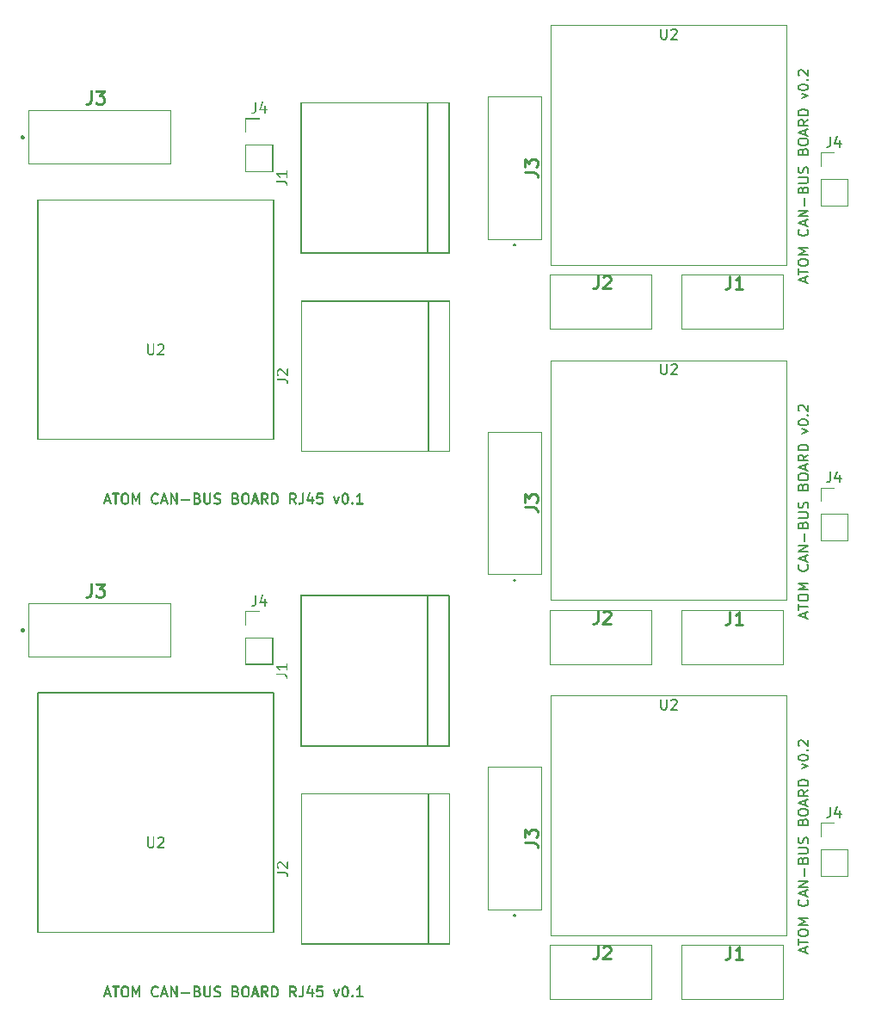
<source format=gto>
%MOIN*%
%OFA0B0*%
%FSLAX46Y46*%
%IPPOS*%
%LPD*%
%ADD10C,0.005905511811023622*%
%ADD11C,0.0039370078740157488*%
%ADD12C,0.0047244094488188976*%
%ADD13C,0.0078740157480314977*%
%ADD14C,0.01*%
%ADD15C,0.005905511811023622*%
%ADD16C,0.0039370078740157488*%
%ADD17C,0.0047244094488188976*%
%ADD18C,0.0078740157480314977*%
%ADD19C,0.01*%
%ADD20C,0.005905511811023622*%
%ADD21C,0.0039370078740157488*%
%ADD22C,0.0047244094488188976*%
%ADD23C,0.0078740157480314977*%
%ADD24C,0.01*%
G36*
X0000376468Y0000035265D02*
G01*
X0000377684Y0000035458D01*
X0000378781Y0000036018D01*
X0000379653Y0000036888D01*
X0000380212Y0000037986D01*
X0000380405Y0000039202D01*
X0000380212Y0000040419D01*
X0000379653Y0000041517D01*
X0000378781Y0000042386D01*
X0000377684Y0000042946D01*
X0000376468Y0000043139D01*
X0000357721Y0000043139D01*
X0000356503Y0000042946D01*
X0000355406Y0000042386D01*
X0000354536Y0000041517D01*
X0000353976Y0000040419D01*
X0000353783Y0000039202D01*
X0000353976Y0000037986D01*
X0000354536Y0000036888D01*
X0000355406Y0000036018D01*
X0000356503Y0000035458D01*
X0000357721Y0000035265D01*
X0000376468Y0000035265D01*
G37*
G36*
X0000353971Y0000024016D02*
G01*
X0000355187Y0000024209D01*
X0000356284Y0000024769D01*
X0000357156Y0000025638D01*
X0000357715Y0000026737D01*
X0000370839Y0000066107D01*
X0000371032Y0000067323D01*
X0000370839Y0000068541D01*
X0000370279Y0000069638D01*
X0000369407Y0000070509D01*
X0000368310Y0000071069D01*
X0000367094Y0000071261D01*
X0000365877Y0000071069D01*
X0000364780Y0000070509D01*
X0000363909Y0000069638D01*
X0000363350Y0000068541D01*
X0000350227Y0000029171D01*
X0000350034Y0000027953D01*
X0000350227Y0000026737D01*
X0000350785Y0000025638D01*
X0000351657Y0000024769D01*
X0000352755Y0000024209D01*
X0000353971Y0000024016D01*
G37*
G36*
X0000380218Y0000024016D02*
G01*
X0000381435Y0000024209D01*
X0000382531Y0000024769D01*
X0000383403Y0000025638D01*
X0000383962Y0000026737D01*
X0000384154Y0000027953D01*
X0000383962Y0000029171D01*
X0000370839Y0000068541D01*
X0000370279Y0000069638D01*
X0000369407Y0000070509D01*
X0000368310Y0000071069D01*
X0000367094Y0000071261D01*
X0000365877Y0000071069D01*
X0000364780Y0000070509D01*
X0000363909Y0000069638D01*
X0000363350Y0000068541D01*
X0000363157Y0000067323D01*
X0000363350Y0000066107D01*
X0000376474Y0000026737D01*
X0000377032Y0000025638D01*
X0000377904Y0000024769D01*
X0000379000Y0000024209D01*
X0000380218Y0000024016D01*
G37*
G36*
X0000410214Y0000063386D02*
G01*
X0000411431Y0000063579D01*
X0000412527Y0000064139D01*
X0000413399Y0000065009D01*
X0000413958Y0000066107D01*
X0000414151Y0000067323D01*
X0000413958Y0000068541D01*
X0000413399Y0000069638D01*
X0000412527Y0000070509D01*
X0000411431Y0000071069D01*
X0000410214Y0000071261D01*
X0000387716Y0000071261D01*
X0000386500Y0000071069D01*
X0000385402Y0000070509D01*
X0000384532Y0000069638D01*
X0000383972Y0000068541D01*
X0000383780Y0000067323D01*
X0000383972Y0000066107D01*
X0000384532Y0000065009D01*
X0000385402Y0000064139D01*
X0000386500Y0000063579D01*
X0000387716Y0000063386D01*
X0000410214Y0000063386D01*
G37*
G36*
X0000398965Y0000024016D02*
G01*
X0000400182Y0000024209D01*
X0000401280Y0000024769D01*
X0000402150Y0000025638D01*
X0000402710Y0000026737D01*
X0000402902Y0000027953D01*
X0000402902Y0000067323D01*
X0000402710Y0000068541D01*
X0000402150Y0000069638D01*
X0000401280Y0000070509D01*
X0000400182Y0000071069D01*
X0000398965Y0000071261D01*
X0000397749Y0000071069D01*
X0000396651Y0000070509D01*
X0000395781Y0000069638D01*
X0000395221Y0000068541D01*
X0000395029Y0000067323D01*
X0000395029Y0000027953D01*
X0000395221Y0000026737D01*
X0000395781Y0000025638D01*
X0000396651Y0000024769D01*
X0000397749Y0000024209D01*
X0000398965Y0000024016D01*
G37*
G36*
X0000438334Y0000063386D02*
G01*
X0000439552Y0000063579D01*
X0000440650Y0000064139D01*
X0000441520Y0000065009D01*
X0000442080Y0000066107D01*
X0000442272Y0000067323D01*
X0000442080Y0000068541D01*
X0000441520Y0000069638D01*
X0000440650Y0000070509D01*
X0000439552Y0000071069D01*
X0000438334Y0000071261D01*
X0000430836Y0000071261D01*
X0000429619Y0000071069D01*
X0000428522Y0000070509D01*
X0000427651Y0000069638D01*
X0000427093Y0000068541D01*
X0000426900Y0000067323D01*
X0000427093Y0000066107D01*
X0000427651Y0000065009D01*
X0000428522Y0000064139D01*
X0000429619Y0000063579D01*
X0000430836Y0000063386D01*
X0000438334Y0000063386D01*
G37*
G36*
X0000442085Y0000061511D02*
G01*
X0000443301Y0000061705D01*
X0000444399Y0000062264D01*
X0000445270Y0000063135D01*
X0000445830Y0000064233D01*
X0000446022Y0000065448D01*
X0000445830Y0000066665D01*
X0000445270Y0000067763D01*
X0000444399Y0000068634D01*
X0000443301Y0000069193D01*
X0000439552Y0000071069D01*
X0000438334Y0000071261D01*
X0000437119Y0000071069D01*
X0000436021Y0000070509D01*
X0000435151Y0000069638D01*
X0000434591Y0000068541D01*
X0000434399Y0000067323D01*
X0000434591Y0000066107D01*
X0000435151Y0000065009D01*
X0000436021Y0000064139D01*
X0000437119Y0000063579D01*
X0000440868Y0000061705D01*
X0000442085Y0000061511D01*
G37*
G36*
X0000445834Y0000057763D02*
G01*
X0000447050Y0000057955D01*
X0000448147Y0000058515D01*
X0000449020Y0000059385D01*
X0000449578Y0000060484D01*
X0000449772Y0000061700D01*
X0000449578Y0000062916D01*
X0000449020Y0000064013D01*
X0000444399Y0000068634D01*
X0000443301Y0000069193D01*
X0000442085Y0000069386D01*
X0000440868Y0000069193D01*
X0000439770Y0000068634D01*
X0000438900Y0000067763D01*
X0000438341Y0000066665D01*
X0000438148Y0000065448D01*
X0000438341Y0000064233D01*
X0000438900Y0000063135D01*
X0000443520Y0000058515D01*
X0000444617Y0000057955D01*
X0000445834Y0000057763D01*
G37*
G36*
X0000447709Y0000050263D02*
G01*
X0000448926Y0000050456D01*
X0000450023Y0000051015D01*
X0000450894Y0000051886D01*
X0000451453Y0000052984D01*
X0000451647Y0000054200D01*
X0000451453Y0000055416D01*
X0000449578Y0000062916D01*
X0000449020Y0000064013D01*
X0000448147Y0000064884D01*
X0000447050Y0000065444D01*
X0000445834Y0000065637D01*
X0000444617Y0000065444D01*
X0000443520Y0000064884D01*
X0000442649Y0000064013D01*
X0000442091Y0000062916D01*
X0000441897Y0000061700D01*
X0000442091Y0000060484D01*
X0000443965Y0000052984D01*
X0000444524Y0000051886D01*
X0000445395Y0000051015D01*
X0000446492Y0000050456D01*
X0000447709Y0000050263D01*
G37*
G36*
X0000447709Y0000037141D02*
G01*
X0000448926Y0000037333D01*
X0000450023Y0000037892D01*
X0000450894Y0000038763D01*
X0000451453Y0000039860D01*
X0000451647Y0000041077D01*
X0000451647Y0000054200D01*
X0000451453Y0000055416D01*
X0000450894Y0000056515D01*
X0000450023Y0000057386D01*
X0000448926Y0000057944D01*
X0000447709Y0000058137D01*
X0000446492Y0000057944D01*
X0000445395Y0000057386D01*
X0000444524Y0000056515D01*
X0000443965Y0000055416D01*
X0000443772Y0000054200D01*
X0000443772Y0000041077D01*
X0000443965Y0000039860D01*
X0000444524Y0000038763D01*
X0000445395Y0000037892D01*
X0000446492Y0000037333D01*
X0000447709Y0000037141D01*
G37*
G36*
X0000445834Y0000029640D02*
G01*
X0000447050Y0000029833D01*
X0000448147Y0000030393D01*
X0000449020Y0000031264D01*
X0000449578Y0000032361D01*
X0000451453Y0000039860D01*
X0000451647Y0000041077D01*
X0000451453Y0000042293D01*
X0000450894Y0000043391D01*
X0000450023Y0000044263D01*
X0000448926Y0000044821D01*
X0000447709Y0000045013D01*
X0000446492Y0000044821D01*
X0000445395Y0000044263D01*
X0000444524Y0000043391D01*
X0000443965Y0000042293D01*
X0000442091Y0000034794D01*
X0000441897Y0000033578D01*
X0000442091Y0000032361D01*
X0000442649Y0000031264D01*
X0000443520Y0000030393D01*
X0000444617Y0000029833D01*
X0000445834Y0000029640D01*
G37*
G36*
X0000442085Y0000025891D02*
G01*
X0000443301Y0000026084D01*
X0000444399Y0000026643D01*
X0000449020Y0000031264D01*
X0000449578Y0000032361D01*
X0000449772Y0000033578D01*
X0000449578Y0000034794D01*
X0000449020Y0000035892D01*
X0000448147Y0000036763D01*
X0000447050Y0000037323D01*
X0000445834Y0000037515D01*
X0000444617Y0000037323D01*
X0000443520Y0000036763D01*
X0000438900Y0000032141D01*
X0000438341Y0000031045D01*
X0000438148Y0000029828D01*
X0000438341Y0000028612D01*
X0000438900Y0000027515D01*
X0000439770Y0000026643D01*
X0000440868Y0000026084D01*
X0000442085Y0000025891D01*
G37*
G36*
X0000438334Y0000024016D02*
G01*
X0000439552Y0000024209D01*
X0000443301Y0000026084D01*
X0000444399Y0000026643D01*
X0000445270Y0000027515D01*
X0000445830Y0000028612D01*
X0000446022Y0000029828D01*
X0000445830Y0000031045D01*
X0000445270Y0000032141D01*
X0000444399Y0000033013D01*
X0000443301Y0000033572D01*
X0000442085Y0000033765D01*
X0000440868Y0000033572D01*
X0000437119Y0000031697D01*
X0000436021Y0000031139D01*
X0000435151Y0000030268D01*
X0000434591Y0000029171D01*
X0000434399Y0000027953D01*
X0000434591Y0000026737D01*
X0000435151Y0000025638D01*
X0000436021Y0000024769D01*
X0000437119Y0000024209D01*
X0000438334Y0000024016D01*
G37*
G36*
X0000438334Y0000024016D02*
G01*
X0000439552Y0000024209D01*
X0000440650Y0000024769D01*
X0000441520Y0000025638D01*
X0000442080Y0000026737D01*
X0000442272Y0000027953D01*
X0000442080Y0000029171D01*
X0000441520Y0000030268D01*
X0000440650Y0000031139D01*
X0000439552Y0000031697D01*
X0000438334Y0000031891D01*
X0000430836Y0000031891D01*
X0000429619Y0000031697D01*
X0000428522Y0000031139D01*
X0000427651Y0000030268D01*
X0000427093Y0000029171D01*
X0000426900Y0000027953D01*
X0000427093Y0000026737D01*
X0000427651Y0000025638D01*
X0000428522Y0000024769D01*
X0000429619Y0000024209D01*
X0000430836Y0000024016D01*
X0000438334Y0000024016D01*
G37*
G36*
X0000430836Y0000024016D02*
G01*
X0000432053Y0000024209D01*
X0000433150Y0000024769D01*
X0000434020Y0000025638D01*
X0000434581Y0000026737D01*
X0000434774Y0000027953D01*
X0000434581Y0000029171D01*
X0000434020Y0000030268D01*
X0000433150Y0000031139D01*
X0000432053Y0000031697D01*
X0000428304Y0000033572D01*
X0000427087Y0000033765D01*
X0000425870Y0000033572D01*
X0000424773Y0000033013D01*
X0000423902Y0000032141D01*
X0000423342Y0000031045D01*
X0000423150Y0000029828D01*
X0000423342Y0000028612D01*
X0000423902Y0000027515D01*
X0000424773Y0000026643D01*
X0000425870Y0000026084D01*
X0000429619Y0000024209D01*
X0000430836Y0000024016D01*
G37*
G36*
X0000427087Y0000025891D02*
G01*
X0000428304Y0000026084D01*
X0000429401Y0000026643D01*
X0000430272Y0000027515D01*
X0000430832Y0000028612D01*
X0000431023Y0000029828D01*
X0000430832Y0000031045D01*
X0000430272Y0000032141D01*
X0000429401Y0000033013D01*
X0000429400Y0000033014D01*
X0000426522Y0000035892D01*
X0000425650Y0000036763D01*
X0000424554Y0000037323D01*
X0000423338Y0000037515D01*
X0000422121Y0000037323D01*
X0000421023Y0000036763D01*
X0000420151Y0000035892D01*
X0000419593Y0000034794D01*
X0000419401Y0000033578D01*
X0000419593Y0000032361D01*
X0000420151Y0000031264D01*
X0000420371Y0000031045D01*
X0000423902Y0000027515D01*
X0000424773Y0000026643D01*
X0000425870Y0000026084D01*
X0000427087Y0000025891D01*
G37*
G36*
X0000423338Y0000029640D02*
G01*
X0000424554Y0000029833D01*
X0000425650Y0000030393D01*
X0000426522Y0000031264D01*
X0000427082Y0000032361D01*
X0000427274Y0000033578D01*
X0000427082Y0000034794D01*
X0000425206Y0000042293D01*
X0000424648Y0000043391D01*
X0000423776Y0000044263D01*
X0000422680Y0000044821D01*
X0000421463Y0000045013D01*
X0000420246Y0000044821D01*
X0000419147Y0000044263D01*
X0000418277Y0000043391D01*
X0000417719Y0000042293D01*
X0000417525Y0000041077D01*
X0000417719Y0000039860D01*
X0000419593Y0000032361D01*
X0000420151Y0000031264D01*
X0000421023Y0000030393D01*
X0000422121Y0000029833D01*
X0000423338Y0000029640D01*
G37*
G36*
X0000421463Y0000037141D02*
G01*
X0000422680Y0000037333D01*
X0000423776Y0000037892D01*
X0000424648Y0000038763D01*
X0000425206Y0000039860D01*
X0000425400Y0000041077D01*
X0000425400Y0000054200D01*
X0000425206Y0000055416D01*
X0000424648Y0000056515D01*
X0000423776Y0000057386D01*
X0000422680Y0000057944D01*
X0000421463Y0000058137D01*
X0000420246Y0000057944D01*
X0000419147Y0000057386D01*
X0000418277Y0000056515D01*
X0000417719Y0000055416D01*
X0000417525Y0000054200D01*
X0000417525Y0000041077D01*
X0000417719Y0000039860D01*
X0000418277Y0000038763D01*
X0000419147Y0000037892D01*
X0000420246Y0000037333D01*
X0000421463Y0000037141D01*
G37*
G36*
X0000421463Y0000050263D02*
G01*
X0000422680Y0000050456D01*
X0000423776Y0000051015D01*
X0000424648Y0000051886D01*
X0000425206Y0000052984D01*
X0000427082Y0000060484D01*
X0000427274Y0000061700D01*
X0000427082Y0000062916D01*
X0000426522Y0000064013D01*
X0000425650Y0000064884D01*
X0000424554Y0000065444D01*
X0000423338Y0000065637D01*
X0000422121Y0000065444D01*
X0000421023Y0000064884D01*
X0000420151Y0000064013D01*
X0000419593Y0000062916D01*
X0000417719Y0000055416D01*
X0000417525Y0000054200D01*
X0000417719Y0000052984D01*
X0000418277Y0000051886D01*
X0000419147Y0000051015D01*
X0000420246Y0000050456D01*
X0000421463Y0000050263D01*
G37*
G36*
X0000423338Y0000057763D02*
G01*
X0000424554Y0000057955D01*
X0000425650Y0000058515D01*
X0000426522Y0000059385D01*
X0000429400Y0000062264D01*
X0000429401Y0000062264D01*
X0000430272Y0000063135D01*
X0000430832Y0000064233D01*
X0000431023Y0000065448D01*
X0000430832Y0000066665D01*
X0000430272Y0000067763D01*
X0000429401Y0000068634D01*
X0000428304Y0000069193D01*
X0000427087Y0000069386D01*
X0000425870Y0000069193D01*
X0000424773Y0000068634D01*
X0000423902Y0000067763D01*
X0000420151Y0000064013D01*
X0000419593Y0000062916D01*
X0000419401Y0000061700D01*
X0000419593Y0000060484D01*
X0000420151Y0000059385D01*
X0000421023Y0000058515D01*
X0000422121Y0000057955D01*
X0000423338Y0000057763D01*
G37*
G36*
X0000427087Y0000061511D02*
G01*
X0000428304Y0000061705D01*
X0000432053Y0000063579D01*
X0000433150Y0000064139D01*
X0000434020Y0000065009D01*
X0000434581Y0000066107D01*
X0000434774Y0000067323D01*
X0000434581Y0000068541D01*
X0000434020Y0000069638D01*
X0000433150Y0000070509D01*
X0000432053Y0000071069D01*
X0000430836Y0000071261D01*
X0000429619Y0000071069D01*
X0000425870Y0000069193D01*
X0000424773Y0000068634D01*
X0000423902Y0000067763D01*
X0000423342Y0000066665D01*
X0000423150Y0000065448D01*
X0000423342Y0000064233D01*
X0000423902Y0000063135D01*
X0000424773Y0000062264D01*
X0000425870Y0000061705D01*
X0000427087Y0000061511D01*
G37*
G36*
X0000464582Y0000024016D02*
G01*
X0000465799Y0000024209D01*
X0000466896Y0000024769D01*
X0000467766Y0000025638D01*
X0000468327Y0000026737D01*
X0000468519Y0000027953D01*
X0000468519Y0000067323D01*
X0000468327Y0000068541D01*
X0000467766Y0000069638D01*
X0000466896Y0000070509D01*
X0000465799Y0000071069D01*
X0000464582Y0000071261D01*
X0000463366Y0000071069D01*
X0000462267Y0000070509D01*
X0000461397Y0000069638D01*
X0000460838Y0000068541D01*
X0000460643Y0000067323D01*
X0000460643Y0000027953D01*
X0000460838Y0000026737D01*
X0000461397Y0000025638D01*
X0000462267Y0000024769D01*
X0000463366Y0000024209D01*
X0000464582Y0000024016D01*
G37*
G36*
X0000477705Y0000035265D02*
G01*
X0000478923Y0000035458D01*
X0000480020Y0000036018D01*
X0000480891Y0000036888D01*
X0000481450Y0000037986D01*
X0000481642Y0000039202D01*
X0000481450Y0000040419D01*
X0000468327Y0000068541D01*
X0000467766Y0000069638D01*
X0000466896Y0000070509D01*
X0000465799Y0000071069D01*
X0000464582Y0000071261D01*
X0000463366Y0000071069D01*
X0000462267Y0000070509D01*
X0000461397Y0000069638D01*
X0000460838Y0000068541D01*
X0000460643Y0000067323D01*
X0000460838Y0000066107D01*
X0000473961Y0000037986D01*
X0000474521Y0000036888D01*
X0000475390Y0000036018D01*
X0000476489Y0000035458D01*
X0000477705Y0000035265D01*
G37*
G36*
X0000477705Y0000035265D02*
G01*
X0000478923Y0000035458D01*
X0000480020Y0000036018D01*
X0000480891Y0000036888D01*
X0000481450Y0000037986D01*
X0000494574Y0000066107D01*
X0000494765Y0000067323D01*
X0000494574Y0000068541D01*
X0000494014Y0000069638D01*
X0000493143Y0000070509D01*
X0000492046Y0000071069D01*
X0000490829Y0000071261D01*
X0000489612Y0000071069D01*
X0000488515Y0000070509D01*
X0000487644Y0000069638D01*
X0000487084Y0000068541D01*
X0000473961Y0000040419D01*
X0000473769Y0000039202D01*
X0000473961Y0000037986D01*
X0000474521Y0000036888D01*
X0000475390Y0000036018D01*
X0000476489Y0000035458D01*
X0000477705Y0000035265D01*
G37*
G36*
X0000490829Y0000024016D02*
G01*
X0000492046Y0000024209D01*
X0000493143Y0000024769D01*
X0000494014Y0000025638D01*
X0000494574Y0000026737D01*
X0000494765Y0000027953D01*
X0000494765Y0000067323D01*
X0000494574Y0000068541D01*
X0000494014Y0000069638D01*
X0000493143Y0000070509D01*
X0000492046Y0000071069D01*
X0000490829Y0000071261D01*
X0000489612Y0000071069D01*
X0000488515Y0000070509D01*
X0000487644Y0000069638D01*
X0000487084Y0000068541D01*
X0000486892Y0000067323D01*
X0000486892Y0000027953D01*
X0000487084Y0000026737D01*
X0000487644Y0000025638D01*
X0000488515Y0000024769D01*
X0000489612Y0000024209D01*
X0000490829Y0000024016D01*
G37*
G36*
X0000560195Y0000025891D02*
G01*
X0000561411Y0000026084D01*
X0000562510Y0000026643D01*
X0000563381Y0000027515D01*
X0000565255Y0000029389D01*
X0000565814Y0000030487D01*
X0000566007Y0000031704D01*
X0000565814Y0000032920D01*
X0000565255Y0000034017D01*
X0000564384Y0000034888D01*
X0000563287Y0000035448D01*
X0000562070Y0000035640D01*
X0000560853Y0000035448D01*
X0000559756Y0000034888D01*
X0000558885Y0000034017D01*
X0000557010Y0000032141D01*
X0000556451Y0000031045D01*
X0000556258Y0000029828D01*
X0000556451Y0000028612D01*
X0000557010Y0000027515D01*
X0000557881Y0000026643D01*
X0000558978Y0000026084D01*
X0000560195Y0000025891D01*
G37*
G36*
X0000554571Y0000024016D02*
G01*
X0000555788Y0000024209D01*
X0000561411Y0000026084D01*
X0000562510Y0000026643D01*
X0000563381Y0000027515D01*
X0000563940Y0000028612D01*
X0000564133Y0000029828D01*
X0000563940Y0000031045D01*
X0000563381Y0000032141D01*
X0000562510Y0000033013D01*
X0000561411Y0000033572D01*
X0000560195Y0000033765D01*
X0000558978Y0000033572D01*
X0000553355Y0000031697D01*
X0000552257Y0000031139D01*
X0000551386Y0000030268D01*
X0000550826Y0000029171D01*
X0000550633Y0000027953D01*
X0000550826Y0000026737D01*
X0000551386Y0000025638D01*
X0000552257Y0000024769D01*
X0000553355Y0000024209D01*
X0000554571Y0000024016D01*
G37*
G36*
X0000554571Y0000024016D02*
G01*
X0000555788Y0000024209D01*
X0000556885Y0000024769D01*
X0000557756Y0000025638D01*
X0000558315Y0000026737D01*
X0000558508Y0000027953D01*
X0000558315Y0000029171D01*
X0000557756Y0000030268D01*
X0000556885Y0000031139D01*
X0000555788Y0000031697D01*
X0000554571Y0000031891D01*
X0000550822Y0000031891D01*
X0000549605Y0000031697D01*
X0000548507Y0000031139D01*
X0000547636Y0000030268D01*
X0000547077Y0000029171D01*
X0000546884Y0000027953D01*
X0000547077Y0000026737D01*
X0000547636Y0000025638D01*
X0000548507Y0000024769D01*
X0000549605Y0000024209D01*
X0000550822Y0000024016D01*
X0000554571Y0000024016D01*
G37*
G36*
X0000550822Y0000024016D02*
G01*
X0000552037Y0000024209D01*
X0000553136Y0000024769D01*
X0000554007Y0000025638D01*
X0000554565Y0000026737D01*
X0000554759Y0000027953D01*
X0000554565Y0000029171D01*
X0000554007Y0000030268D01*
X0000553136Y0000031139D01*
X0000552037Y0000031697D01*
X0000546414Y0000033572D01*
X0000545197Y0000033765D01*
X0000543980Y0000033572D01*
X0000542883Y0000033013D01*
X0000542012Y0000032141D01*
X0000541452Y0000031045D01*
X0000541260Y0000029828D01*
X0000541452Y0000028612D01*
X0000542012Y0000027515D01*
X0000542883Y0000026643D01*
X0000543980Y0000026084D01*
X0000549605Y0000024209D01*
X0000550822Y0000024016D01*
G37*
G36*
X0000545197Y0000025891D02*
G01*
X0000546414Y0000026084D01*
X0000547511Y0000026643D01*
X0000548382Y0000027515D01*
X0000548942Y0000028612D01*
X0000549133Y0000029828D01*
X0000548942Y0000031045D01*
X0000548382Y0000032141D01*
X0000547511Y0000033013D01*
X0000547510Y0000033014D01*
X0000544633Y0000035892D01*
X0000543761Y0000036763D01*
X0000542665Y0000037323D01*
X0000541448Y0000037515D01*
X0000540231Y0000037323D01*
X0000539134Y0000036763D01*
X0000538262Y0000035892D01*
X0000537703Y0000034794D01*
X0000537511Y0000033578D01*
X0000537703Y0000032361D01*
X0000538262Y0000031264D01*
X0000538481Y0000031045D01*
X0000542012Y0000027515D01*
X0000542883Y0000026643D01*
X0000543980Y0000026084D01*
X0000545197Y0000025891D01*
G37*
G36*
X0000541448Y0000029640D02*
G01*
X0000542665Y0000029833D01*
X0000543761Y0000030393D01*
X0000544633Y0000031264D01*
X0000545192Y0000032361D01*
X0000545384Y0000033578D01*
X0000545192Y0000034794D01*
X0000543316Y0000038544D01*
X0000542758Y0000039642D01*
X0000541887Y0000040511D01*
X0000540790Y0000041072D01*
X0000539573Y0000041264D01*
X0000538356Y0000041072D01*
X0000537259Y0000040511D01*
X0000536388Y0000039642D01*
X0000535829Y0000038544D01*
X0000535635Y0000037328D01*
X0000535829Y0000036111D01*
X0000537703Y0000032361D01*
X0000538262Y0000031264D01*
X0000539134Y0000030393D01*
X0000540231Y0000029833D01*
X0000541448Y0000029640D01*
G37*
G36*
X0000539573Y0000033390D02*
G01*
X0000540790Y0000033583D01*
X0000541887Y0000034143D01*
X0000542758Y0000035013D01*
X0000543316Y0000036111D01*
X0000543510Y0000037328D01*
X0000543316Y0000038544D01*
X0000541442Y0000046043D01*
X0000540883Y0000047139D01*
X0000540012Y0000048012D01*
X0000538915Y0000048571D01*
X0000537698Y0000048763D01*
X0000536481Y0000048571D01*
X0000535384Y0000048012D01*
X0000534513Y0000047139D01*
X0000533954Y0000046043D01*
X0000533761Y0000044826D01*
X0000533954Y0000043610D01*
X0000535829Y0000036111D01*
X0000536388Y0000035013D01*
X0000537259Y0000034143D01*
X0000538356Y0000033583D01*
X0000539573Y0000033390D01*
G37*
G36*
X0000537698Y0000040889D02*
G01*
X0000538915Y0000041082D01*
X0000540012Y0000041641D01*
X0000540883Y0000042513D01*
X0000541442Y0000043610D01*
X0000541635Y0000044826D01*
X0000541635Y0000050451D01*
X0000541442Y0000051667D01*
X0000540883Y0000052765D01*
X0000540012Y0000053636D01*
X0000538915Y0000054195D01*
X0000537698Y0000054388D01*
X0000536481Y0000054195D01*
X0000535384Y0000053636D01*
X0000534513Y0000052765D01*
X0000533954Y0000051667D01*
X0000533761Y0000050451D01*
X0000533761Y0000044826D01*
X0000533954Y0000043610D01*
X0000534513Y0000042513D01*
X0000535384Y0000041641D01*
X0000536481Y0000041082D01*
X0000537698Y0000040889D01*
G37*
G36*
X0000537698Y0000046513D02*
G01*
X0000538915Y0000046707D01*
X0000540012Y0000047265D01*
X0000540883Y0000048136D01*
X0000541442Y0000049234D01*
X0000543316Y0000056733D01*
X0000543510Y0000057950D01*
X0000543316Y0000059167D01*
X0000542758Y0000060264D01*
X0000541887Y0000061135D01*
X0000540790Y0000061694D01*
X0000539573Y0000061887D01*
X0000538356Y0000061694D01*
X0000537259Y0000061135D01*
X0000536388Y0000060264D01*
X0000535829Y0000059167D01*
X0000533954Y0000051667D01*
X0000533761Y0000050451D01*
X0000533954Y0000049234D01*
X0000534513Y0000048136D01*
X0000535384Y0000047265D01*
X0000536481Y0000046707D01*
X0000537698Y0000046513D01*
G37*
G36*
X0000539573Y0000054013D02*
G01*
X0000540790Y0000054205D01*
X0000541887Y0000054765D01*
X0000542758Y0000055636D01*
X0000543316Y0000056733D01*
X0000545192Y0000060484D01*
X0000545384Y0000061700D01*
X0000545192Y0000062916D01*
X0000544633Y0000064013D01*
X0000543761Y0000064884D01*
X0000542665Y0000065444D01*
X0000541448Y0000065637D01*
X0000540231Y0000065444D01*
X0000539134Y0000064884D01*
X0000538262Y0000064013D01*
X0000537703Y0000062916D01*
X0000535829Y0000059167D01*
X0000535635Y0000057950D01*
X0000535829Y0000056733D01*
X0000536388Y0000055636D01*
X0000537259Y0000054765D01*
X0000538356Y0000054205D01*
X0000539573Y0000054013D01*
G37*
G36*
X0000541448Y0000057763D02*
G01*
X0000542665Y0000057955D01*
X0000543761Y0000058515D01*
X0000544633Y0000059385D01*
X0000547510Y0000062264D01*
X0000547511Y0000062264D01*
X0000548382Y0000063135D01*
X0000548942Y0000064233D01*
X0000549133Y0000065448D01*
X0000548942Y0000066665D01*
X0000548382Y0000067763D01*
X0000547511Y0000068634D01*
X0000546414Y0000069193D01*
X0000545197Y0000069386D01*
X0000543980Y0000069193D01*
X0000542883Y0000068634D01*
X0000542012Y0000067763D01*
X0000538262Y0000064013D01*
X0000537703Y0000062916D01*
X0000537511Y0000061700D01*
X0000537703Y0000060484D01*
X0000538262Y0000059385D01*
X0000539134Y0000058515D01*
X0000540231Y0000057955D01*
X0000541448Y0000057763D01*
G37*
G36*
X0000545197Y0000061511D02*
G01*
X0000546414Y0000061705D01*
X0000552037Y0000063579D01*
X0000553136Y0000064139D01*
X0000554007Y0000065009D01*
X0000554565Y0000066107D01*
X0000554759Y0000067323D01*
X0000554565Y0000068541D01*
X0000554007Y0000069638D01*
X0000553136Y0000070509D01*
X0000552037Y0000071069D01*
X0000550822Y0000071261D01*
X0000549605Y0000071069D01*
X0000543980Y0000069193D01*
X0000542883Y0000068634D01*
X0000542012Y0000067763D01*
X0000541452Y0000066665D01*
X0000541260Y0000065448D01*
X0000541452Y0000064233D01*
X0000542012Y0000063135D01*
X0000542883Y0000062264D01*
X0000543980Y0000061705D01*
X0000545197Y0000061511D01*
G37*
G36*
X0000554571Y0000063386D02*
G01*
X0000555788Y0000063579D01*
X0000556885Y0000064139D01*
X0000557756Y0000065009D01*
X0000558315Y0000066107D01*
X0000558508Y0000067323D01*
X0000558315Y0000068541D01*
X0000557756Y0000069638D01*
X0000556885Y0000070509D01*
X0000555788Y0000071069D01*
X0000554571Y0000071261D01*
X0000550822Y0000071261D01*
X0000549605Y0000071069D01*
X0000548507Y0000070509D01*
X0000547636Y0000069638D01*
X0000547077Y0000068541D01*
X0000546884Y0000067323D01*
X0000547077Y0000066107D01*
X0000547636Y0000065009D01*
X0000548507Y0000064139D01*
X0000549605Y0000063579D01*
X0000550822Y0000063386D01*
X0000554571Y0000063386D01*
G37*
G36*
X0000560195Y0000061511D02*
G01*
X0000561411Y0000061705D01*
X0000562510Y0000062264D01*
X0000563381Y0000063135D01*
X0000563940Y0000064233D01*
X0000564133Y0000065448D01*
X0000563940Y0000066665D01*
X0000563381Y0000067763D01*
X0000562510Y0000068634D01*
X0000561411Y0000069193D01*
X0000555788Y0000071069D01*
X0000554571Y0000071261D01*
X0000553355Y0000071069D01*
X0000552257Y0000070509D01*
X0000551386Y0000069638D01*
X0000550826Y0000068541D01*
X0000550633Y0000067323D01*
X0000550826Y0000066107D01*
X0000551386Y0000065009D01*
X0000552257Y0000064139D01*
X0000553355Y0000063579D01*
X0000558978Y0000061705D01*
X0000560195Y0000061511D01*
G37*
G36*
X0000562070Y0000059637D02*
G01*
X0000563287Y0000059830D01*
X0000564384Y0000060389D01*
X0000565255Y0000061260D01*
X0000565814Y0000062358D01*
X0000566007Y0000063574D01*
X0000565814Y0000064791D01*
X0000565255Y0000065888D01*
X0000562510Y0000068634D01*
X0000561411Y0000069193D01*
X0000560195Y0000069386D01*
X0000558978Y0000069193D01*
X0000557881Y0000068634D01*
X0000557010Y0000067763D01*
X0000556451Y0000066665D01*
X0000556258Y0000065448D01*
X0000556451Y0000064233D01*
X0000557010Y0000063135D01*
X0000559756Y0000060389D01*
X0000560853Y0000059830D01*
X0000562070Y0000059637D01*
G37*
G36*
X0000595816Y0000035265D02*
G01*
X0000597033Y0000035458D01*
X0000598130Y0000036018D01*
X0000599001Y0000036888D01*
X0000599560Y0000037986D01*
X0000599752Y0000039202D01*
X0000599560Y0000040419D01*
X0000599001Y0000041517D01*
X0000598130Y0000042386D01*
X0000597033Y0000042946D01*
X0000595816Y0000043139D01*
X0000577068Y0000043139D01*
X0000575851Y0000042946D01*
X0000574754Y0000042386D01*
X0000573883Y0000041517D01*
X0000573324Y0000040419D01*
X0000573131Y0000039202D01*
X0000573324Y0000037986D01*
X0000573883Y0000036888D01*
X0000574754Y0000036018D01*
X0000575851Y0000035458D01*
X0000577068Y0000035265D01*
X0000595816Y0000035265D01*
G37*
G36*
X0000573319Y0000024016D02*
G01*
X0000574535Y0000024209D01*
X0000575633Y0000024769D01*
X0000576503Y0000025638D01*
X0000577063Y0000026737D01*
X0000590186Y0000066107D01*
X0000590379Y0000067323D01*
X0000590186Y0000068541D01*
X0000589627Y0000069638D01*
X0000588756Y0000070509D01*
X0000587658Y0000071069D01*
X0000586442Y0000071261D01*
X0000585225Y0000071069D01*
X0000584127Y0000070509D01*
X0000583257Y0000069638D01*
X0000582698Y0000068541D01*
X0000569574Y0000029171D01*
X0000569382Y0000027953D01*
X0000569574Y0000026737D01*
X0000570133Y0000025638D01*
X0000571005Y0000024769D01*
X0000572102Y0000024209D01*
X0000573319Y0000024016D01*
G37*
G36*
X0000599565Y0000024016D02*
G01*
X0000600781Y0000024209D01*
X0000601880Y0000024769D01*
X0000602751Y0000025638D01*
X0000603310Y0000026737D01*
X0000603503Y0000027953D01*
X0000603310Y0000029171D01*
X0000590186Y0000068541D01*
X0000589627Y0000069638D01*
X0000588756Y0000070509D01*
X0000587658Y0000071069D01*
X0000586442Y0000071261D01*
X0000585225Y0000071069D01*
X0000584127Y0000070509D01*
X0000583257Y0000069638D01*
X0000582698Y0000068541D01*
X0000582505Y0000067323D01*
X0000582698Y0000066107D01*
X0000595821Y0000026737D01*
X0000596380Y0000025638D01*
X0000597251Y0000024769D01*
X0000598348Y0000024209D01*
X0000599565Y0000024016D01*
G37*
G36*
X0000612689Y0000024016D02*
G01*
X0000613905Y0000024209D01*
X0000615003Y0000024769D01*
X0000615873Y0000025638D01*
X0000616433Y0000026737D01*
X0000616626Y0000027953D01*
X0000616626Y0000067323D01*
X0000616433Y0000068541D01*
X0000615873Y0000069638D01*
X0000615003Y0000070509D01*
X0000613905Y0000071069D01*
X0000612689Y0000071261D01*
X0000611472Y0000071069D01*
X0000610375Y0000070509D01*
X0000609504Y0000069638D01*
X0000608944Y0000068541D01*
X0000608752Y0000067323D01*
X0000608752Y0000027953D01*
X0000608944Y0000026737D01*
X0000609504Y0000025638D01*
X0000610375Y0000024769D01*
X0000611472Y0000024209D01*
X0000612689Y0000024016D01*
G37*
G36*
X0000635186Y0000024016D02*
G01*
X0000636403Y0000024209D01*
X0000637500Y0000024769D01*
X0000638371Y0000025638D01*
X0000638929Y0000026737D01*
X0000639122Y0000027953D01*
X0000638929Y0000029171D01*
X0000638371Y0000030268D01*
X0000615873Y0000069638D01*
X0000615003Y0000070509D01*
X0000613905Y0000071069D01*
X0000612689Y0000071261D01*
X0000611472Y0000071069D01*
X0000610375Y0000070509D01*
X0000609504Y0000069638D01*
X0000608944Y0000068541D01*
X0000608752Y0000067323D01*
X0000608944Y0000066107D01*
X0000609504Y0000065009D01*
X0000632001Y0000025638D01*
X0000632872Y0000024769D01*
X0000633969Y0000024209D01*
X0000635186Y0000024016D01*
G37*
G36*
X0000635186Y0000024016D02*
G01*
X0000636403Y0000024209D01*
X0000637500Y0000024769D01*
X0000638371Y0000025638D01*
X0000638929Y0000026737D01*
X0000639122Y0000027953D01*
X0000639122Y0000067323D01*
X0000638929Y0000068541D01*
X0000638371Y0000069638D01*
X0000637500Y0000070509D01*
X0000636403Y0000071069D01*
X0000635186Y0000071261D01*
X0000633969Y0000071069D01*
X0000632872Y0000070509D01*
X0000632001Y0000069638D01*
X0000631441Y0000068541D01*
X0000631249Y0000067323D01*
X0000631249Y0000027953D01*
X0000631441Y0000026737D01*
X0000632001Y0000025638D01*
X0000632872Y0000024769D01*
X0000633969Y0000024209D01*
X0000635186Y0000024016D01*
G37*
G36*
X0000683930Y0000039015D02*
G01*
X0000685146Y0000039207D01*
X0000686243Y0000039767D01*
X0000687115Y0000040637D01*
X0000687674Y0000041735D01*
X0000687867Y0000042952D01*
X0000687674Y0000044169D01*
X0000687115Y0000045266D01*
X0000686243Y0000046137D01*
X0000685146Y0000046696D01*
X0000683930Y0000046888D01*
X0000653933Y0000046888D01*
X0000652717Y0000046696D01*
X0000651620Y0000046137D01*
X0000650749Y0000045266D01*
X0000650189Y0000044169D01*
X0000649996Y0000042952D01*
X0000650189Y0000041735D01*
X0000650749Y0000040637D01*
X0000651620Y0000039767D01*
X0000652717Y0000039207D01*
X0000653933Y0000039015D01*
X0000683930Y0000039015D01*
G37*
G36*
X0000721424Y0000042764D02*
G01*
X0000722641Y0000042958D01*
X0000723739Y0000043516D01*
X0000724610Y0000044387D01*
X0000725169Y0000045484D01*
X0000725362Y0000046702D01*
X0000725169Y0000047917D01*
X0000724610Y0000049015D01*
X0000723739Y0000049887D01*
X0000722641Y0000050446D01*
X0000717016Y0000052320D01*
X0000715800Y0000052512D01*
X0000714584Y0000052320D01*
X0000713486Y0000051761D01*
X0000712616Y0000050891D01*
X0000712056Y0000049793D01*
X0000711863Y0000048576D01*
X0000712056Y0000047359D01*
X0000712616Y0000046262D01*
X0000713486Y0000045391D01*
X0000714584Y0000044832D01*
X0000720208Y0000042958D01*
X0000721424Y0000042764D01*
G37*
G36*
X0000723300Y0000040889D02*
G01*
X0000724516Y0000041082D01*
X0000725613Y0000041641D01*
X0000726485Y0000042513D01*
X0000727044Y0000043610D01*
X0000727237Y0000044826D01*
X0000727044Y0000046043D01*
X0000726485Y0000047139D01*
X0000725613Y0000048012D01*
X0000723739Y0000049887D01*
X0000722641Y0000050446D01*
X0000721424Y0000050638D01*
X0000720208Y0000050446D01*
X0000719111Y0000049887D01*
X0000718239Y0000049015D01*
X0000717681Y0000047917D01*
X0000717488Y0000046702D01*
X0000717681Y0000045484D01*
X0000718239Y0000044387D01*
X0000719111Y0000043516D01*
X0000720986Y0000041641D01*
X0000722083Y0000041082D01*
X0000723300Y0000040889D01*
G37*
G36*
X0000725175Y0000037141D02*
G01*
X0000726391Y0000037333D01*
X0000727489Y0000037892D01*
X0000728360Y0000038763D01*
X0000728919Y0000039860D01*
X0000729111Y0000041077D01*
X0000728919Y0000042293D01*
X0000727044Y0000046043D01*
X0000726485Y0000047139D01*
X0000725613Y0000048012D01*
X0000724516Y0000048571D01*
X0000723300Y0000048763D01*
X0000722083Y0000048571D01*
X0000720986Y0000048012D01*
X0000720114Y0000047139D01*
X0000719555Y0000046043D01*
X0000719363Y0000044826D01*
X0000719555Y0000043610D01*
X0000721430Y0000039860D01*
X0000721990Y0000038763D01*
X0000722861Y0000037892D01*
X0000723958Y0000037333D01*
X0000725175Y0000037141D01*
G37*
G36*
X0000725175Y0000031516D02*
G01*
X0000726391Y0000031709D01*
X0000727489Y0000032266D01*
X0000728360Y0000033139D01*
X0000728919Y0000034236D01*
X0000729111Y0000035453D01*
X0000729111Y0000041077D01*
X0000728919Y0000042293D01*
X0000728360Y0000043391D01*
X0000727489Y0000044263D01*
X0000726391Y0000044821D01*
X0000725175Y0000045013D01*
X0000723958Y0000044821D01*
X0000722861Y0000044263D01*
X0000721990Y0000043391D01*
X0000721430Y0000042293D01*
X0000721237Y0000041077D01*
X0000721237Y0000035453D01*
X0000721430Y0000034236D01*
X0000721990Y0000033139D01*
X0000722861Y0000032266D01*
X0000723958Y0000031709D01*
X0000725175Y0000031516D01*
G37*
G36*
X0000723300Y0000027766D02*
G01*
X0000724516Y0000027959D01*
X0000725613Y0000028518D01*
X0000726485Y0000029389D01*
X0000727044Y0000030487D01*
X0000728919Y0000034236D01*
X0000729111Y0000035453D01*
X0000728919Y0000036669D01*
X0000728360Y0000037767D01*
X0000727489Y0000038638D01*
X0000726391Y0000039197D01*
X0000725175Y0000039389D01*
X0000723958Y0000039197D01*
X0000722861Y0000038638D01*
X0000721990Y0000037767D01*
X0000721430Y0000036669D01*
X0000719555Y0000032920D01*
X0000719363Y0000031704D01*
X0000719555Y0000030487D01*
X0000720114Y0000029389D01*
X0000720986Y0000028518D01*
X0000722083Y0000027959D01*
X0000723300Y0000027766D01*
G37*
G36*
X0000721424Y0000025891D02*
G01*
X0000722641Y0000026084D01*
X0000723739Y0000026643D01*
X0000724610Y0000027515D01*
X0000725613Y0000028518D01*
X0000726485Y0000029389D01*
X0000727044Y0000030487D01*
X0000727237Y0000031704D01*
X0000727044Y0000032920D01*
X0000726485Y0000034017D01*
X0000725613Y0000034888D01*
X0000724516Y0000035448D01*
X0000723300Y0000035640D01*
X0000722083Y0000035448D01*
X0000720986Y0000034888D01*
X0000719112Y0000033014D01*
X0000718239Y0000032141D01*
X0000717681Y0000031045D01*
X0000717488Y0000029828D01*
X0000717681Y0000028612D01*
X0000718239Y0000027515D01*
X0000719111Y0000026643D01*
X0000720208Y0000026084D01*
X0000721424Y0000025891D01*
G37*
G36*
X0000717675Y0000024016D02*
G01*
X0000718892Y0000024209D01*
X0000722641Y0000026084D01*
X0000723739Y0000026643D01*
X0000724610Y0000027515D01*
X0000725169Y0000028612D01*
X0000725362Y0000029828D01*
X0000725169Y0000031045D01*
X0000724610Y0000032141D01*
X0000723739Y0000033013D01*
X0000722641Y0000033572D01*
X0000721424Y0000033765D01*
X0000720208Y0000033572D01*
X0000716459Y0000031697D01*
X0000715362Y0000031139D01*
X0000714491Y0000030268D01*
X0000713930Y0000029171D01*
X0000713739Y0000027953D01*
X0000713930Y0000026737D01*
X0000714491Y0000025638D01*
X0000715362Y0000024769D01*
X0000716459Y0000024209D01*
X0000717675Y0000024016D01*
G37*
G36*
X0000717675Y0000024016D02*
G01*
X0000718892Y0000024209D01*
X0000719990Y0000024769D01*
X0000720860Y0000025638D01*
X0000721420Y0000026737D01*
X0000721613Y0000027953D01*
X0000721420Y0000029171D01*
X0000720860Y0000030268D01*
X0000719990Y0000031139D01*
X0000718892Y0000031697D01*
X0000717675Y0000031891D01*
X0000702677Y0000031891D01*
X0000701461Y0000031697D01*
X0000700363Y0000031139D01*
X0000699493Y0000030268D01*
X0000698933Y0000029171D01*
X0000698740Y0000027953D01*
X0000698933Y0000026737D01*
X0000699493Y0000025638D01*
X0000700363Y0000024769D01*
X0000701461Y0000024209D01*
X0000702677Y0000024016D01*
X0000717675Y0000024016D01*
G37*
G36*
X0000702677Y0000024016D02*
G01*
X0000703893Y0000024209D01*
X0000704992Y0000024769D01*
X0000705862Y0000025638D01*
X0000706422Y0000026737D01*
X0000706614Y0000027953D01*
X0000706614Y0000067323D01*
X0000706422Y0000068541D01*
X0000705862Y0000069638D01*
X0000704992Y0000070509D01*
X0000703893Y0000071069D01*
X0000702677Y0000071261D01*
X0000701461Y0000071069D01*
X0000700363Y0000070509D01*
X0000699493Y0000069638D01*
X0000698933Y0000068541D01*
X0000698740Y0000067323D01*
X0000698740Y0000027953D01*
X0000698933Y0000026737D01*
X0000699493Y0000025638D01*
X0000700363Y0000024769D01*
X0000701461Y0000024209D01*
X0000702677Y0000024016D01*
G37*
G36*
X0000715800Y0000063386D02*
G01*
X0000717016Y0000063579D01*
X0000718115Y0000064139D01*
X0000718985Y0000065009D01*
X0000719545Y0000066107D01*
X0000719737Y0000067323D01*
X0000719545Y0000068541D01*
X0000718985Y0000069638D01*
X0000718115Y0000070509D01*
X0000717016Y0000071069D01*
X0000715800Y0000071261D01*
X0000702677Y0000071261D01*
X0000701461Y0000071069D01*
X0000700363Y0000070509D01*
X0000699493Y0000069638D01*
X0000698933Y0000068541D01*
X0000698740Y0000067323D01*
X0000698933Y0000066107D01*
X0000699493Y0000065009D01*
X0000700363Y0000064139D01*
X0000701461Y0000063579D01*
X0000702677Y0000063386D01*
X0000715800Y0000063386D01*
G37*
G36*
X0000719550Y0000061511D02*
G01*
X0000720767Y0000061705D01*
X0000721864Y0000062264D01*
X0000722736Y0000063135D01*
X0000723294Y0000064233D01*
X0000723487Y0000065448D01*
X0000723294Y0000066665D01*
X0000722736Y0000067763D01*
X0000721864Y0000068634D01*
X0000720767Y0000069193D01*
X0000717016Y0000071069D01*
X0000715800Y0000071261D01*
X0000714584Y0000071069D01*
X0000713486Y0000070509D01*
X0000712616Y0000069638D01*
X0000712056Y0000068541D01*
X0000711863Y0000067323D01*
X0000712056Y0000066107D01*
X0000712616Y0000065009D01*
X0000713486Y0000064139D01*
X0000714584Y0000063579D01*
X0000718334Y0000061705D01*
X0000719550Y0000061511D01*
G37*
G36*
X0000721424Y0000059637D02*
G01*
X0000722641Y0000059830D01*
X0000723739Y0000060389D01*
X0000724610Y0000061260D01*
X0000725169Y0000062358D01*
X0000725362Y0000063574D01*
X0000725169Y0000064791D01*
X0000724610Y0000065888D01*
X0000723739Y0000066759D01*
X0000721864Y0000068634D01*
X0000720767Y0000069193D01*
X0000719550Y0000069386D01*
X0000718334Y0000069193D01*
X0000717237Y0000068634D01*
X0000716365Y0000067763D01*
X0000715806Y0000066665D01*
X0000715613Y0000065448D01*
X0000715806Y0000064233D01*
X0000716365Y0000063135D01*
X0000717237Y0000062264D01*
X0000719111Y0000060389D01*
X0000720208Y0000059830D01*
X0000721424Y0000059637D01*
G37*
G36*
X0000723300Y0000055888D02*
G01*
X0000724516Y0000056080D01*
X0000725613Y0000056639D01*
X0000726485Y0000057511D01*
X0000727044Y0000058607D01*
X0000727237Y0000059825D01*
X0000727044Y0000061041D01*
X0000725169Y0000064791D01*
X0000724610Y0000065888D01*
X0000723739Y0000066759D01*
X0000722641Y0000067318D01*
X0000721424Y0000067512D01*
X0000720208Y0000067318D01*
X0000719111Y0000066759D01*
X0000718239Y0000065888D01*
X0000717681Y0000064791D01*
X0000717488Y0000063574D01*
X0000717681Y0000062358D01*
X0000719555Y0000058607D01*
X0000720114Y0000057511D01*
X0000720986Y0000056639D01*
X0000722083Y0000056080D01*
X0000723300Y0000055888D01*
G37*
G36*
X0000723300Y0000052139D02*
G01*
X0000724516Y0000052331D01*
X0000725613Y0000052890D01*
X0000726485Y0000053761D01*
X0000727044Y0000054859D01*
X0000727237Y0000056075D01*
X0000727237Y0000059825D01*
X0000727044Y0000061041D01*
X0000726485Y0000062139D01*
X0000725613Y0000063010D01*
X0000724516Y0000063569D01*
X0000723300Y0000063761D01*
X0000722083Y0000063569D01*
X0000720986Y0000063010D01*
X0000720114Y0000062139D01*
X0000719555Y0000061041D01*
X0000719363Y0000059825D01*
X0000719363Y0000056075D01*
X0000719555Y0000054859D01*
X0000720114Y0000053761D01*
X0000720986Y0000052890D01*
X0000722083Y0000052331D01*
X0000723300Y0000052139D01*
G37*
G36*
X0000721424Y0000048388D02*
G01*
X0000722641Y0000048582D01*
X0000723739Y0000049141D01*
X0000724610Y0000050011D01*
X0000725169Y0000051109D01*
X0000727044Y0000054859D01*
X0000727237Y0000056075D01*
X0000727044Y0000057292D01*
X0000726485Y0000058389D01*
X0000725613Y0000059260D01*
X0000724516Y0000059819D01*
X0000723300Y0000060012D01*
X0000722083Y0000059819D01*
X0000720986Y0000059260D01*
X0000720114Y0000058389D01*
X0000719555Y0000057292D01*
X0000717681Y0000053543D01*
X0000717488Y0000052325D01*
X0000717681Y0000051109D01*
X0000718239Y0000050011D01*
X0000719111Y0000049141D01*
X0000720208Y0000048582D01*
X0000721424Y0000048388D01*
G37*
G36*
X0000719550Y0000046513D02*
G01*
X0000720767Y0000046707D01*
X0000721864Y0000047265D01*
X0000722736Y0000048136D01*
X0000723739Y0000049141D01*
X0000723739Y0000049141D01*
X0000724610Y0000050011D01*
X0000725169Y0000051109D01*
X0000725362Y0000052325D01*
X0000725169Y0000053543D01*
X0000724610Y0000054640D01*
X0000723739Y0000055510D01*
X0000722641Y0000056070D01*
X0000721424Y0000056263D01*
X0000720208Y0000056070D01*
X0000719111Y0000055510D01*
X0000716365Y0000052765D01*
X0000715806Y0000051667D01*
X0000715613Y0000050451D01*
X0000715806Y0000049234D01*
X0000716365Y0000048136D01*
X0000717237Y0000047265D01*
X0000718334Y0000046707D01*
X0000719550Y0000046513D01*
G37*
G36*
X0000715800Y0000044638D02*
G01*
X0000717016Y0000044832D01*
X0000720767Y0000046707D01*
X0000721864Y0000047265D01*
X0000722736Y0000048136D01*
X0000723294Y0000049234D01*
X0000723487Y0000050451D01*
X0000723294Y0000051667D01*
X0000722736Y0000052765D01*
X0000721864Y0000053636D01*
X0000720767Y0000054195D01*
X0000719550Y0000054388D01*
X0000718334Y0000054195D01*
X0000714584Y0000052320D01*
X0000713486Y0000051761D01*
X0000712616Y0000050891D01*
X0000712056Y0000049793D01*
X0000711863Y0000048576D01*
X0000712056Y0000047359D01*
X0000712616Y0000046262D01*
X0000713486Y0000045391D01*
X0000714584Y0000044832D01*
X0000715800Y0000044638D01*
G37*
G36*
X0000715800Y0000044638D02*
G01*
X0000717016Y0000044832D01*
X0000718115Y0000045391D01*
X0000718985Y0000046262D01*
X0000719545Y0000047359D01*
X0000719737Y0000048576D01*
X0000719545Y0000049793D01*
X0000718985Y0000050891D01*
X0000718115Y0000051761D01*
X0000717016Y0000052320D01*
X0000715800Y0000052512D01*
X0000702677Y0000052512D01*
X0000701461Y0000052320D01*
X0000700363Y0000051761D01*
X0000699493Y0000050891D01*
X0000698933Y0000049793D01*
X0000698740Y0000048576D01*
X0000698933Y0000047359D01*
X0000699493Y0000046262D01*
X0000700363Y0000045391D01*
X0000701461Y0000044832D01*
X0000702677Y0000044638D01*
X0000715800Y0000044638D01*
G37*
G36*
X0000742046Y0000031516D02*
G01*
X0000743264Y0000031709D01*
X0000744361Y0000032266D01*
X0000745232Y0000033139D01*
X0000745792Y0000034236D01*
X0000745984Y0000035453D01*
X0000745984Y0000067323D01*
X0000745792Y0000068541D01*
X0000745232Y0000069638D01*
X0000744361Y0000070509D01*
X0000743264Y0000071069D01*
X0000742046Y0000071261D01*
X0000740831Y0000071069D01*
X0000739733Y0000070509D01*
X0000738863Y0000069638D01*
X0000738302Y0000068541D01*
X0000738111Y0000067323D01*
X0000738111Y0000035453D01*
X0000738302Y0000034236D01*
X0000738863Y0000033139D01*
X0000739733Y0000032266D01*
X0000740831Y0000031709D01*
X0000742046Y0000031516D01*
G37*
G36*
X0000743922Y0000027766D02*
G01*
X0000745139Y0000027959D01*
X0000746237Y0000028518D01*
X0000747106Y0000029389D01*
X0000747666Y0000030487D01*
X0000747859Y0000031704D01*
X0000747666Y0000032920D01*
X0000745792Y0000036669D01*
X0000745232Y0000037767D01*
X0000744361Y0000038638D01*
X0000743264Y0000039197D01*
X0000742046Y0000039389D01*
X0000740831Y0000039197D01*
X0000739733Y0000038638D01*
X0000738863Y0000037767D01*
X0000738302Y0000036669D01*
X0000738111Y0000035453D01*
X0000738302Y0000034236D01*
X0000740178Y0000030487D01*
X0000740737Y0000029389D01*
X0000741607Y0000028518D01*
X0000742706Y0000027959D01*
X0000743922Y0000027766D01*
G37*
G36*
X0000745796Y0000025891D02*
G01*
X0000747013Y0000026084D01*
X0000748111Y0000026643D01*
X0000748982Y0000027515D01*
X0000749541Y0000028612D01*
X0000749734Y0000029828D01*
X0000749541Y0000031045D01*
X0000748982Y0000032141D01*
X0000748111Y0000033013D01*
X0000748110Y0000033014D01*
X0000746237Y0000034888D01*
X0000745139Y0000035448D01*
X0000743922Y0000035640D01*
X0000742706Y0000035448D01*
X0000741607Y0000034888D01*
X0000740737Y0000034017D01*
X0000740178Y0000032920D01*
X0000739985Y0000031704D01*
X0000740178Y0000030487D01*
X0000740737Y0000029389D01*
X0000741607Y0000028518D01*
X0000741609Y0000028518D01*
X0000742612Y0000027515D01*
X0000743483Y0000026643D01*
X0000744580Y0000026084D01*
X0000745796Y0000025891D01*
G37*
G36*
X0000749547Y0000024016D02*
G01*
X0000750763Y0000024209D01*
X0000751861Y0000024769D01*
X0000752731Y0000025638D01*
X0000753291Y0000026737D01*
X0000753483Y0000027953D01*
X0000753291Y0000029171D01*
X0000752731Y0000030268D01*
X0000751861Y0000031139D01*
X0000750763Y0000031697D01*
X0000747013Y0000033572D01*
X0000745796Y0000033765D01*
X0000744580Y0000033572D01*
X0000743483Y0000033013D01*
X0000742612Y0000032141D01*
X0000742053Y0000031045D01*
X0000741860Y0000029828D01*
X0000742053Y0000028612D01*
X0000742612Y0000027515D01*
X0000743483Y0000026643D01*
X0000744580Y0000026084D01*
X0000748330Y0000024209D01*
X0000749547Y0000024016D01*
G37*
G36*
X0000757045Y0000024016D02*
G01*
X0000758262Y0000024209D01*
X0000759360Y0000024769D01*
X0000760231Y0000025638D01*
X0000760790Y0000026737D01*
X0000760983Y0000027953D01*
X0000760790Y0000029171D01*
X0000760231Y0000030268D01*
X0000759360Y0000031139D01*
X0000758262Y0000031697D01*
X0000757045Y0000031891D01*
X0000749547Y0000031891D01*
X0000748330Y0000031697D01*
X0000747233Y0000031139D01*
X0000746362Y0000030268D01*
X0000745802Y0000029171D01*
X0000745610Y0000027953D01*
X0000745802Y0000026737D01*
X0000746362Y0000025638D01*
X0000747233Y0000024769D01*
X0000748330Y0000024209D01*
X0000749547Y0000024016D01*
X0000757045Y0000024016D01*
G37*
G36*
X0000757045Y0000024016D02*
G01*
X0000758262Y0000024209D01*
X0000762011Y0000026084D01*
X0000763108Y0000026643D01*
X0000763980Y0000027515D01*
X0000764538Y0000028612D01*
X0000764731Y0000029828D01*
X0000764538Y0000031045D01*
X0000763980Y0000032141D01*
X0000763108Y0000033013D01*
X0000762011Y0000033572D01*
X0000760794Y0000033765D01*
X0000759578Y0000033572D01*
X0000755829Y0000031697D01*
X0000754732Y0000031139D01*
X0000753861Y0000030268D01*
X0000753301Y0000029171D01*
X0000753109Y0000027953D01*
X0000753301Y0000026737D01*
X0000753861Y0000025638D01*
X0000754732Y0000024769D01*
X0000755829Y0000024209D01*
X0000757045Y0000024016D01*
G37*
G36*
X0000760794Y0000025891D02*
G01*
X0000762011Y0000026084D01*
X0000763108Y0000026643D01*
X0000763980Y0000027515D01*
X0000764983Y0000028518D01*
X0000765854Y0000029389D01*
X0000766414Y0000030487D01*
X0000766607Y0000031704D01*
X0000766414Y0000032920D01*
X0000765854Y0000034017D01*
X0000764983Y0000034888D01*
X0000763886Y0000035448D01*
X0000762670Y0000035640D01*
X0000761453Y0000035448D01*
X0000760356Y0000034888D01*
X0000758482Y0000033014D01*
X0000757610Y0000032141D01*
X0000757051Y0000031045D01*
X0000756858Y0000029828D01*
X0000757051Y0000028612D01*
X0000757610Y0000027515D01*
X0000758481Y0000026643D01*
X0000759578Y0000026084D01*
X0000760794Y0000025891D01*
G37*
G36*
X0000762670Y0000027766D02*
G01*
X0000763886Y0000027959D01*
X0000764983Y0000028518D01*
X0000765854Y0000029389D01*
X0000766414Y0000030487D01*
X0000768289Y0000034236D01*
X0000768482Y0000035453D01*
X0000768289Y0000036669D01*
X0000767730Y0000037767D01*
X0000766859Y0000038638D01*
X0000765761Y0000039197D01*
X0000764545Y0000039389D01*
X0000763328Y0000039197D01*
X0000762230Y0000038638D01*
X0000761360Y0000037767D01*
X0000760800Y0000036669D01*
X0000758926Y0000032920D01*
X0000758733Y0000031704D01*
X0000758926Y0000030487D01*
X0000759484Y0000029389D01*
X0000760356Y0000028518D01*
X0000761453Y0000027959D01*
X0000762670Y0000027766D01*
G37*
G36*
X0000764545Y0000031516D02*
G01*
X0000765761Y0000031709D01*
X0000766859Y0000032266D01*
X0000767730Y0000033139D01*
X0000768289Y0000034236D01*
X0000768482Y0000035453D01*
X0000768482Y0000067323D01*
X0000768289Y0000068541D01*
X0000767730Y0000069638D01*
X0000766859Y0000070509D01*
X0000765761Y0000071069D01*
X0000764545Y0000071261D01*
X0000763328Y0000071069D01*
X0000762230Y0000070509D01*
X0000761360Y0000069638D01*
X0000760800Y0000068541D01*
X0000760607Y0000067323D01*
X0000760607Y0000035453D01*
X0000760800Y0000034236D01*
X0000761360Y0000033139D01*
X0000762230Y0000032266D01*
X0000763328Y0000031709D01*
X0000764545Y0000031516D01*
G37*
G36*
X0000787042Y0000024016D02*
G01*
X0000788258Y0000024209D01*
X0000789356Y0000024769D01*
X0000790227Y0000025638D01*
X0000790786Y0000026737D01*
X0000790979Y0000027953D01*
X0000790786Y0000029171D01*
X0000790227Y0000030268D01*
X0000789356Y0000031139D01*
X0000788258Y0000031697D01*
X0000782634Y0000033572D01*
X0000781417Y0000033765D01*
X0000780201Y0000033572D01*
X0000779103Y0000033013D01*
X0000778233Y0000032141D01*
X0000777673Y0000031045D01*
X0000777481Y0000029828D01*
X0000777673Y0000028612D01*
X0000778233Y0000027515D01*
X0000779103Y0000026643D01*
X0000780201Y0000026084D01*
X0000785824Y0000024209D01*
X0000787042Y0000024016D01*
G37*
G36*
X0000796415Y0000024016D02*
G01*
X0000797631Y0000024209D01*
X0000798730Y0000024769D01*
X0000799601Y0000025638D01*
X0000800160Y0000026737D01*
X0000800353Y0000027953D01*
X0000800160Y0000029171D01*
X0000799601Y0000030268D01*
X0000798730Y0000031139D01*
X0000797631Y0000031697D01*
X0000796415Y0000031891D01*
X0000787042Y0000031891D01*
X0000785824Y0000031697D01*
X0000784728Y0000031139D01*
X0000783856Y0000030268D01*
X0000783298Y0000029171D01*
X0000783105Y0000027953D01*
X0000783298Y0000026737D01*
X0000783856Y0000025638D01*
X0000784728Y0000024769D01*
X0000785824Y0000024209D01*
X0000787042Y0000024016D01*
X0000796415Y0000024016D01*
G37*
G36*
X0000796415Y0000024016D02*
G01*
X0000797631Y0000024209D01*
X0000801381Y0000026084D01*
X0000802479Y0000026643D01*
X0000803350Y0000027515D01*
X0000803910Y0000028612D01*
X0000804102Y0000029828D01*
X0000803910Y0000031045D01*
X0000803350Y0000032141D01*
X0000802479Y0000033013D01*
X0000801381Y0000033572D01*
X0000800165Y0000033765D01*
X0000798947Y0000033572D01*
X0000795199Y0000031697D01*
X0000794101Y0000031139D01*
X0000793231Y0000030268D01*
X0000792671Y0000029171D01*
X0000792478Y0000027953D01*
X0000792671Y0000026737D01*
X0000793231Y0000025638D01*
X0000794101Y0000024769D01*
X0000795199Y0000024209D01*
X0000796415Y0000024016D01*
G37*
G36*
X0000800165Y0000025891D02*
G01*
X0000801381Y0000026084D01*
X0000802479Y0000026643D01*
X0000803350Y0000027515D01*
X0000804354Y0000028518D01*
X0000805225Y0000029389D01*
X0000805784Y0000030487D01*
X0000805977Y0000031704D01*
X0000805784Y0000032920D01*
X0000805225Y0000034017D01*
X0000804354Y0000034888D01*
X0000803256Y0000035448D01*
X0000802040Y0000035640D01*
X0000800824Y0000035448D01*
X0000799725Y0000034888D01*
X0000797852Y0000033014D01*
X0000796980Y0000032141D01*
X0000796421Y0000031045D01*
X0000796228Y0000029828D01*
X0000796421Y0000028612D01*
X0000796980Y0000027515D01*
X0000797851Y0000026643D01*
X0000798947Y0000026084D01*
X0000800165Y0000025891D01*
G37*
G36*
X0000802040Y0000027766D02*
G01*
X0000803256Y0000027959D01*
X0000804354Y0000028518D01*
X0000805225Y0000029389D01*
X0000805784Y0000030487D01*
X0000807659Y0000034236D01*
X0000807852Y0000035453D01*
X0000807659Y0000036669D01*
X0000807100Y0000037767D01*
X0000806229Y0000038638D01*
X0000805131Y0000039197D01*
X0000803915Y0000039389D01*
X0000802698Y0000039197D01*
X0000801601Y0000038638D01*
X0000800730Y0000037767D01*
X0000800170Y0000036669D01*
X0000798296Y0000032920D01*
X0000798103Y0000031704D01*
X0000798296Y0000030487D01*
X0000798854Y0000029389D01*
X0000799725Y0000028518D01*
X0000800824Y0000027959D01*
X0000802040Y0000027766D01*
G37*
G36*
X0000803915Y0000031516D02*
G01*
X0000805131Y0000031709D01*
X0000806229Y0000032266D01*
X0000807100Y0000033139D01*
X0000807659Y0000034236D01*
X0000807852Y0000035453D01*
X0000807852Y0000039202D01*
X0000807659Y0000040419D01*
X0000807100Y0000041517D01*
X0000806229Y0000042386D01*
X0000805131Y0000042946D01*
X0000803915Y0000043139D01*
X0000802698Y0000042946D01*
X0000801601Y0000042386D01*
X0000800730Y0000041517D01*
X0000800170Y0000040419D01*
X0000799977Y0000039202D01*
X0000799977Y0000035453D01*
X0000800170Y0000034236D01*
X0000800730Y0000033139D01*
X0000801601Y0000032266D01*
X0000802698Y0000031709D01*
X0000803915Y0000031516D01*
G37*
G36*
X0000803915Y0000035265D02*
G01*
X0000805131Y0000035458D01*
X0000806229Y0000036018D01*
X0000807100Y0000036888D01*
X0000807659Y0000037986D01*
X0000807852Y0000039202D01*
X0000807659Y0000040419D01*
X0000805784Y0000044169D01*
X0000805225Y0000045266D01*
X0000804354Y0000046137D01*
X0000803256Y0000046696D01*
X0000802040Y0000046888D01*
X0000800824Y0000046696D01*
X0000799725Y0000046137D01*
X0000798854Y0000045266D01*
X0000798296Y0000044169D01*
X0000798103Y0000042952D01*
X0000798296Y0000041735D01*
X0000800170Y0000037986D01*
X0000800730Y0000036888D01*
X0000801601Y0000036018D01*
X0000802698Y0000035458D01*
X0000803915Y0000035265D01*
G37*
G36*
X0000802040Y0000039015D02*
G01*
X0000803256Y0000039207D01*
X0000804354Y0000039767D01*
X0000805225Y0000040637D01*
X0000805784Y0000041735D01*
X0000805977Y0000042952D01*
X0000805784Y0000044169D01*
X0000805225Y0000045266D01*
X0000802479Y0000048012D01*
X0000801381Y0000048571D01*
X0000800165Y0000048763D01*
X0000798947Y0000048571D01*
X0000797851Y0000048012D01*
X0000796980Y0000047139D01*
X0000796421Y0000046043D01*
X0000796228Y0000044826D01*
X0000796421Y0000043610D01*
X0000796980Y0000042513D01*
X0000797851Y0000041641D01*
X0000799725Y0000039767D01*
X0000800824Y0000039207D01*
X0000802040Y0000039015D01*
G37*
G36*
X0000800165Y0000040889D02*
G01*
X0000801381Y0000041082D01*
X0000802479Y0000041641D01*
X0000803350Y0000042513D01*
X0000803910Y0000043610D01*
X0000804102Y0000044826D01*
X0000803910Y0000046043D01*
X0000803350Y0000047139D01*
X0000802479Y0000048012D01*
X0000801381Y0000048571D01*
X0000797631Y0000050446D01*
X0000796415Y0000050638D01*
X0000795199Y0000050446D01*
X0000794101Y0000049887D01*
X0000793231Y0000049015D01*
X0000792671Y0000047917D01*
X0000792478Y0000046702D01*
X0000792671Y0000045484D01*
X0000793231Y0000044387D01*
X0000794101Y0000043516D01*
X0000795199Y0000042958D01*
X0000798947Y0000041082D01*
X0000800165Y0000040889D01*
G37*
G36*
X0000796415Y0000042764D02*
G01*
X0000797631Y0000042958D01*
X0000798730Y0000043516D01*
X0000799601Y0000044387D01*
X0000800160Y0000045484D01*
X0000800353Y0000046702D01*
X0000800160Y0000047917D01*
X0000799601Y0000049015D01*
X0000798730Y0000049887D01*
X0000797631Y0000050446D01*
X0000790133Y0000052320D01*
X0000788917Y0000052512D01*
X0000787700Y0000052320D01*
X0000786602Y0000051761D01*
X0000785731Y0000050891D01*
X0000785172Y0000049793D01*
X0000784980Y0000048576D01*
X0000785172Y0000047359D01*
X0000785731Y0000046262D01*
X0000786602Y0000045391D01*
X0000787700Y0000044832D01*
X0000795199Y0000042958D01*
X0000796415Y0000042764D01*
G37*
G36*
X0000788917Y0000044638D02*
G01*
X0000790133Y0000044832D01*
X0000791231Y0000045391D01*
X0000792102Y0000046262D01*
X0000792661Y0000047359D01*
X0000792854Y0000048576D01*
X0000792661Y0000049793D01*
X0000792102Y0000050891D01*
X0000791231Y0000051761D01*
X0000790133Y0000052320D01*
X0000786384Y0000054195D01*
X0000785166Y0000054388D01*
X0000783950Y0000054195D01*
X0000782853Y0000053636D01*
X0000781982Y0000052765D01*
X0000781422Y0000051667D01*
X0000781230Y0000050451D01*
X0000781422Y0000049234D01*
X0000781982Y0000048136D01*
X0000782853Y0000047265D01*
X0000783950Y0000046707D01*
X0000787700Y0000044832D01*
X0000788917Y0000044638D01*
G37*
G36*
X0000785166Y0000046513D02*
G01*
X0000786384Y0000046707D01*
X0000787481Y0000047265D01*
X0000788352Y0000048136D01*
X0000788910Y0000049234D01*
X0000789104Y0000050451D01*
X0000788910Y0000051667D01*
X0000788352Y0000052765D01*
X0000785607Y0000055510D01*
X0000784508Y0000056070D01*
X0000783292Y0000056263D01*
X0000782076Y0000056070D01*
X0000780978Y0000055510D01*
X0000780107Y0000054640D01*
X0000779548Y0000053543D01*
X0000779355Y0000052325D01*
X0000779548Y0000051109D01*
X0000780107Y0000050011D01*
X0000782853Y0000047265D01*
X0000783950Y0000046707D01*
X0000785166Y0000046513D01*
G37*
G36*
X0000783292Y0000048388D02*
G01*
X0000784508Y0000048582D01*
X0000785607Y0000049141D01*
X0000786477Y0000050011D01*
X0000787037Y0000051109D01*
X0000787229Y0000052325D01*
X0000787037Y0000053543D01*
X0000785162Y0000057292D01*
X0000784601Y0000058389D01*
X0000783732Y0000059260D01*
X0000782634Y0000059819D01*
X0000781417Y0000060012D01*
X0000780201Y0000059819D01*
X0000779103Y0000059260D01*
X0000778233Y0000058389D01*
X0000777673Y0000057292D01*
X0000777481Y0000056075D01*
X0000777673Y0000054859D01*
X0000779548Y0000051109D01*
X0000780107Y0000050011D01*
X0000780978Y0000049141D01*
X0000782076Y0000048582D01*
X0000783292Y0000048388D01*
G37*
G36*
X0000781417Y0000052139D02*
G01*
X0000782634Y0000052331D01*
X0000783732Y0000052890D01*
X0000784601Y0000053761D01*
X0000785162Y0000054859D01*
X0000785354Y0000056075D01*
X0000785354Y0000059825D01*
X0000785162Y0000061041D01*
X0000784601Y0000062139D01*
X0000783732Y0000063010D01*
X0000782634Y0000063569D01*
X0000781417Y0000063761D01*
X0000780201Y0000063569D01*
X0000779103Y0000063010D01*
X0000778233Y0000062139D01*
X0000777673Y0000061041D01*
X0000777481Y0000059825D01*
X0000777481Y0000056075D01*
X0000777673Y0000054859D01*
X0000778233Y0000053761D01*
X0000779103Y0000052890D01*
X0000780201Y0000052331D01*
X0000781417Y0000052139D01*
G37*
G36*
X0000781417Y0000055888D02*
G01*
X0000782634Y0000056080D01*
X0000783732Y0000056639D01*
X0000784601Y0000057511D01*
X0000785162Y0000058607D01*
X0000787037Y0000062358D01*
X0000787229Y0000063574D01*
X0000787037Y0000064791D01*
X0000786477Y0000065888D01*
X0000785607Y0000066759D01*
X0000784508Y0000067318D01*
X0000783292Y0000067512D01*
X0000782076Y0000067318D01*
X0000780978Y0000066759D01*
X0000780107Y0000065888D01*
X0000779548Y0000064791D01*
X0000777673Y0000061041D01*
X0000777481Y0000059825D01*
X0000777673Y0000058607D01*
X0000778233Y0000057511D01*
X0000779103Y0000056639D01*
X0000780201Y0000056080D01*
X0000781417Y0000055888D01*
G37*
G36*
X0000783292Y0000059637D02*
G01*
X0000784508Y0000059830D01*
X0000785607Y0000060389D01*
X0000786477Y0000061260D01*
X0000787480Y0000062264D01*
X0000787481Y0000062264D01*
X0000788352Y0000063135D01*
X0000788910Y0000064233D01*
X0000789104Y0000065448D01*
X0000788910Y0000066665D01*
X0000788352Y0000067763D01*
X0000787481Y0000068634D01*
X0000786384Y0000069193D01*
X0000785166Y0000069386D01*
X0000783950Y0000069193D01*
X0000782853Y0000068634D01*
X0000780978Y0000066759D01*
X0000780107Y0000065888D01*
X0000779548Y0000064791D01*
X0000779355Y0000063574D01*
X0000779548Y0000062358D01*
X0000780107Y0000061260D01*
X0000780978Y0000060389D01*
X0000782076Y0000059830D01*
X0000783292Y0000059637D01*
G37*
G36*
X0000785166Y0000061511D02*
G01*
X0000786384Y0000061705D01*
X0000790133Y0000063579D01*
X0000791231Y0000064139D01*
X0000792102Y0000065009D01*
X0000792661Y0000066107D01*
X0000792854Y0000067323D01*
X0000792661Y0000068541D01*
X0000792102Y0000069638D01*
X0000791231Y0000070509D01*
X0000790133Y0000071069D01*
X0000788917Y0000071261D01*
X0000787700Y0000071069D01*
X0000783950Y0000069193D01*
X0000782853Y0000068634D01*
X0000781982Y0000067763D01*
X0000781422Y0000066665D01*
X0000781230Y0000065448D01*
X0000781422Y0000064233D01*
X0000781982Y0000063135D01*
X0000782853Y0000062264D01*
X0000783950Y0000061705D01*
X0000785166Y0000061511D01*
G37*
G36*
X0000798290Y0000063386D02*
G01*
X0000799507Y0000063579D01*
X0000800604Y0000064139D01*
X0000801476Y0000065009D01*
X0000802035Y0000066107D01*
X0000802227Y0000067323D01*
X0000802035Y0000068541D01*
X0000801476Y0000069638D01*
X0000800604Y0000070509D01*
X0000799507Y0000071069D01*
X0000798290Y0000071261D01*
X0000788917Y0000071261D01*
X0000787700Y0000071069D01*
X0000786602Y0000070509D01*
X0000785731Y0000069638D01*
X0000785172Y0000068541D01*
X0000784980Y0000067323D01*
X0000785172Y0000066107D01*
X0000785731Y0000065009D01*
X0000786602Y0000064139D01*
X0000787700Y0000063579D01*
X0000788917Y0000063386D01*
X0000798290Y0000063386D01*
G37*
G36*
X0000803915Y0000061511D02*
G01*
X0000805131Y0000061705D01*
X0000806229Y0000062264D01*
X0000807100Y0000063135D01*
X0000807659Y0000064233D01*
X0000807852Y0000065448D01*
X0000807659Y0000066665D01*
X0000807100Y0000067763D01*
X0000806229Y0000068634D01*
X0000805131Y0000069193D01*
X0000799507Y0000071069D01*
X0000798290Y0000071261D01*
X0000797074Y0000071069D01*
X0000795977Y0000070509D01*
X0000795105Y0000069638D01*
X0000794546Y0000068541D01*
X0000794354Y0000067323D01*
X0000794546Y0000066107D01*
X0000795105Y0000065009D01*
X0000795977Y0000064139D01*
X0000797074Y0000063579D01*
X0000802698Y0000061705D01*
X0000803915Y0000061511D01*
G37*
G36*
X0000869532Y0000042764D02*
G01*
X0000870748Y0000042958D01*
X0000871846Y0000043516D01*
X0000872716Y0000044387D01*
X0000873275Y0000045484D01*
X0000873469Y0000046702D01*
X0000873275Y0000047917D01*
X0000872716Y0000049015D01*
X0000871846Y0000049887D01*
X0000870748Y0000050446D01*
X0000865124Y0000052320D01*
X0000863907Y0000052512D01*
X0000862690Y0000052320D01*
X0000861593Y0000051761D01*
X0000860722Y0000050891D01*
X0000860163Y0000049793D01*
X0000859971Y0000048576D01*
X0000860163Y0000047359D01*
X0000860722Y0000046262D01*
X0000861593Y0000045391D01*
X0000862690Y0000044832D01*
X0000868315Y0000042958D01*
X0000869532Y0000042764D01*
G37*
G36*
X0000871406Y0000040889D02*
G01*
X0000872623Y0000041082D01*
X0000873721Y0000041641D01*
X0000874591Y0000042513D01*
X0000875151Y0000043610D01*
X0000875343Y0000044826D01*
X0000875151Y0000046043D01*
X0000874591Y0000047139D01*
X0000873721Y0000048012D01*
X0000871846Y0000049887D01*
X0000870748Y0000050446D01*
X0000869532Y0000050638D01*
X0000868315Y0000050446D01*
X0000867217Y0000049887D01*
X0000866347Y0000049015D01*
X0000865787Y0000047917D01*
X0000865594Y0000046702D01*
X0000865787Y0000045484D01*
X0000866347Y0000044387D01*
X0000867217Y0000043516D01*
X0000869092Y0000041641D01*
X0000870190Y0000041082D01*
X0000871406Y0000040889D01*
G37*
G36*
X0000873281Y0000037141D02*
G01*
X0000874498Y0000037333D01*
X0000875594Y0000037892D01*
X0000876466Y0000038763D01*
X0000877026Y0000039860D01*
X0000877218Y0000041077D01*
X0000877026Y0000042293D01*
X0000875151Y0000046043D01*
X0000874591Y0000047139D01*
X0000873721Y0000048012D01*
X0000872623Y0000048571D01*
X0000871406Y0000048763D01*
X0000870190Y0000048571D01*
X0000869092Y0000048012D01*
X0000868222Y0000047139D01*
X0000867662Y0000046043D01*
X0000867470Y0000044826D01*
X0000867662Y0000043610D01*
X0000869536Y0000039860D01*
X0000870096Y0000038763D01*
X0000870967Y0000037892D01*
X0000872064Y0000037333D01*
X0000873281Y0000037141D01*
G37*
G36*
X0000873281Y0000031516D02*
G01*
X0000874498Y0000031709D01*
X0000875594Y0000032266D01*
X0000876466Y0000033139D01*
X0000877026Y0000034236D01*
X0000877218Y0000035453D01*
X0000877218Y0000041077D01*
X0000877026Y0000042293D01*
X0000876466Y0000043391D01*
X0000875594Y0000044263D01*
X0000874498Y0000044821D01*
X0000873281Y0000045013D01*
X0000872064Y0000044821D01*
X0000870967Y0000044263D01*
X0000870096Y0000043391D01*
X0000869536Y0000042293D01*
X0000869345Y0000041077D01*
X0000869345Y0000035453D01*
X0000869536Y0000034236D01*
X0000870096Y0000033139D01*
X0000870967Y0000032266D01*
X0000872064Y0000031709D01*
X0000873281Y0000031516D01*
G37*
G36*
X0000871406Y0000027766D02*
G01*
X0000872623Y0000027959D01*
X0000873721Y0000028518D01*
X0000874591Y0000029389D01*
X0000875151Y0000030487D01*
X0000877026Y0000034236D01*
X0000877218Y0000035453D01*
X0000877026Y0000036669D01*
X0000876466Y0000037767D01*
X0000875594Y0000038638D01*
X0000874498Y0000039197D01*
X0000873281Y0000039389D01*
X0000872064Y0000039197D01*
X0000870967Y0000038638D01*
X0000870096Y0000037767D01*
X0000869536Y0000036669D01*
X0000867662Y0000032920D01*
X0000867470Y0000031704D01*
X0000867662Y0000030487D01*
X0000868222Y0000029389D01*
X0000869092Y0000028518D01*
X0000870190Y0000027959D01*
X0000871406Y0000027766D01*
G37*
G36*
X0000869532Y0000025891D02*
G01*
X0000870748Y0000026084D01*
X0000871846Y0000026643D01*
X0000872716Y0000027515D01*
X0000873720Y0000028518D01*
X0000873721Y0000028518D01*
X0000874591Y0000029389D01*
X0000875151Y0000030487D01*
X0000875343Y0000031704D01*
X0000875151Y0000032920D01*
X0000874591Y0000034017D01*
X0000873721Y0000034888D01*
X0000872623Y0000035448D01*
X0000871406Y0000035640D01*
X0000870190Y0000035448D01*
X0000869092Y0000034888D01*
X0000867219Y0000033014D01*
X0000867217Y0000033013D01*
X0000866347Y0000032141D01*
X0000865787Y0000031045D01*
X0000865594Y0000029828D01*
X0000865787Y0000028612D01*
X0000866347Y0000027515D01*
X0000867217Y0000026643D01*
X0000868315Y0000026084D01*
X0000869532Y0000025891D01*
G37*
G36*
X0000865781Y0000024016D02*
G01*
X0000866998Y0000024209D01*
X0000870748Y0000026084D01*
X0000871846Y0000026643D01*
X0000872716Y0000027515D01*
X0000873275Y0000028612D01*
X0000873469Y0000029828D01*
X0000873275Y0000031045D01*
X0000872716Y0000032141D01*
X0000871846Y0000033013D01*
X0000870748Y0000033572D01*
X0000869532Y0000033765D01*
X0000868315Y0000033572D01*
X0000864566Y0000031697D01*
X0000863468Y0000031139D01*
X0000862595Y0000030268D01*
X0000862038Y0000029171D01*
X0000861845Y0000027953D01*
X0000862038Y0000026737D01*
X0000862595Y0000025638D01*
X0000863468Y0000024769D01*
X0000864566Y0000024209D01*
X0000865781Y0000024016D01*
G37*
G36*
X0000865781Y0000024016D02*
G01*
X0000866998Y0000024209D01*
X0000868096Y0000024769D01*
X0000868967Y0000025638D01*
X0000869525Y0000026737D01*
X0000869718Y0000027953D01*
X0000869525Y0000029171D01*
X0000868967Y0000030268D01*
X0000868096Y0000031139D01*
X0000866998Y0000031697D01*
X0000865781Y0000031891D01*
X0000850783Y0000031891D01*
X0000849568Y0000031697D01*
X0000848470Y0000031139D01*
X0000847599Y0000030268D01*
X0000847040Y0000029171D01*
X0000846847Y0000027953D01*
X0000847040Y0000026737D01*
X0000847599Y0000025638D01*
X0000848470Y0000024769D01*
X0000849568Y0000024209D01*
X0000850783Y0000024016D01*
X0000865781Y0000024016D01*
G37*
G36*
X0000850783Y0000024016D02*
G01*
X0000852000Y0000024209D01*
X0000853098Y0000024769D01*
X0000853969Y0000025638D01*
X0000854528Y0000026737D01*
X0000854721Y0000027953D01*
X0000854721Y0000067323D01*
X0000854528Y0000068541D01*
X0000853969Y0000069638D01*
X0000853098Y0000070509D01*
X0000852000Y0000071069D01*
X0000850783Y0000071261D01*
X0000849568Y0000071069D01*
X0000848470Y0000070509D01*
X0000847599Y0000069638D01*
X0000847040Y0000068541D01*
X0000846847Y0000067323D01*
X0000846847Y0000027953D01*
X0000847040Y0000026737D01*
X0000847599Y0000025638D01*
X0000848470Y0000024769D01*
X0000849568Y0000024209D01*
X0000850783Y0000024016D01*
G37*
G36*
X0000863907Y0000063386D02*
G01*
X0000865124Y0000063579D01*
X0000866221Y0000064139D01*
X0000867092Y0000065009D01*
X0000867652Y0000066107D01*
X0000867844Y0000067323D01*
X0000867652Y0000068541D01*
X0000867092Y0000069638D01*
X0000866221Y0000070509D01*
X0000865124Y0000071069D01*
X0000863907Y0000071261D01*
X0000850783Y0000071261D01*
X0000849568Y0000071069D01*
X0000848470Y0000070509D01*
X0000847599Y0000069638D01*
X0000847040Y0000068541D01*
X0000846847Y0000067323D01*
X0000847040Y0000066107D01*
X0000847599Y0000065009D01*
X0000848470Y0000064139D01*
X0000849568Y0000063579D01*
X0000850783Y0000063386D01*
X0000863907Y0000063386D01*
G37*
G36*
X0000867657Y0000061511D02*
G01*
X0000868874Y0000061705D01*
X0000869971Y0000062264D01*
X0000870841Y0000063135D01*
X0000871401Y0000064233D01*
X0000871594Y0000065448D01*
X0000871401Y0000066665D01*
X0000870841Y0000067763D01*
X0000869971Y0000068634D01*
X0000868874Y0000069193D01*
X0000865124Y0000071069D01*
X0000863907Y0000071261D01*
X0000862690Y0000071069D01*
X0000861593Y0000070509D01*
X0000860722Y0000069638D01*
X0000860163Y0000068541D01*
X0000859971Y0000067323D01*
X0000860163Y0000066107D01*
X0000860722Y0000065009D01*
X0000861593Y0000064139D01*
X0000862690Y0000063579D01*
X0000866441Y0000061705D01*
X0000867657Y0000061511D01*
G37*
G36*
X0000869532Y0000059637D02*
G01*
X0000870748Y0000059830D01*
X0000871846Y0000060389D01*
X0000872716Y0000061260D01*
X0000873275Y0000062358D01*
X0000873469Y0000063574D01*
X0000873275Y0000064791D01*
X0000872716Y0000065888D01*
X0000871846Y0000066759D01*
X0000869971Y0000068634D01*
X0000868874Y0000069193D01*
X0000867657Y0000069386D01*
X0000866441Y0000069193D01*
X0000865343Y0000068634D01*
X0000864472Y0000067763D01*
X0000863913Y0000066665D01*
X0000863720Y0000065448D01*
X0000863913Y0000064233D01*
X0000864472Y0000063135D01*
X0000865343Y0000062264D01*
X0000867217Y0000060389D01*
X0000868315Y0000059830D01*
X0000869532Y0000059637D01*
G37*
G36*
X0000871406Y0000055888D02*
G01*
X0000872623Y0000056080D01*
X0000873721Y0000056639D01*
X0000874591Y0000057511D01*
X0000875151Y0000058607D01*
X0000875343Y0000059825D01*
X0000875151Y0000061041D01*
X0000873275Y0000064791D01*
X0000872716Y0000065888D01*
X0000871846Y0000066759D01*
X0000870748Y0000067318D01*
X0000869532Y0000067512D01*
X0000868315Y0000067318D01*
X0000867217Y0000066759D01*
X0000866347Y0000065888D01*
X0000865787Y0000064791D01*
X0000865594Y0000063574D01*
X0000865787Y0000062358D01*
X0000867662Y0000058607D01*
X0000868222Y0000057511D01*
X0000869092Y0000056639D01*
X0000870190Y0000056080D01*
X0000871406Y0000055888D01*
G37*
G36*
X0000871406Y0000052139D02*
G01*
X0000872623Y0000052331D01*
X0000873721Y0000052890D01*
X0000874591Y0000053761D01*
X0000875151Y0000054859D01*
X0000875343Y0000056075D01*
X0000875343Y0000059825D01*
X0000875151Y0000061041D01*
X0000874591Y0000062139D01*
X0000873721Y0000063010D01*
X0000872623Y0000063569D01*
X0000871406Y0000063761D01*
X0000870190Y0000063569D01*
X0000869092Y0000063010D01*
X0000868222Y0000062139D01*
X0000867662Y0000061041D01*
X0000867470Y0000059825D01*
X0000867470Y0000056075D01*
X0000867662Y0000054859D01*
X0000868222Y0000053761D01*
X0000869092Y0000052890D01*
X0000870190Y0000052331D01*
X0000871406Y0000052139D01*
G37*
G36*
X0000869532Y0000048388D02*
G01*
X0000870748Y0000048582D01*
X0000871846Y0000049141D01*
X0000872716Y0000050011D01*
X0000873275Y0000051109D01*
X0000875151Y0000054859D01*
X0000875343Y0000056075D01*
X0000875151Y0000057292D01*
X0000874591Y0000058389D01*
X0000873721Y0000059260D01*
X0000872623Y0000059819D01*
X0000871406Y0000060012D01*
X0000870190Y0000059819D01*
X0000869092Y0000059260D01*
X0000868222Y0000058389D01*
X0000867662Y0000057292D01*
X0000865787Y0000053543D01*
X0000865594Y0000052325D01*
X0000865787Y0000051109D01*
X0000866347Y0000050011D01*
X0000867217Y0000049141D01*
X0000868315Y0000048582D01*
X0000869532Y0000048388D01*
G37*
G36*
X0000867657Y0000046513D02*
G01*
X0000868874Y0000046707D01*
X0000869971Y0000047265D01*
X0000872716Y0000050011D01*
X0000873275Y0000051109D01*
X0000873469Y0000052325D01*
X0000873275Y0000053543D01*
X0000872716Y0000054640D01*
X0000871846Y0000055510D01*
X0000870748Y0000056070D01*
X0000869532Y0000056263D01*
X0000868315Y0000056070D01*
X0000867217Y0000055510D01*
X0000864472Y0000052765D01*
X0000863913Y0000051667D01*
X0000863720Y0000050451D01*
X0000863913Y0000049234D01*
X0000864472Y0000048136D01*
X0000865343Y0000047265D01*
X0000866441Y0000046707D01*
X0000867657Y0000046513D01*
G37*
G36*
X0000863907Y0000044638D02*
G01*
X0000865124Y0000044832D01*
X0000868874Y0000046707D01*
X0000869971Y0000047265D01*
X0000870841Y0000048136D01*
X0000871401Y0000049234D01*
X0000871594Y0000050451D01*
X0000871401Y0000051667D01*
X0000870841Y0000052765D01*
X0000869971Y0000053636D01*
X0000868874Y0000054195D01*
X0000867657Y0000054388D01*
X0000866441Y0000054195D01*
X0000862690Y0000052320D01*
X0000861593Y0000051761D01*
X0000860722Y0000050891D01*
X0000860163Y0000049793D01*
X0000859971Y0000048576D01*
X0000860163Y0000047359D01*
X0000860722Y0000046262D01*
X0000861593Y0000045391D01*
X0000862690Y0000044832D01*
X0000863907Y0000044638D01*
G37*
G36*
X0000863907Y0000044638D02*
G01*
X0000865124Y0000044832D01*
X0000866221Y0000045391D01*
X0000867092Y0000046262D01*
X0000867652Y0000047359D01*
X0000867844Y0000048576D01*
X0000867652Y0000049793D01*
X0000867092Y0000050891D01*
X0000866221Y0000051761D01*
X0000865124Y0000052320D01*
X0000863907Y0000052512D01*
X0000850783Y0000052512D01*
X0000849568Y0000052320D01*
X0000848470Y0000051761D01*
X0000847599Y0000050891D01*
X0000847040Y0000049793D01*
X0000846847Y0000048576D01*
X0000847040Y0000047359D01*
X0000847599Y0000046262D01*
X0000848470Y0000045391D01*
X0000849568Y0000044832D01*
X0000850783Y0000044638D01*
X0000863907Y0000044638D01*
G37*
G36*
X0000905152Y0000063386D02*
G01*
X0000906368Y0000063579D01*
X0000907465Y0000064139D01*
X0000908337Y0000065009D01*
X0000908896Y0000066107D01*
X0000909089Y0000067323D01*
X0000908896Y0000068541D01*
X0000908337Y0000069638D01*
X0000907465Y0000070509D01*
X0000906368Y0000071069D01*
X0000905152Y0000071261D01*
X0000897653Y0000071261D01*
X0000896437Y0000071069D01*
X0000895339Y0000070509D01*
X0000894468Y0000069638D01*
X0000893908Y0000068541D01*
X0000893715Y0000067323D01*
X0000893908Y0000066107D01*
X0000894468Y0000065009D01*
X0000895339Y0000064139D01*
X0000896437Y0000063579D01*
X0000897653Y0000063386D01*
X0000905152Y0000063386D01*
G37*
G36*
X0000908902Y0000061511D02*
G01*
X0000910119Y0000061705D01*
X0000911216Y0000062264D01*
X0000912087Y0000063135D01*
X0000912645Y0000064233D01*
X0000912839Y0000065448D01*
X0000912645Y0000066665D01*
X0000912087Y0000067763D01*
X0000911216Y0000068634D01*
X0000910119Y0000069193D01*
X0000906368Y0000071069D01*
X0000905152Y0000071261D01*
X0000903936Y0000071069D01*
X0000902838Y0000070509D01*
X0000901966Y0000069638D01*
X0000901408Y0000068541D01*
X0000901215Y0000067323D01*
X0000901408Y0000066107D01*
X0000901966Y0000065009D01*
X0000902838Y0000064139D01*
X0000903936Y0000063579D01*
X0000907686Y0000061705D01*
X0000908902Y0000061511D01*
G37*
G36*
X0000912651Y0000057763D02*
G01*
X0000913868Y0000057955D01*
X0000914965Y0000058515D01*
X0000915836Y0000059385D01*
X0000916396Y0000060484D01*
X0000916589Y0000061700D01*
X0000916396Y0000062916D01*
X0000915836Y0000064013D01*
X0000914965Y0000064884D01*
X0000911216Y0000068634D01*
X0000910119Y0000069193D01*
X0000908902Y0000069386D01*
X0000907686Y0000069193D01*
X0000906587Y0000068634D01*
X0000905717Y0000067763D01*
X0000905157Y0000066665D01*
X0000904964Y0000065448D01*
X0000905157Y0000064233D01*
X0000905717Y0000063135D01*
X0000906587Y0000062264D01*
X0000910337Y0000058515D01*
X0000911435Y0000057955D01*
X0000912651Y0000057763D01*
G37*
G36*
X0000914526Y0000050263D02*
G01*
X0000915742Y0000050456D01*
X0000916840Y0000051015D01*
X0000917711Y0000051886D01*
X0000918270Y0000052984D01*
X0000918463Y0000054200D01*
X0000918270Y0000055416D01*
X0000916396Y0000062916D01*
X0000915836Y0000064013D01*
X0000914965Y0000064884D01*
X0000913868Y0000065444D01*
X0000912651Y0000065637D01*
X0000911435Y0000065444D01*
X0000910337Y0000064884D01*
X0000909466Y0000064013D01*
X0000908906Y0000062916D01*
X0000908715Y0000061700D01*
X0000908906Y0000060484D01*
X0000910782Y0000052984D01*
X0000911340Y0000051886D01*
X0000912211Y0000051015D01*
X0000913309Y0000050456D01*
X0000914526Y0000050263D01*
G37*
G36*
X0000914526Y0000037141D02*
G01*
X0000915742Y0000037333D01*
X0000916840Y0000037892D01*
X0000917711Y0000038763D01*
X0000918270Y0000039860D01*
X0000918463Y0000041077D01*
X0000918463Y0000054200D01*
X0000918270Y0000055416D01*
X0000917711Y0000056515D01*
X0000916840Y0000057386D01*
X0000915742Y0000057944D01*
X0000914526Y0000058137D01*
X0000913309Y0000057944D01*
X0000912211Y0000057386D01*
X0000911340Y0000056515D01*
X0000910782Y0000055416D01*
X0000910589Y0000054200D01*
X0000910589Y0000041077D01*
X0000910782Y0000039860D01*
X0000911340Y0000038763D01*
X0000912211Y0000037892D01*
X0000913309Y0000037333D01*
X0000914526Y0000037141D01*
G37*
G36*
X0000912651Y0000029640D02*
G01*
X0000913868Y0000029833D01*
X0000914965Y0000030393D01*
X0000915836Y0000031264D01*
X0000916396Y0000032361D01*
X0000918270Y0000039860D01*
X0000918463Y0000041077D01*
X0000918270Y0000042293D01*
X0000917711Y0000043391D01*
X0000916840Y0000044263D01*
X0000915742Y0000044821D01*
X0000914526Y0000045013D01*
X0000913309Y0000044821D01*
X0000912211Y0000044263D01*
X0000911340Y0000043391D01*
X0000910782Y0000042293D01*
X0000908906Y0000034794D01*
X0000908715Y0000033578D01*
X0000908906Y0000032361D01*
X0000909466Y0000031264D01*
X0000910337Y0000030393D01*
X0000911435Y0000029833D01*
X0000912651Y0000029640D01*
G37*
G36*
X0000908902Y0000025891D02*
G01*
X0000910119Y0000026084D01*
X0000911216Y0000026643D01*
X0000914965Y0000030393D01*
X0000915836Y0000031264D01*
X0000916396Y0000032361D01*
X0000916589Y0000033578D01*
X0000916396Y0000034794D01*
X0000915836Y0000035892D01*
X0000914965Y0000036763D01*
X0000913868Y0000037323D01*
X0000912651Y0000037515D01*
X0000911435Y0000037323D01*
X0000910337Y0000036763D01*
X0000906587Y0000033013D01*
X0000905717Y0000032141D01*
X0000905157Y0000031045D01*
X0000904964Y0000029828D01*
X0000905157Y0000028612D01*
X0000905717Y0000027515D01*
X0000906587Y0000026643D01*
X0000907686Y0000026084D01*
X0000908902Y0000025891D01*
G37*
G36*
X0000905152Y0000024016D02*
G01*
X0000906368Y0000024209D01*
X0000910119Y0000026084D01*
X0000911216Y0000026643D01*
X0000912087Y0000027515D01*
X0000912645Y0000028612D01*
X0000912839Y0000029828D01*
X0000912645Y0000031045D01*
X0000912087Y0000032141D01*
X0000911216Y0000033013D01*
X0000910119Y0000033572D01*
X0000908902Y0000033765D01*
X0000907686Y0000033572D01*
X0000903936Y0000031697D01*
X0000902838Y0000031139D01*
X0000901966Y0000030268D01*
X0000901408Y0000029171D01*
X0000901215Y0000027953D01*
X0000901408Y0000026737D01*
X0000901966Y0000025638D01*
X0000902838Y0000024769D01*
X0000903936Y0000024209D01*
X0000905152Y0000024016D01*
G37*
G36*
X0000905152Y0000024016D02*
G01*
X0000906368Y0000024209D01*
X0000907465Y0000024769D01*
X0000908337Y0000025638D01*
X0000908896Y0000026737D01*
X0000909089Y0000027953D01*
X0000908896Y0000029171D01*
X0000908337Y0000030268D01*
X0000907465Y0000031139D01*
X0000906368Y0000031697D01*
X0000905152Y0000031891D01*
X0000897653Y0000031891D01*
X0000896437Y0000031697D01*
X0000895339Y0000031139D01*
X0000894468Y0000030268D01*
X0000893908Y0000029171D01*
X0000893715Y0000027953D01*
X0000893908Y0000026737D01*
X0000894468Y0000025638D01*
X0000895339Y0000024769D01*
X0000896437Y0000024209D01*
X0000897653Y0000024016D01*
X0000905152Y0000024016D01*
G37*
G36*
X0000897653Y0000024016D02*
G01*
X0000898870Y0000024209D01*
X0000899967Y0000024769D01*
X0000900838Y0000025638D01*
X0000901398Y0000026737D01*
X0000901590Y0000027953D01*
X0000901398Y0000029171D01*
X0000900838Y0000030268D01*
X0000899967Y0000031139D01*
X0000898870Y0000031697D01*
X0000895120Y0000033572D01*
X0000893904Y0000033765D01*
X0000892687Y0000033572D01*
X0000891589Y0000033013D01*
X0000890718Y0000032141D01*
X0000890160Y0000031045D01*
X0000889966Y0000029828D01*
X0000890160Y0000028612D01*
X0000890718Y0000027515D01*
X0000891589Y0000026643D01*
X0000892687Y0000026084D01*
X0000896437Y0000024209D01*
X0000897653Y0000024016D01*
G37*
G36*
X0000893904Y0000025891D02*
G01*
X0000895120Y0000026084D01*
X0000896217Y0000026643D01*
X0000897089Y0000027515D01*
X0000897647Y0000028612D01*
X0000897841Y0000029828D01*
X0000897647Y0000031045D01*
X0000897089Y0000032141D01*
X0000892468Y0000036763D01*
X0000891370Y0000037323D01*
X0000890154Y0000037515D01*
X0000888938Y0000037323D01*
X0000887839Y0000036763D01*
X0000886969Y0000035892D01*
X0000886410Y0000034794D01*
X0000886217Y0000033578D01*
X0000886410Y0000032361D01*
X0000886969Y0000031264D01*
X0000891589Y0000026643D01*
X0000892687Y0000026084D01*
X0000893904Y0000025891D01*
G37*
G36*
X0000890154Y0000029640D02*
G01*
X0000891370Y0000029833D01*
X0000892468Y0000030393D01*
X0000893339Y0000031264D01*
X0000893899Y0000032361D01*
X0000894091Y0000033578D01*
X0000893899Y0000034794D01*
X0000892024Y0000042293D01*
X0000891464Y0000043391D01*
X0000890593Y0000044263D01*
X0000889496Y0000044821D01*
X0000888279Y0000045013D01*
X0000887062Y0000044821D01*
X0000885965Y0000044263D01*
X0000885094Y0000043391D01*
X0000884534Y0000042293D01*
X0000884343Y0000041077D01*
X0000884534Y0000039860D01*
X0000886410Y0000032361D01*
X0000886969Y0000031264D01*
X0000887839Y0000030393D01*
X0000888938Y0000029833D01*
X0000890154Y0000029640D01*
G37*
G36*
X0000888279Y0000037141D02*
G01*
X0000889496Y0000037333D01*
X0000890593Y0000037892D01*
X0000891464Y0000038763D01*
X0000892024Y0000039860D01*
X0000892216Y0000041077D01*
X0000892216Y0000054200D01*
X0000892024Y0000055416D01*
X0000891464Y0000056515D01*
X0000890593Y0000057386D01*
X0000889496Y0000057944D01*
X0000888279Y0000058137D01*
X0000887062Y0000057944D01*
X0000885965Y0000057386D01*
X0000885094Y0000056515D01*
X0000884534Y0000055416D01*
X0000884343Y0000054200D01*
X0000884343Y0000041077D01*
X0000884534Y0000039860D01*
X0000885094Y0000038763D01*
X0000885965Y0000037892D01*
X0000887062Y0000037333D01*
X0000888279Y0000037141D01*
G37*
G36*
X0000888279Y0000050263D02*
G01*
X0000889496Y0000050456D01*
X0000890593Y0000051015D01*
X0000891464Y0000051886D01*
X0000892024Y0000052984D01*
X0000893899Y0000060484D01*
X0000894091Y0000061700D01*
X0000893899Y0000062916D01*
X0000893339Y0000064013D01*
X0000892468Y0000064884D01*
X0000891370Y0000065444D01*
X0000890154Y0000065637D01*
X0000888938Y0000065444D01*
X0000887839Y0000064884D01*
X0000886969Y0000064013D01*
X0000886410Y0000062916D01*
X0000884534Y0000055416D01*
X0000884343Y0000054200D01*
X0000884534Y0000052984D01*
X0000885094Y0000051886D01*
X0000885965Y0000051015D01*
X0000887062Y0000050456D01*
X0000888279Y0000050263D01*
G37*
G36*
X0000890154Y0000057763D02*
G01*
X0000891370Y0000057955D01*
X0000892468Y0000058515D01*
X0000897089Y0000063135D01*
X0000897647Y0000064233D01*
X0000897841Y0000065448D01*
X0000897647Y0000066665D01*
X0000897089Y0000067763D01*
X0000896217Y0000068634D01*
X0000895120Y0000069193D01*
X0000893904Y0000069386D01*
X0000892687Y0000069193D01*
X0000891589Y0000068634D01*
X0000886969Y0000064013D01*
X0000886410Y0000062916D01*
X0000886217Y0000061700D01*
X0000886410Y0000060484D01*
X0000886969Y0000059385D01*
X0000887839Y0000058515D01*
X0000888938Y0000057955D01*
X0000890154Y0000057763D01*
G37*
G36*
X0000893904Y0000061511D02*
G01*
X0000895120Y0000061705D01*
X0000898870Y0000063579D01*
X0000899967Y0000064139D01*
X0000900838Y0000065009D01*
X0000901398Y0000066107D01*
X0000901590Y0000067323D01*
X0000901398Y0000068541D01*
X0000900838Y0000069638D01*
X0000899967Y0000070509D01*
X0000898870Y0000071069D01*
X0000897653Y0000071261D01*
X0000896437Y0000071069D01*
X0000892687Y0000069193D01*
X0000891589Y0000068634D01*
X0000890718Y0000067763D01*
X0000890160Y0000066665D01*
X0000889966Y0000065448D01*
X0000890160Y0000064233D01*
X0000890718Y0000063135D01*
X0000891589Y0000062264D01*
X0000892687Y0000061705D01*
X0000893904Y0000061511D01*
G37*
G36*
X0000948272Y0000035265D02*
G01*
X0000949489Y0000035458D01*
X0000950586Y0000036018D01*
X0000951456Y0000036888D01*
X0000952015Y0000037986D01*
X0000952209Y0000039202D01*
X0000952015Y0000040419D01*
X0000951456Y0000041517D01*
X0000950586Y0000042386D01*
X0000949489Y0000042946D01*
X0000948272Y0000043139D01*
X0000929524Y0000043139D01*
X0000928308Y0000042946D01*
X0000927210Y0000042386D01*
X0000926339Y0000041517D01*
X0000925780Y0000040419D01*
X0000925587Y0000039202D01*
X0000925780Y0000037986D01*
X0000926339Y0000036888D01*
X0000927210Y0000036018D01*
X0000928308Y0000035458D01*
X0000929524Y0000035265D01*
X0000948272Y0000035265D01*
G37*
G36*
X0000925774Y0000024016D02*
G01*
X0000926991Y0000024209D01*
X0000928089Y0000024769D01*
X0000928960Y0000025638D01*
X0000929519Y0000026737D01*
X0000942642Y0000066107D01*
X0000942834Y0000067323D01*
X0000942642Y0000068541D01*
X0000942083Y0000069638D01*
X0000941212Y0000070509D01*
X0000940115Y0000071069D01*
X0000938898Y0000071261D01*
X0000937681Y0000071069D01*
X0000936584Y0000070509D01*
X0000935712Y0000069638D01*
X0000935153Y0000068541D01*
X0000922030Y0000029171D01*
X0000921838Y0000027953D01*
X0000922030Y0000026737D01*
X0000922589Y0000025638D01*
X0000923460Y0000024769D01*
X0000924558Y0000024209D01*
X0000925774Y0000024016D01*
G37*
G36*
X0000952021Y0000024016D02*
G01*
X0000953238Y0000024209D01*
X0000954335Y0000024769D01*
X0000955206Y0000025638D01*
X0000955765Y0000026737D01*
X0000955958Y0000027953D01*
X0000955765Y0000029171D01*
X0000942642Y0000068541D01*
X0000942083Y0000069638D01*
X0000941212Y0000070509D01*
X0000940115Y0000071069D01*
X0000938898Y0000071261D01*
X0000937681Y0000071069D01*
X0000936584Y0000070509D01*
X0000935712Y0000069638D01*
X0000935153Y0000068541D01*
X0000934961Y0000067323D01*
X0000935153Y0000066107D01*
X0000948276Y0000026737D01*
X0000948835Y0000025638D01*
X0000949707Y0000024769D01*
X0000950805Y0000024209D01*
X0000952021Y0000024016D01*
G37*
G36*
X0000987642Y0000024016D02*
G01*
X0000988858Y0000024209D01*
X0000989956Y0000024769D01*
X0000990827Y0000025638D01*
X0000991385Y0000026737D01*
X0000991579Y0000027953D01*
X0000991385Y0000029171D01*
X0000990827Y0000030268D01*
X0000977704Y0000049015D01*
X0000976832Y0000049887D01*
X0000975735Y0000050446D01*
X0000974519Y0000050638D01*
X0000973302Y0000050446D01*
X0000972204Y0000049887D01*
X0000971333Y0000049015D01*
X0000970774Y0000047917D01*
X0000970582Y0000046702D01*
X0000970774Y0000045484D01*
X0000971333Y0000044387D01*
X0000984457Y0000025638D01*
X0000985328Y0000024769D01*
X0000986426Y0000024209D01*
X0000987642Y0000024016D01*
G37*
G36*
X0000965144Y0000024016D02*
G01*
X0000966361Y0000024209D01*
X0000967459Y0000024769D01*
X0000968330Y0000025638D01*
X0000968888Y0000026737D01*
X0000969081Y0000027953D01*
X0000969081Y0000067323D01*
X0000968888Y0000068541D01*
X0000968330Y0000069638D01*
X0000967459Y0000070509D01*
X0000966361Y0000071069D01*
X0000965144Y0000071261D01*
X0000963928Y0000071069D01*
X0000962830Y0000070509D01*
X0000961960Y0000069638D01*
X0000961400Y0000068541D01*
X0000961208Y0000067323D01*
X0000961208Y0000027953D01*
X0000961400Y0000026737D01*
X0000961960Y0000025638D01*
X0000962830Y0000024769D01*
X0000963928Y0000024209D01*
X0000965144Y0000024016D01*
G37*
G36*
X0000980143Y0000063386D02*
G01*
X0000981359Y0000063579D01*
X0000982457Y0000064139D01*
X0000983327Y0000065009D01*
X0000983887Y0000066107D01*
X0000984080Y0000067323D01*
X0000983887Y0000068541D01*
X0000983327Y0000069638D01*
X0000982457Y0000070509D01*
X0000981359Y0000071069D01*
X0000980143Y0000071261D01*
X0000965144Y0000071261D01*
X0000963928Y0000071069D01*
X0000962830Y0000070509D01*
X0000961960Y0000069638D01*
X0000961400Y0000068541D01*
X0000961208Y0000067323D01*
X0000961400Y0000066107D01*
X0000961960Y0000065009D01*
X0000962830Y0000064139D01*
X0000963928Y0000063579D01*
X0000965144Y0000063386D01*
X0000980143Y0000063386D01*
G37*
G36*
X0000983892Y0000061511D02*
G01*
X0000985108Y0000061705D01*
X0000986206Y0000062264D01*
X0000987078Y0000063135D01*
X0000987636Y0000064233D01*
X0000987830Y0000065448D01*
X0000987636Y0000066665D01*
X0000987078Y0000067763D01*
X0000986206Y0000068634D01*
X0000985108Y0000069193D01*
X0000981359Y0000071069D01*
X0000980143Y0000071261D01*
X0000978925Y0000071069D01*
X0000977828Y0000070509D01*
X0000976957Y0000069638D01*
X0000976399Y0000068541D01*
X0000976206Y0000067323D01*
X0000976399Y0000066107D01*
X0000976957Y0000065009D01*
X0000977828Y0000064139D01*
X0000978925Y0000063579D01*
X0000982676Y0000061705D01*
X0000983892Y0000061511D01*
G37*
G36*
X0000985767Y0000059637D02*
G01*
X0000986984Y0000059830D01*
X0000988080Y0000060389D01*
X0000988952Y0000061260D01*
X0000989511Y0000062358D01*
X0000989704Y0000063574D01*
X0000989511Y0000064791D01*
X0000988952Y0000065888D01*
X0000988080Y0000066759D01*
X0000986206Y0000068634D01*
X0000985108Y0000069193D01*
X0000983892Y0000069386D01*
X0000982676Y0000069193D01*
X0000981578Y0000068634D01*
X0000980707Y0000067763D01*
X0000980148Y0000066665D01*
X0000979955Y0000065448D01*
X0000980148Y0000064233D01*
X0000980707Y0000063135D01*
X0000981578Y0000062264D01*
X0000983453Y0000060389D01*
X0000984551Y0000059830D01*
X0000985767Y0000059637D01*
G37*
G36*
X0000987642Y0000055888D02*
G01*
X0000988858Y0000056080D01*
X0000989956Y0000056639D01*
X0000990827Y0000057511D01*
X0000991385Y0000058607D01*
X0000991579Y0000059825D01*
X0000991385Y0000061041D01*
X0000989511Y0000064791D01*
X0000988952Y0000065888D01*
X0000988080Y0000066759D01*
X0000986984Y0000067318D01*
X0000985767Y0000067512D01*
X0000984551Y0000067318D01*
X0000983453Y0000066759D01*
X0000982582Y0000065888D01*
X0000982023Y0000064791D01*
X0000981830Y0000063574D01*
X0000982023Y0000062358D01*
X0000983897Y0000058607D01*
X0000984457Y0000057511D01*
X0000985328Y0000056639D01*
X0000986426Y0000056080D01*
X0000987642Y0000055888D01*
G37*
G36*
X0000987642Y0000050263D02*
G01*
X0000988858Y0000050456D01*
X0000989956Y0000051015D01*
X0000990827Y0000051886D01*
X0000991385Y0000052984D01*
X0000991579Y0000054200D01*
X0000991579Y0000059825D01*
X0000991385Y0000061041D01*
X0000990827Y0000062139D01*
X0000989956Y0000063010D01*
X0000988858Y0000063569D01*
X0000987642Y0000063761D01*
X0000986426Y0000063569D01*
X0000985328Y0000063010D01*
X0000984457Y0000062139D01*
X0000983897Y0000061041D01*
X0000983704Y0000059825D01*
X0000983704Y0000054200D01*
X0000983897Y0000052984D01*
X0000984457Y0000051886D01*
X0000985328Y0000051015D01*
X0000986426Y0000050456D01*
X0000987642Y0000050263D01*
G37*
G36*
X0000985767Y0000046513D02*
G01*
X0000986984Y0000046707D01*
X0000988080Y0000047265D01*
X0000988952Y0000048136D01*
X0000989511Y0000049234D01*
X0000991385Y0000052984D01*
X0000991579Y0000054200D01*
X0000991385Y0000055416D01*
X0000990827Y0000056515D01*
X0000989956Y0000057386D01*
X0000988858Y0000057944D01*
X0000987642Y0000058137D01*
X0000986426Y0000057944D01*
X0000985328Y0000057386D01*
X0000984457Y0000056515D01*
X0000983897Y0000055416D01*
X0000982023Y0000051667D01*
X0000981830Y0000050451D01*
X0000982023Y0000049234D01*
X0000982582Y0000048136D01*
X0000983453Y0000047265D01*
X0000984551Y0000046707D01*
X0000985767Y0000046513D01*
G37*
G36*
X0000983892Y0000044638D02*
G01*
X0000985108Y0000044832D01*
X0000986206Y0000045391D01*
X0000987078Y0000046262D01*
X0000988080Y0000047265D01*
X0000988080Y0000047265D01*
X0000988952Y0000048136D01*
X0000989511Y0000049234D01*
X0000989704Y0000050451D01*
X0000989511Y0000051667D01*
X0000988952Y0000052765D01*
X0000988080Y0000053636D01*
X0000986984Y0000054195D01*
X0000985767Y0000054388D01*
X0000984551Y0000054195D01*
X0000983453Y0000053636D01*
X0000982582Y0000052765D01*
X0000981578Y0000051761D01*
X0000980707Y0000050891D01*
X0000980148Y0000049793D01*
X0000979955Y0000048576D01*
X0000980148Y0000047359D01*
X0000980707Y0000046262D01*
X0000981578Y0000045391D01*
X0000982676Y0000044832D01*
X0000983892Y0000044638D01*
G37*
G36*
X0000980143Y0000042764D02*
G01*
X0000981359Y0000042958D01*
X0000985108Y0000044832D01*
X0000986206Y0000045391D01*
X0000987078Y0000046262D01*
X0000987636Y0000047359D01*
X0000987830Y0000048576D01*
X0000987636Y0000049793D01*
X0000987078Y0000050891D01*
X0000986206Y0000051761D01*
X0000985108Y0000052320D01*
X0000983892Y0000052512D01*
X0000982676Y0000052320D01*
X0000978925Y0000050446D01*
X0000977828Y0000049887D01*
X0000976957Y0000049015D01*
X0000976399Y0000047917D01*
X0000976206Y0000046702D01*
X0000976399Y0000045484D01*
X0000976957Y0000044387D01*
X0000977828Y0000043516D01*
X0000978925Y0000042958D01*
X0000980143Y0000042764D01*
G37*
G36*
X0000980143Y0000042764D02*
G01*
X0000981359Y0000042958D01*
X0000982457Y0000043516D01*
X0000983327Y0000044387D01*
X0000983887Y0000045484D01*
X0000984080Y0000046702D01*
X0000983887Y0000047917D01*
X0000983327Y0000049015D01*
X0000982457Y0000049887D01*
X0000981359Y0000050446D01*
X0000980143Y0000050638D01*
X0000965144Y0000050638D01*
X0000963928Y0000050446D01*
X0000962830Y0000049887D01*
X0000961960Y0000049015D01*
X0000961400Y0000047917D01*
X0000961208Y0000046702D01*
X0000961400Y0000045484D01*
X0000961960Y0000044387D01*
X0000962830Y0000043516D01*
X0000963928Y0000042958D01*
X0000965144Y0000042764D01*
X0000980143Y0000042764D01*
G37*
G36*
X0001004515Y0000024016D02*
G01*
X0001005730Y0000024209D01*
X0001006829Y0000024769D01*
X0001007700Y0000025638D01*
X0001008259Y0000026737D01*
X0001008451Y0000027953D01*
X0001008451Y0000067323D01*
X0001008259Y0000068541D01*
X0001007700Y0000069638D01*
X0001006829Y0000070509D01*
X0001005730Y0000071069D01*
X0001004515Y0000071261D01*
X0001003298Y0000071069D01*
X0001002200Y0000070509D01*
X0001001330Y0000069638D01*
X0001000769Y0000068541D01*
X0001000578Y0000067323D01*
X0001000578Y0000027953D01*
X0001000769Y0000026737D01*
X0001001330Y0000025638D01*
X0001002200Y0000024769D01*
X0001003298Y0000024209D01*
X0001004515Y0000024016D01*
G37*
G36*
X0001013889Y0000063386D02*
G01*
X0001015106Y0000063579D01*
X0001016202Y0000064139D01*
X0001017074Y0000065009D01*
X0001017633Y0000066107D01*
X0001017825Y0000067323D01*
X0001017633Y0000068541D01*
X0001017074Y0000069638D01*
X0001016202Y0000070509D01*
X0001015106Y0000071069D01*
X0001013889Y0000071261D01*
X0001004515Y0000071261D01*
X0001003298Y0000071069D01*
X0001002200Y0000070509D01*
X0001001330Y0000069638D01*
X0001000769Y0000068541D01*
X0001000578Y0000067323D01*
X0001000769Y0000066107D01*
X0001001330Y0000065009D01*
X0001002200Y0000064139D01*
X0001003298Y0000063579D01*
X0001004515Y0000063386D01*
X0001013889Y0000063386D01*
G37*
G36*
X0001019512Y0000061511D02*
G01*
X0001020729Y0000061705D01*
X0001021827Y0000062264D01*
X0001022698Y0000063135D01*
X0001023257Y0000064233D01*
X0001023450Y0000065448D01*
X0001023257Y0000066665D01*
X0001022698Y0000067763D01*
X0001021827Y0000068634D01*
X0001020729Y0000069193D01*
X0001015106Y0000071069D01*
X0001013889Y0000071261D01*
X0001012672Y0000071069D01*
X0001011574Y0000070509D01*
X0001010702Y0000069638D01*
X0001010143Y0000068541D01*
X0001009952Y0000067323D01*
X0001010143Y0000066107D01*
X0001010702Y0000065009D01*
X0001011574Y0000064139D01*
X0001012672Y0000063579D01*
X0001018296Y0000061705D01*
X0001019512Y0000061511D01*
G37*
G36*
X0001023261Y0000057763D02*
G01*
X0001024478Y0000057955D01*
X0001025577Y0000058515D01*
X0001026448Y0000059385D01*
X0001027006Y0000060484D01*
X0001027199Y0000061700D01*
X0001027006Y0000062916D01*
X0001026448Y0000064013D01*
X0001022698Y0000067763D01*
X0001021827Y0000068634D01*
X0001020729Y0000069193D01*
X0001019512Y0000069386D01*
X0001018296Y0000069193D01*
X0001017198Y0000068634D01*
X0001016327Y0000067763D01*
X0001015768Y0000066665D01*
X0001015576Y0000065448D01*
X0001015768Y0000064233D01*
X0001016327Y0000063135D01*
X0001017198Y0000062264D01*
X0001017199Y0000062264D01*
X0001020948Y0000058515D01*
X0001022046Y0000057955D01*
X0001023261Y0000057763D01*
G37*
G36*
X0001025137Y0000054013D02*
G01*
X0001026354Y0000054205D01*
X0001027450Y0000054765D01*
X0001028322Y0000055636D01*
X0001028880Y0000056733D01*
X0001029074Y0000057950D01*
X0001028880Y0000059167D01*
X0001027006Y0000062916D01*
X0001026448Y0000064013D01*
X0001025577Y0000064884D01*
X0001024478Y0000065444D01*
X0001023261Y0000065637D01*
X0001022046Y0000065444D01*
X0001020948Y0000064884D01*
X0001020076Y0000064013D01*
X0001019517Y0000062916D01*
X0001019325Y0000061700D01*
X0001019517Y0000060484D01*
X0001021393Y0000056733D01*
X0001021952Y0000055636D01*
X0001022823Y0000054765D01*
X0001023921Y0000054205D01*
X0001025137Y0000054013D01*
G37*
G36*
X0001027012Y0000046513D02*
G01*
X0001028229Y0000046707D01*
X0001029326Y0000047265D01*
X0001030197Y0000048136D01*
X0001030755Y0000049234D01*
X0001030948Y0000050451D01*
X0001030755Y0000051667D01*
X0001028880Y0000059167D01*
X0001028322Y0000060264D01*
X0001027450Y0000061135D01*
X0001026354Y0000061694D01*
X0001025137Y0000061887D01*
X0001023921Y0000061694D01*
X0001022823Y0000061135D01*
X0001021952Y0000060264D01*
X0001021393Y0000059167D01*
X0001021200Y0000057950D01*
X0001021393Y0000056733D01*
X0001023266Y0000049234D01*
X0001023827Y0000048136D01*
X0001024698Y0000047265D01*
X0001025795Y0000046707D01*
X0001027012Y0000046513D01*
G37*
G36*
X0001027012Y0000040889D02*
G01*
X0001028229Y0000041082D01*
X0001029326Y0000041641D01*
X0001030197Y0000042513D01*
X0001030755Y0000043610D01*
X0001030948Y0000044826D01*
X0001030948Y0000050451D01*
X0001030755Y0000051667D01*
X0001030197Y0000052765D01*
X0001029326Y0000053636D01*
X0001028229Y0000054195D01*
X0001027012Y0000054388D01*
X0001025795Y0000054195D01*
X0001024698Y0000053636D01*
X0001023827Y0000052765D01*
X0001023266Y0000051667D01*
X0001023074Y0000050451D01*
X0001023074Y0000044826D01*
X0001023266Y0000043610D01*
X0001023827Y0000042513D01*
X0001024698Y0000041641D01*
X0001025795Y0000041082D01*
X0001027012Y0000040889D01*
G37*
G36*
X0001025137Y0000033390D02*
G01*
X0001026354Y0000033583D01*
X0001027450Y0000034143D01*
X0001028322Y0000035013D01*
X0001028880Y0000036111D01*
X0001030755Y0000043610D01*
X0001030948Y0000044826D01*
X0001030755Y0000046043D01*
X0001030197Y0000047139D01*
X0001029326Y0000048012D01*
X0001028229Y0000048571D01*
X0001027012Y0000048763D01*
X0001025795Y0000048571D01*
X0001024698Y0000048012D01*
X0001023827Y0000047139D01*
X0001023266Y0000046043D01*
X0001021393Y0000038544D01*
X0001021200Y0000037328D01*
X0001021393Y0000036111D01*
X0001021952Y0000035013D01*
X0001022823Y0000034143D01*
X0001023921Y0000033583D01*
X0001025137Y0000033390D01*
G37*
G36*
X0001023261Y0000029640D02*
G01*
X0001024478Y0000029833D01*
X0001025577Y0000030393D01*
X0001026448Y0000031264D01*
X0001027006Y0000032361D01*
X0001028880Y0000036111D01*
X0001029074Y0000037328D01*
X0001028880Y0000038544D01*
X0001028322Y0000039642D01*
X0001027450Y0000040511D01*
X0001026354Y0000041072D01*
X0001025137Y0000041264D01*
X0001023921Y0000041072D01*
X0001022823Y0000040511D01*
X0001021952Y0000039642D01*
X0001021393Y0000038544D01*
X0001019517Y0000034794D01*
X0001019325Y0000033578D01*
X0001019517Y0000032361D01*
X0001020076Y0000031264D01*
X0001020948Y0000030393D01*
X0001022046Y0000029833D01*
X0001023261Y0000029640D01*
G37*
G36*
X0001019512Y0000025891D02*
G01*
X0001020729Y0000026084D01*
X0001021827Y0000026643D01*
X0001022698Y0000027515D01*
X0001025577Y0000030393D01*
X0001026448Y0000031264D01*
X0001027006Y0000032361D01*
X0001027199Y0000033578D01*
X0001027006Y0000034794D01*
X0001026448Y0000035892D01*
X0001025577Y0000036763D01*
X0001024478Y0000037323D01*
X0001023261Y0000037515D01*
X0001022046Y0000037323D01*
X0001020948Y0000036763D01*
X0001017199Y0000033014D01*
X0001017198Y0000033013D01*
X0001016327Y0000032141D01*
X0001015768Y0000031045D01*
X0001015576Y0000029828D01*
X0001015768Y0000028612D01*
X0001016327Y0000027515D01*
X0001017198Y0000026643D01*
X0001018296Y0000026084D01*
X0001019512Y0000025891D01*
G37*
G36*
X0001013889Y0000024016D02*
G01*
X0001015106Y0000024209D01*
X0001020729Y0000026084D01*
X0001021827Y0000026643D01*
X0001022698Y0000027515D01*
X0001023257Y0000028612D01*
X0001023450Y0000029828D01*
X0001023257Y0000031045D01*
X0001022698Y0000032141D01*
X0001021827Y0000033013D01*
X0001020729Y0000033572D01*
X0001019512Y0000033765D01*
X0001018296Y0000033572D01*
X0001012672Y0000031697D01*
X0001011574Y0000031139D01*
X0001010702Y0000030268D01*
X0001010143Y0000029171D01*
X0001009952Y0000027953D01*
X0001010143Y0000026737D01*
X0001010702Y0000025638D01*
X0001011574Y0000024769D01*
X0001012672Y0000024209D01*
X0001013889Y0000024016D01*
G37*
G36*
X0001013889Y0000024016D02*
G01*
X0001015106Y0000024209D01*
X0001016202Y0000024769D01*
X0001017074Y0000025638D01*
X0001017633Y0000026737D01*
X0001017825Y0000027953D01*
X0001017633Y0000029171D01*
X0001017074Y0000030268D01*
X0001016202Y0000031139D01*
X0001015106Y0000031697D01*
X0001013889Y0000031891D01*
X0001004515Y0000031891D01*
X0001003298Y0000031697D01*
X0001002200Y0000031139D01*
X0001001330Y0000030268D01*
X0001000769Y0000029171D01*
X0001000578Y0000027953D01*
X0001000769Y0000026737D01*
X0001001330Y0000025638D01*
X0001002200Y0000024769D01*
X0001003298Y0000024209D01*
X0001004515Y0000024016D01*
X0001013889Y0000024016D01*
G37*
G36*
X0001096378Y0000024016D02*
G01*
X0001097595Y0000024209D01*
X0001098693Y0000024769D01*
X0001099563Y0000025638D01*
X0001100123Y0000026737D01*
X0001100315Y0000027953D01*
X0001100123Y0000029171D01*
X0001099563Y0000030268D01*
X0001086440Y0000049015D01*
X0001085569Y0000049887D01*
X0001084471Y0000050446D01*
X0001083255Y0000050638D01*
X0001082038Y0000050446D01*
X0001080941Y0000049887D01*
X0001080070Y0000049015D01*
X0001079510Y0000047917D01*
X0001079318Y0000046702D01*
X0001079510Y0000045484D01*
X0001080070Y0000044387D01*
X0001093193Y0000025638D01*
X0001094064Y0000024769D01*
X0001095161Y0000024209D01*
X0001096378Y0000024016D01*
G37*
G36*
X0001073881Y0000024016D02*
G01*
X0001075098Y0000024209D01*
X0001076195Y0000024769D01*
X0001077067Y0000025638D01*
X0001077625Y0000026737D01*
X0001077818Y0000027953D01*
X0001077818Y0000067323D01*
X0001077625Y0000068541D01*
X0001077067Y0000069638D01*
X0001076195Y0000070509D01*
X0001075098Y0000071069D01*
X0001073881Y0000071261D01*
X0001072664Y0000071069D01*
X0001071567Y0000070509D01*
X0001070696Y0000069638D01*
X0001070137Y0000068541D01*
X0001069944Y0000067323D01*
X0001069944Y0000027953D01*
X0001070137Y0000026737D01*
X0001070696Y0000025638D01*
X0001071567Y0000024769D01*
X0001072664Y0000024209D01*
X0001073881Y0000024016D01*
G37*
G36*
X0001088879Y0000063386D02*
G01*
X0001090096Y0000063579D01*
X0001091193Y0000064139D01*
X0001092065Y0000065009D01*
X0001092623Y0000066107D01*
X0001092816Y0000067323D01*
X0001092623Y0000068541D01*
X0001092065Y0000069638D01*
X0001091193Y0000070509D01*
X0001090096Y0000071069D01*
X0001088879Y0000071261D01*
X0001073881Y0000071261D01*
X0001072664Y0000071069D01*
X0001071567Y0000070509D01*
X0001070696Y0000069638D01*
X0001070137Y0000068541D01*
X0001069944Y0000067323D01*
X0001070137Y0000066107D01*
X0001070696Y0000065009D01*
X0001071567Y0000064139D01*
X0001072664Y0000063579D01*
X0001073881Y0000063386D01*
X0001088879Y0000063386D01*
G37*
G36*
X0001092629Y0000061511D02*
G01*
X0001093846Y0000061705D01*
X0001094942Y0000062264D01*
X0001095814Y0000063135D01*
X0001096373Y0000064233D01*
X0001096565Y0000065448D01*
X0001096373Y0000066665D01*
X0001095814Y0000067763D01*
X0001094942Y0000068634D01*
X0001093846Y0000069193D01*
X0001090096Y0000071069D01*
X0001088879Y0000071261D01*
X0001087662Y0000071069D01*
X0001086565Y0000070509D01*
X0001085694Y0000069638D01*
X0001085135Y0000068541D01*
X0001084942Y0000067323D01*
X0001085135Y0000066107D01*
X0001085694Y0000065009D01*
X0001086565Y0000064139D01*
X0001087662Y0000063579D01*
X0001091412Y0000061705D01*
X0001092629Y0000061511D01*
G37*
G36*
X0001094504Y0000059637D02*
G01*
X0001095720Y0000059830D01*
X0001096818Y0000060389D01*
X0001097689Y0000061260D01*
X0001098248Y0000062358D01*
X0001098440Y0000063574D01*
X0001098248Y0000064791D01*
X0001097689Y0000065888D01*
X0001094942Y0000068634D01*
X0001093846Y0000069193D01*
X0001092629Y0000069386D01*
X0001091412Y0000069193D01*
X0001090315Y0000068634D01*
X0001089444Y0000067763D01*
X0001088884Y0000066665D01*
X0001088692Y0000065448D01*
X0001088884Y0000064233D01*
X0001089444Y0000063135D01*
X0001092189Y0000060389D01*
X0001093287Y0000059830D01*
X0001094504Y0000059637D01*
G37*
G36*
X0001096378Y0000055888D02*
G01*
X0001097595Y0000056080D01*
X0001098693Y0000056639D01*
X0001099563Y0000057511D01*
X0001100123Y0000058607D01*
X0001100315Y0000059825D01*
X0001100123Y0000061041D01*
X0001098248Y0000064791D01*
X0001097689Y0000065888D01*
X0001096818Y0000066759D01*
X0001095720Y0000067318D01*
X0001094504Y0000067512D01*
X0001093287Y0000067318D01*
X0001092189Y0000066759D01*
X0001091318Y0000065888D01*
X0001090759Y0000064791D01*
X0001090566Y0000063574D01*
X0001090759Y0000062358D01*
X0001092633Y0000058607D01*
X0001093193Y0000057511D01*
X0001094064Y0000056639D01*
X0001095161Y0000056080D01*
X0001096378Y0000055888D01*
G37*
G36*
X0001096378Y0000050263D02*
G01*
X0001097595Y0000050456D01*
X0001098693Y0000051015D01*
X0001099563Y0000051886D01*
X0001100123Y0000052984D01*
X0001100315Y0000054200D01*
X0001100315Y0000059825D01*
X0001100123Y0000061041D01*
X0001099563Y0000062139D01*
X0001098693Y0000063010D01*
X0001097595Y0000063569D01*
X0001096378Y0000063761D01*
X0001095161Y0000063569D01*
X0001094064Y0000063010D01*
X0001093193Y0000062139D01*
X0001092633Y0000061041D01*
X0001092441Y0000059825D01*
X0001092441Y0000054200D01*
X0001092633Y0000052984D01*
X0001093193Y0000051886D01*
X0001094064Y0000051015D01*
X0001095161Y0000050456D01*
X0001096378Y0000050263D01*
G37*
G36*
X0001094504Y0000046513D02*
G01*
X0001095720Y0000046707D01*
X0001096818Y0000047265D01*
X0001097689Y0000048136D01*
X0001098248Y0000049234D01*
X0001100123Y0000052984D01*
X0001100315Y0000054200D01*
X0001100123Y0000055416D01*
X0001099563Y0000056515D01*
X0001098693Y0000057386D01*
X0001097595Y0000057944D01*
X0001096378Y0000058137D01*
X0001095161Y0000057944D01*
X0001094064Y0000057386D01*
X0001093193Y0000056515D01*
X0001092633Y0000055416D01*
X0001090759Y0000051667D01*
X0001090566Y0000050451D01*
X0001090759Y0000049234D01*
X0001091318Y0000048136D01*
X0001092189Y0000047265D01*
X0001093287Y0000046707D01*
X0001094504Y0000046513D01*
G37*
G36*
X0001092629Y0000044638D02*
G01*
X0001093846Y0000044832D01*
X0001094942Y0000045391D01*
X0001095814Y0000046262D01*
X0001097689Y0000048136D01*
X0001098248Y0000049234D01*
X0001098440Y0000050451D01*
X0001098248Y0000051667D01*
X0001097689Y0000052765D01*
X0001096818Y0000053636D01*
X0001095720Y0000054195D01*
X0001094504Y0000054388D01*
X0001093287Y0000054195D01*
X0001092189Y0000053636D01*
X0001091318Y0000052765D01*
X0001089444Y0000050891D01*
X0001088884Y0000049793D01*
X0001088692Y0000048576D01*
X0001088884Y0000047359D01*
X0001089444Y0000046262D01*
X0001090315Y0000045391D01*
X0001091412Y0000044832D01*
X0001092629Y0000044638D01*
G37*
G36*
X0001088879Y0000042764D02*
G01*
X0001090096Y0000042958D01*
X0001093846Y0000044832D01*
X0001094942Y0000045391D01*
X0001095814Y0000046262D01*
X0001096373Y0000047359D01*
X0001096565Y0000048576D01*
X0001096373Y0000049793D01*
X0001095814Y0000050891D01*
X0001094942Y0000051761D01*
X0001093846Y0000052320D01*
X0001092629Y0000052512D01*
X0001091412Y0000052320D01*
X0001087662Y0000050446D01*
X0001086565Y0000049887D01*
X0001085694Y0000049015D01*
X0001085135Y0000047917D01*
X0001084942Y0000046702D01*
X0001085135Y0000045484D01*
X0001085694Y0000044387D01*
X0001086565Y0000043516D01*
X0001087662Y0000042958D01*
X0001088879Y0000042764D01*
G37*
G36*
X0001088879Y0000042764D02*
G01*
X0001090096Y0000042958D01*
X0001091193Y0000043516D01*
X0001092065Y0000044387D01*
X0001092623Y0000045484D01*
X0001092816Y0000046702D01*
X0001092623Y0000047917D01*
X0001092065Y0000049015D01*
X0001091193Y0000049887D01*
X0001090096Y0000050446D01*
X0001088879Y0000050638D01*
X0001073881Y0000050638D01*
X0001072664Y0000050446D01*
X0001071567Y0000049887D01*
X0001070696Y0000049015D01*
X0001070137Y0000047917D01*
X0001069944Y0000046702D01*
X0001070137Y0000045484D01*
X0001070696Y0000044387D01*
X0001071567Y0000043516D01*
X0001072664Y0000042958D01*
X0001073881Y0000042764D01*
X0001088879Y0000042764D01*
G37*
G36*
X0001124500Y0000035265D02*
G01*
X0001125716Y0000035458D01*
X0001126814Y0000036018D01*
X0001127684Y0000036888D01*
X0001128244Y0000037986D01*
X0001128437Y0000039202D01*
X0001128437Y0000067323D01*
X0001128244Y0000068541D01*
X0001127684Y0000069638D01*
X0001126814Y0000070509D01*
X0001125716Y0000071069D01*
X0001124500Y0000071261D01*
X0001123283Y0000071069D01*
X0001122186Y0000070509D01*
X0001121315Y0000069638D01*
X0001120755Y0000068541D01*
X0001120563Y0000067323D01*
X0001120563Y0000039202D01*
X0001120755Y0000037986D01*
X0001121315Y0000036888D01*
X0001122186Y0000036018D01*
X0001123283Y0000035458D01*
X0001124500Y0000035265D01*
G37*
G36*
X0001122625Y0000029640D02*
G01*
X0001123841Y0000029833D01*
X0001124939Y0000030393D01*
X0001125810Y0000031264D01*
X0001126369Y0000032361D01*
X0001128244Y0000037986D01*
X0001128437Y0000039202D01*
X0001128244Y0000040419D01*
X0001127684Y0000041517D01*
X0001126814Y0000042386D01*
X0001125716Y0000042946D01*
X0001124500Y0000043139D01*
X0001123283Y0000042946D01*
X0001122186Y0000042386D01*
X0001121315Y0000041517D01*
X0001120755Y0000040419D01*
X0001118880Y0000034794D01*
X0001118688Y0000033578D01*
X0001118880Y0000032361D01*
X0001119440Y0000031264D01*
X0001120311Y0000030393D01*
X0001121408Y0000029833D01*
X0001122625Y0000029640D01*
G37*
G36*
X0001118876Y0000025891D02*
G01*
X0001120092Y0000026084D01*
X0001121190Y0000026643D01*
X0001122061Y0000027515D01*
X0001125810Y0000031264D01*
X0001126369Y0000032361D01*
X0001126562Y0000033578D01*
X0001126369Y0000034794D01*
X0001125810Y0000035892D01*
X0001124939Y0000036763D01*
X0001123841Y0000037323D01*
X0001122625Y0000037515D01*
X0001121408Y0000037323D01*
X0001120311Y0000036763D01*
X0001116562Y0000033014D01*
X0001116562Y0000033013D01*
X0001115690Y0000032141D01*
X0001115131Y0000031045D01*
X0001114938Y0000029828D01*
X0001115131Y0000028612D01*
X0001115690Y0000027515D01*
X0001116562Y0000026643D01*
X0001117659Y0000026084D01*
X0001118876Y0000025891D01*
G37*
G36*
X0001113251Y0000024016D02*
G01*
X0001114468Y0000024209D01*
X0001120092Y0000026084D01*
X0001121190Y0000026643D01*
X0001122061Y0000027515D01*
X0001122620Y0000028612D01*
X0001122812Y0000029828D01*
X0001122620Y0000031045D01*
X0001122061Y0000032141D01*
X0001121190Y0000033013D01*
X0001120092Y0000033572D01*
X0001118876Y0000033765D01*
X0001117659Y0000033572D01*
X0001112034Y0000031697D01*
X0001110937Y0000031139D01*
X0001110066Y0000030268D01*
X0001109507Y0000029171D01*
X0001109314Y0000027953D01*
X0001109507Y0000026737D01*
X0001110066Y0000025638D01*
X0001110937Y0000024769D01*
X0001112034Y0000024209D01*
X0001113251Y0000024016D01*
G37*
G36*
X0001113251Y0000024016D02*
G01*
X0001114468Y0000024209D01*
X0001115565Y0000024769D01*
X0001116437Y0000025638D01*
X0001116995Y0000026737D01*
X0001117188Y0000027953D01*
X0001116995Y0000029171D01*
X0001116437Y0000030268D01*
X0001115565Y0000031139D01*
X0001114468Y0000031697D01*
X0001113251Y0000031891D01*
X0001109502Y0000031891D01*
X0001108285Y0000031697D01*
X0001107187Y0000031139D01*
X0001106317Y0000030268D01*
X0001105757Y0000029171D01*
X0001105565Y0000027953D01*
X0001105757Y0000026737D01*
X0001106317Y0000025638D01*
X0001107187Y0000024769D01*
X0001108285Y0000024209D01*
X0001109502Y0000024016D01*
X0001113251Y0000024016D01*
G37*
G36*
X0001160121Y0000024016D02*
G01*
X0001161337Y0000024209D01*
X0001162435Y0000024769D01*
X0001163305Y0000025638D01*
X0001163865Y0000026737D01*
X0001164057Y0000027953D01*
X0001164057Y0000054200D01*
X0001163865Y0000055416D01*
X0001163305Y0000056515D01*
X0001162435Y0000057386D01*
X0001161337Y0000057944D01*
X0001160121Y0000058137D01*
X0001158903Y0000057944D01*
X0001157806Y0000057386D01*
X0001156935Y0000056515D01*
X0001156376Y0000055416D01*
X0001156183Y0000054200D01*
X0001156183Y0000027953D01*
X0001156376Y0000026737D01*
X0001156935Y0000025638D01*
X0001157806Y0000024769D01*
X0001158903Y0000024209D01*
X0001160121Y0000024016D01*
G37*
G36*
X0001141373Y0000037141D02*
G01*
X0001142589Y0000037333D01*
X0001143687Y0000037892D01*
X0001144558Y0000038763D01*
X0001145117Y0000039860D01*
X0001154491Y0000067982D01*
X0001154684Y0000069198D01*
X0001154491Y0000070415D01*
X0001153932Y0000071512D01*
X0001153061Y0000072384D01*
X0001151963Y0000072943D01*
X0001150746Y0000073135D01*
X0001149530Y0000072943D01*
X0001148433Y0000072384D01*
X0001147562Y0000071512D01*
X0001147002Y0000070415D01*
X0001137628Y0000042293D01*
X0001137435Y0000041077D01*
X0001137628Y0000039860D01*
X0001138187Y0000038763D01*
X0001139059Y0000037892D01*
X0001140156Y0000037333D01*
X0001141373Y0000037141D01*
G37*
G36*
X0001165744Y0000037141D02*
G01*
X0001166961Y0000037333D01*
X0001168059Y0000037892D01*
X0001168930Y0000038763D01*
X0001169489Y0000039860D01*
X0001169682Y0000041077D01*
X0001169489Y0000042293D01*
X0001168930Y0000043391D01*
X0001168059Y0000044263D01*
X0001166961Y0000044821D01*
X0001165744Y0000045013D01*
X0001141373Y0000045013D01*
X0001140156Y0000044821D01*
X0001139059Y0000044263D01*
X0001138187Y0000043391D01*
X0001137628Y0000042293D01*
X0001137435Y0000041077D01*
X0001137628Y0000039860D01*
X0001138187Y0000038763D01*
X0001139059Y0000037892D01*
X0001140156Y0000037333D01*
X0001141373Y0000037141D01*
X0001165744Y0000037141D01*
G37*
G36*
X0001199491Y0000063386D02*
G01*
X0001200707Y0000063579D01*
X0001201805Y0000064139D01*
X0001202675Y0000065009D01*
X0001203235Y0000066107D01*
X0001203427Y0000067323D01*
X0001203235Y0000068541D01*
X0001202675Y0000069638D01*
X0001201805Y0000070509D01*
X0001200707Y0000071069D01*
X0001199491Y0000071261D01*
X0001180743Y0000071261D01*
X0001179526Y0000071069D01*
X0001178429Y0000070509D01*
X0001177557Y0000069638D01*
X0001176998Y0000068541D01*
X0001176806Y0000067323D01*
X0001176998Y0000066107D01*
X0001177557Y0000065009D01*
X0001178429Y0000064139D01*
X0001179526Y0000063579D01*
X0001180743Y0000063386D01*
X0001199491Y0000063386D01*
G37*
G36*
X0001178867Y0000044638D02*
G01*
X0001180084Y0000044832D01*
X0001181182Y0000045391D01*
X0001182052Y0000046262D01*
X0001182612Y0000047359D01*
X0001182805Y0000048576D01*
X0001184680Y0000067323D01*
X0001184487Y0000068541D01*
X0001183928Y0000069638D01*
X0001183057Y0000070509D01*
X0001181959Y0000071069D01*
X0001180743Y0000071261D01*
X0001179526Y0000071069D01*
X0001178429Y0000070509D01*
X0001177557Y0000069638D01*
X0001176998Y0000068541D01*
X0001176806Y0000067323D01*
X0001174931Y0000048576D01*
X0001175124Y0000047359D01*
X0001175683Y0000046262D01*
X0001176554Y0000045391D01*
X0001177651Y0000044832D01*
X0001178867Y0000044638D01*
G37*
G36*
X0001178867Y0000044638D02*
G01*
X0001180084Y0000044832D01*
X0001181182Y0000045391D01*
X0001182052Y0000046262D01*
X0001183057Y0000047265D01*
X0001183928Y0000048136D01*
X0001184487Y0000049234D01*
X0001184680Y0000050451D01*
X0001184487Y0000051667D01*
X0001183928Y0000052765D01*
X0001183057Y0000053636D01*
X0001181959Y0000054195D01*
X0001180743Y0000054388D01*
X0001179526Y0000054195D01*
X0001178429Y0000053636D01*
X0001177557Y0000052765D01*
X0001176554Y0000051761D01*
X0001175683Y0000050891D01*
X0001175124Y0000049793D01*
X0001174931Y0000048576D01*
X0001175124Y0000047359D01*
X0001175683Y0000046262D01*
X0001176554Y0000045391D01*
X0001177651Y0000044832D01*
X0001178867Y0000044638D01*
G37*
G36*
X0001180743Y0000046513D02*
G01*
X0001181959Y0000046707D01*
X0001185709Y0000048582D01*
X0001186807Y0000049141D01*
X0001187677Y0000050011D01*
X0001188236Y0000051109D01*
X0001188429Y0000052325D01*
X0001188236Y0000053543D01*
X0001187677Y0000054640D01*
X0001186807Y0000055510D01*
X0001185709Y0000056070D01*
X0001184493Y0000056263D01*
X0001183276Y0000056070D01*
X0001179526Y0000054195D01*
X0001178429Y0000053636D01*
X0001177557Y0000052765D01*
X0001176998Y0000051667D01*
X0001176806Y0000050451D01*
X0001176998Y0000049234D01*
X0001177557Y0000048136D01*
X0001178429Y0000047265D01*
X0001179526Y0000046707D01*
X0001180743Y0000046513D01*
G37*
G36*
X0001193865Y0000048388D02*
G01*
X0001195082Y0000048582D01*
X0001196180Y0000049141D01*
X0001197051Y0000050011D01*
X0001197610Y0000051109D01*
X0001197803Y0000052325D01*
X0001197610Y0000053543D01*
X0001197051Y0000054640D01*
X0001196180Y0000055510D01*
X0001195082Y0000056070D01*
X0001193865Y0000056263D01*
X0001184493Y0000056263D01*
X0001183276Y0000056070D01*
X0001182178Y0000055510D01*
X0001181307Y0000054640D01*
X0001180748Y0000053543D01*
X0001180555Y0000052325D01*
X0001180748Y0000051109D01*
X0001181307Y0000050011D01*
X0001182178Y0000049141D01*
X0001183276Y0000048582D01*
X0001184493Y0000048388D01*
X0001193865Y0000048388D01*
G37*
G36*
X0001197616Y0000046513D02*
G01*
X0001198832Y0000046707D01*
X0001199930Y0000047265D01*
X0001200801Y0000048136D01*
X0001201360Y0000049234D01*
X0001201552Y0000050451D01*
X0001201360Y0000051667D01*
X0001200801Y0000052765D01*
X0001199930Y0000053636D01*
X0001198832Y0000054195D01*
X0001195082Y0000056070D01*
X0001193865Y0000056263D01*
X0001192649Y0000056070D01*
X0001191552Y0000055510D01*
X0001190681Y0000054640D01*
X0001190122Y0000053543D01*
X0001189929Y0000052325D01*
X0001190122Y0000051109D01*
X0001190681Y0000050011D01*
X0001191552Y0000049141D01*
X0001192649Y0000048582D01*
X0001196399Y0000046707D01*
X0001197616Y0000046513D01*
G37*
G36*
X0001199491Y0000044638D02*
G01*
X0001200707Y0000044832D01*
X0001201805Y0000045391D01*
X0001202675Y0000046262D01*
X0001203235Y0000047359D01*
X0001203427Y0000048576D01*
X0001203235Y0000049793D01*
X0001202675Y0000050891D01*
X0001201805Y0000051761D01*
X0001199930Y0000053636D01*
X0001198832Y0000054195D01*
X0001197616Y0000054388D01*
X0001196399Y0000054195D01*
X0001195302Y0000053636D01*
X0001194431Y0000052765D01*
X0001193871Y0000051667D01*
X0001193678Y0000050451D01*
X0001193871Y0000049234D01*
X0001194431Y0000048136D01*
X0001197176Y0000045391D01*
X0001198274Y0000044832D01*
X0001199491Y0000044638D01*
G37*
G36*
X0001201365Y0000040889D02*
G01*
X0001202581Y0000041082D01*
X0001203680Y0000041641D01*
X0001204550Y0000042513D01*
X0001205109Y0000043610D01*
X0001205302Y0000044826D01*
X0001205109Y0000046043D01*
X0001203235Y0000049793D01*
X0001202675Y0000050891D01*
X0001201805Y0000051761D01*
X0001200707Y0000052320D01*
X0001199491Y0000052512D01*
X0001198274Y0000052320D01*
X0001197176Y0000051761D01*
X0001196306Y0000050891D01*
X0001195746Y0000049793D01*
X0001195553Y0000048576D01*
X0001195746Y0000047359D01*
X0001197621Y0000043610D01*
X0001198180Y0000042513D01*
X0001199051Y0000041641D01*
X0001200148Y0000041082D01*
X0001201365Y0000040889D01*
G37*
G36*
X0001201365Y0000031516D02*
G01*
X0001202581Y0000031709D01*
X0001203680Y0000032266D01*
X0001204550Y0000033139D01*
X0001205109Y0000034236D01*
X0001205302Y0000035453D01*
X0001205302Y0000044826D01*
X0001205109Y0000046043D01*
X0001204550Y0000047139D01*
X0001203680Y0000048012D01*
X0001202581Y0000048571D01*
X0001201365Y0000048763D01*
X0001200148Y0000048571D01*
X0001199051Y0000048012D01*
X0001198180Y0000047139D01*
X0001197621Y0000046043D01*
X0001197428Y0000044826D01*
X0001197428Y0000035453D01*
X0001197621Y0000034236D01*
X0001198180Y0000033139D01*
X0001199051Y0000032266D01*
X0001200148Y0000031709D01*
X0001201365Y0000031516D01*
G37*
G36*
X0001199491Y0000027766D02*
G01*
X0001200707Y0000027959D01*
X0001201805Y0000028518D01*
X0001202675Y0000029389D01*
X0001203235Y0000030487D01*
X0001205109Y0000034236D01*
X0001205302Y0000035453D01*
X0001205109Y0000036669D01*
X0001204550Y0000037767D01*
X0001203680Y0000038638D01*
X0001202581Y0000039197D01*
X0001201365Y0000039389D01*
X0001200148Y0000039197D01*
X0001199051Y0000038638D01*
X0001198180Y0000037767D01*
X0001197621Y0000036669D01*
X0001195746Y0000032920D01*
X0001195553Y0000031704D01*
X0001195746Y0000030487D01*
X0001196306Y0000029389D01*
X0001197176Y0000028518D01*
X0001198274Y0000027959D01*
X0001199491Y0000027766D01*
G37*
G36*
X0001197616Y0000025891D02*
G01*
X0001198832Y0000026084D01*
X0001199930Y0000026643D01*
X0001200801Y0000027515D01*
X0001201804Y0000028518D01*
X0001201805Y0000028518D01*
X0001202675Y0000029389D01*
X0001203235Y0000030487D01*
X0001203427Y0000031704D01*
X0001203235Y0000032920D01*
X0001202675Y0000034017D01*
X0001201805Y0000034888D01*
X0001200707Y0000035448D01*
X0001199491Y0000035640D01*
X0001198274Y0000035448D01*
X0001197176Y0000034888D01*
X0001195302Y0000033014D01*
X0001195302Y0000033013D01*
X0001194431Y0000032141D01*
X0001193871Y0000031045D01*
X0001193678Y0000029828D01*
X0001193871Y0000028612D01*
X0001194431Y0000027515D01*
X0001195302Y0000026643D01*
X0001196399Y0000026084D01*
X0001197616Y0000025891D01*
G37*
G36*
X0001193865Y0000024016D02*
G01*
X0001195082Y0000024209D01*
X0001198832Y0000026084D01*
X0001199930Y0000026643D01*
X0001200801Y0000027515D01*
X0001201360Y0000028612D01*
X0001201552Y0000029828D01*
X0001201360Y0000031045D01*
X0001200801Y0000032141D01*
X0001199930Y0000033013D01*
X0001198832Y0000033572D01*
X0001197616Y0000033765D01*
X0001196399Y0000033572D01*
X0001192649Y0000031697D01*
X0001191552Y0000031139D01*
X0001190681Y0000030268D01*
X0001190122Y0000029171D01*
X0001189929Y0000027953D01*
X0001190122Y0000026737D01*
X0001190681Y0000025638D01*
X0001191552Y0000024769D01*
X0001192649Y0000024209D01*
X0001193865Y0000024016D01*
G37*
G36*
X0001193865Y0000024016D02*
G01*
X0001195082Y0000024209D01*
X0001196180Y0000024769D01*
X0001197051Y0000025638D01*
X0001197610Y0000026737D01*
X0001197803Y0000027953D01*
X0001197610Y0000029171D01*
X0001197051Y0000030268D01*
X0001196180Y0000031139D01*
X0001195082Y0000031697D01*
X0001193865Y0000031891D01*
X0001184493Y0000031891D01*
X0001183276Y0000031697D01*
X0001182178Y0000031139D01*
X0001181307Y0000030268D01*
X0001180748Y0000029171D01*
X0001180555Y0000027953D01*
X0001180748Y0000026737D01*
X0001181307Y0000025638D01*
X0001182178Y0000024769D01*
X0001183276Y0000024209D01*
X0001184493Y0000024016D01*
X0001193865Y0000024016D01*
G37*
G36*
X0001184493Y0000024016D02*
G01*
X0001185709Y0000024209D01*
X0001186807Y0000024769D01*
X0001187677Y0000025638D01*
X0001188236Y0000026737D01*
X0001188429Y0000027953D01*
X0001188236Y0000029171D01*
X0001187677Y0000030268D01*
X0001186807Y0000031139D01*
X0001185709Y0000031697D01*
X0001181959Y0000033572D01*
X0001180743Y0000033765D01*
X0001179526Y0000033572D01*
X0001178429Y0000033013D01*
X0001177557Y0000032141D01*
X0001176998Y0000031045D01*
X0001176806Y0000029828D01*
X0001176998Y0000028612D01*
X0001177557Y0000027515D01*
X0001178429Y0000026643D01*
X0001179526Y0000026084D01*
X0001183276Y0000024209D01*
X0001184493Y0000024016D01*
G37*
G36*
X0001180743Y0000025891D02*
G01*
X0001181959Y0000026084D01*
X0001183057Y0000026643D01*
X0001183928Y0000027515D01*
X0001184487Y0000028612D01*
X0001184680Y0000029828D01*
X0001184487Y0000031045D01*
X0001183928Y0000032141D01*
X0001183056Y0000033014D01*
X0001181182Y0000034888D01*
X0001180084Y0000035448D01*
X0001178867Y0000035640D01*
X0001177651Y0000035448D01*
X0001176554Y0000034888D01*
X0001175683Y0000034017D01*
X0001175124Y0000032920D01*
X0001174931Y0000031704D01*
X0001175124Y0000030487D01*
X0001175683Y0000029389D01*
X0001176554Y0000028518D01*
X0001176554Y0000028518D01*
X0001177557Y0000027515D01*
X0001178429Y0000026643D01*
X0001179526Y0000026084D01*
X0001180743Y0000025891D01*
G37*
G36*
X0001253858Y0000024016D02*
G01*
X0001255075Y0000024209D01*
X0001256173Y0000024769D01*
X0001257043Y0000025638D01*
X0001257603Y0000026737D01*
X0001257795Y0000027953D01*
X0001257603Y0000029171D01*
X0001248229Y0000055416D01*
X0001247670Y0000056515D01*
X0001246799Y0000057386D01*
X0001245701Y0000057944D01*
X0001244484Y0000058137D01*
X0001243268Y0000057944D01*
X0001242171Y0000057386D01*
X0001241300Y0000056515D01*
X0001240740Y0000055416D01*
X0001240548Y0000054200D01*
X0001240740Y0000052984D01*
X0001250114Y0000026737D01*
X0001250674Y0000025638D01*
X0001251544Y0000024769D01*
X0001252642Y0000024209D01*
X0001253858Y0000024016D01*
G37*
G36*
X0001253858Y0000024016D02*
G01*
X0001255075Y0000024209D01*
X0001256173Y0000024769D01*
X0001257043Y0000025638D01*
X0001257603Y0000026737D01*
X0001266976Y0000052984D01*
X0001267168Y0000054200D01*
X0001266976Y0000055416D01*
X0001266417Y0000056515D01*
X0001265547Y0000057386D01*
X0001264449Y0000057944D01*
X0001263233Y0000058137D01*
X0001262015Y0000057944D01*
X0001260918Y0000057386D01*
X0001260048Y0000056515D01*
X0001259488Y0000055416D01*
X0001250114Y0000029171D01*
X0001249922Y0000027953D01*
X0001250114Y0000026737D01*
X0001250674Y0000025638D01*
X0001251544Y0000024769D01*
X0001252642Y0000024209D01*
X0001253858Y0000024016D01*
G37*
G36*
X0001289479Y0000063386D02*
G01*
X0001290696Y0000063579D01*
X0001291793Y0000064139D01*
X0001292663Y0000065009D01*
X0001293223Y0000066107D01*
X0001293416Y0000067323D01*
X0001293223Y0000068541D01*
X0001292663Y0000069638D01*
X0001291793Y0000070509D01*
X0001290696Y0000071069D01*
X0001289479Y0000071261D01*
X0001285730Y0000071261D01*
X0001284512Y0000071069D01*
X0001283416Y0000070509D01*
X0001282544Y0000069638D01*
X0001281985Y0000068541D01*
X0001281793Y0000067323D01*
X0001281985Y0000066107D01*
X0001282544Y0000065009D01*
X0001283416Y0000064139D01*
X0001284512Y0000063579D01*
X0001285730Y0000063386D01*
X0001289479Y0000063386D01*
G37*
G36*
X0001293228Y0000061511D02*
G01*
X0001294445Y0000061705D01*
X0001295543Y0000062264D01*
X0001296413Y0000063135D01*
X0001296973Y0000064233D01*
X0001297165Y0000065448D01*
X0001296973Y0000066665D01*
X0001296413Y0000067763D01*
X0001295543Y0000068634D01*
X0001294445Y0000069193D01*
X0001290696Y0000071069D01*
X0001289479Y0000071261D01*
X0001288263Y0000071069D01*
X0001287165Y0000070509D01*
X0001286294Y0000069638D01*
X0001285735Y0000068541D01*
X0001285542Y0000067323D01*
X0001285735Y0000066107D01*
X0001286294Y0000065009D01*
X0001287165Y0000064139D01*
X0001288263Y0000063579D01*
X0001292012Y0000061705D01*
X0001293228Y0000061511D01*
G37*
G36*
X0001295102Y0000059637D02*
G01*
X0001296320Y0000059830D01*
X0001297418Y0000060389D01*
X0001298288Y0000061260D01*
X0001298848Y0000062358D01*
X0001299040Y0000063574D01*
X0001298848Y0000064791D01*
X0001298288Y0000065888D01*
X0001297418Y0000066759D01*
X0001295543Y0000068634D01*
X0001294445Y0000069193D01*
X0001293228Y0000069386D01*
X0001292012Y0000069193D01*
X0001290914Y0000068634D01*
X0001290044Y0000067763D01*
X0001289484Y0000066665D01*
X0001289292Y0000065448D01*
X0001289484Y0000064233D01*
X0001290044Y0000063135D01*
X0001290914Y0000062264D01*
X0001292789Y0000060389D01*
X0001293887Y0000059830D01*
X0001295102Y0000059637D01*
G37*
G36*
X0001296977Y0000055888D02*
G01*
X0001298195Y0000056080D01*
X0001299292Y0000056639D01*
X0001300163Y0000057511D01*
X0001300722Y0000058607D01*
X0001300915Y0000059825D01*
X0001300722Y0000061041D01*
X0001298848Y0000064791D01*
X0001298288Y0000065888D01*
X0001297418Y0000066759D01*
X0001296320Y0000067318D01*
X0001295102Y0000067512D01*
X0001293887Y0000067318D01*
X0001292789Y0000066759D01*
X0001291918Y0000065888D01*
X0001291359Y0000064791D01*
X0001291167Y0000063574D01*
X0001291359Y0000062358D01*
X0001293234Y0000058607D01*
X0001293793Y0000057511D01*
X0001294664Y0000056639D01*
X0001295761Y0000056080D01*
X0001296977Y0000055888D01*
G37*
G36*
X0001298853Y0000048388D02*
G01*
X0001300069Y0000048582D01*
X0001301167Y0000049141D01*
X0001302038Y0000050011D01*
X0001302597Y0000051109D01*
X0001302790Y0000052325D01*
X0001302597Y0000053543D01*
X0001300722Y0000061041D01*
X0001300163Y0000062139D01*
X0001299292Y0000063010D01*
X0001298195Y0000063569D01*
X0001296977Y0000063761D01*
X0001295761Y0000063569D01*
X0001294664Y0000063010D01*
X0001293793Y0000062139D01*
X0001293234Y0000061041D01*
X0001293041Y0000059825D01*
X0001293234Y0000058607D01*
X0001295108Y0000051109D01*
X0001295667Y0000050011D01*
X0001296539Y0000049141D01*
X0001297637Y0000048582D01*
X0001298853Y0000048388D01*
G37*
G36*
X0001298853Y0000039015D02*
G01*
X0001300069Y0000039207D01*
X0001301167Y0000039767D01*
X0001302038Y0000040637D01*
X0001302597Y0000041735D01*
X0001302790Y0000042952D01*
X0001302790Y0000052325D01*
X0001302597Y0000053543D01*
X0001302038Y0000054640D01*
X0001301167Y0000055510D01*
X0001300069Y0000056070D01*
X0001298853Y0000056263D01*
X0001297637Y0000056070D01*
X0001296539Y0000055510D01*
X0001295667Y0000054640D01*
X0001295108Y0000053543D01*
X0001294916Y0000052325D01*
X0001294916Y0000042952D01*
X0001295108Y0000041735D01*
X0001295667Y0000040637D01*
X0001296539Y0000039767D01*
X0001297637Y0000039207D01*
X0001298853Y0000039015D01*
G37*
G36*
X0001296977Y0000031516D02*
G01*
X0001298195Y0000031709D01*
X0001299292Y0000032266D01*
X0001300163Y0000033139D01*
X0001300722Y0000034236D01*
X0001302597Y0000041735D01*
X0001302790Y0000042952D01*
X0001302597Y0000044169D01*
X0001302038Y0000045266D01*
X0001301167Y0000046137D01*
X0001300069Y0000046696D01*
X0001298853Y0000046888D01*
X0001297637Y0000046696D01*
X0001296539Y0000046137D01*
X0001295667Y0000045266D01*
X0001295108Y0000044169D01*
X0001293234Y0000036669D01*
X0001293041Y0000035453D01*
X0001293234Y0000034236D01*
X0001293793Y0000033139D01*
X0001294664Y0000032266D01*
X0001295761Y0000031709D01*
X0001296977Y0000031516D01*
G37*
G36*
X0001295102Y0000027766D02*
G01*
X0001296320Y0000027959D01*
X0001297418Y0000028518D01*
X0001298288Y0000029389D01*
X0001298848Y0000030487D01*
X0001300722Y0000034236D01*
X0001300915Y0000035453D01*
X0001300722Y0000036669D01*
X0001300163Y0000037767D01*
X0001299292Y0000038638D01*
X0001298195Y0000039197D01*
X0001296977Y0000039389D01*
X0001295761Y0000039197D01*
X0001294664Y0000038638D01*
X0001293793Y0000037767D01*
X0001293234Y0000036669D01*
X0001291359Y0000032920D01*
X0001291167Y0000031704D01*
X0001291359Y0000030487D01*
X0001291918Y0000029389D01*
X0001292789Y0000028518D01*
X0001293887Y0000027959D01*
X0001295102Y0000027766D01*
G37*
G36*
X0001293228Y0000025891D02*
G01*
X0001294445Y0000026084D01*
X0001295543Y0000026643D01*
X0001296413Y0000027515D01*
X0001297416Y0000028518D01*
X0001297418Y0000028518D01*
X0001298288Y0000029389D01*
X0001298848Y0000030487D01*
X0001299040Y0000031704D01*
X0001298848Y0000032920D01*
X0001298288Y0000034017D01*
X0001297418Y0000034888D01*
X0001296320Y0000035448D01*
X0001295102Y0000035640D01*
X0001293887Y0000035448D01*
X0001292789Y0000034888D01*
X0001290915Y0000033014D01*
X0001290914Y0000033013D01*
X0001290044Y0000032141D01*
X0001289484Y0000031045D01*
X0001289292Y0000029828D01*
X0001289484Y0000028612D01*
X0001290044Y0000027515D01*
X0001290914Y0000026643D01*
X0001292012Y0000026084D01*
X0001293228Y0000025891D01*
G37*
G36*
X0001289479Y0000024016D02*
G01*
X0001290696Y0000024209D01*
X0001294445Y0000026084D01*
X0001295543Y0000026643D01*
X0001296413Y0000027515D01*
X0001296973Y0000028612D01*
X0001297165Y0000029828D01*
X0001296973Y0000031045D01*
X0001296413Y0000032141D01*
X0001295543Y0000033013D01*
X0001294445Y0000033572D01*
X0001293228Y0000033765D01*
X0001292012Y0000033572D01*
X0001288263Y0000031697D01*
X0001287165Y0000031139D01*
X0001286294Y0000030268D01*
X0001285735Y0000029171D01*
X0001285542Y0000027953D01*
X0001285735Y0000026737D01*
X0001286294Y0000025638D01*
X0001287165Y0000024769D01*
X0001288263Y0000024209D01*
X0001289479Y0000024016D01*
G37*
G36*
X0001289479Y0000024016D02*
G01*
X0001290696Y0000024209D01*
X0001291793Y0000024769D01*
X0001292663Y0000025638D01*
X0001293223Y0000026737D01*
X0001293416Y0000027953D01*
X0001293223Y0000029171D01*
X0001292663Y0000030268D01*
X0001291793Y0000031139D01*
X0001290696Y0000031697D01*
X0001289479Y0000031891D01*
X0001285730Y0000031891D01*
X0001284512Y0000031697D01*
X0001283416Y0000031139D01*
X0001282544Y0000030268D01*
X0001281985Y0000029171D01*
X0001281793Y0000027953D01*
X0001281985Y0000026737D01*
X0001282544Y0000025638D01*
X0001283416Y0000024769D01*
X0001284512Y0000024209D01*
X0001285730Y0000024016D01*
X0001289479Y0000024016D01*
G37*
G36*
X0001285730Y0000024016D02*
G01*
X0001286946Y0000024209D01*
X0001288043Y0000024769D01*
X0001288915Y0000025638D01*
X0001289473Y0000026737D01*
X0001289666Y0000027953D01*
X0001289473Y0000029171D01*
X0001288915Y0000030268D01*
X0001288043Y0000031139D01*
X0001286946Y0000031697D01*
X0001283197Y0000033572D01*
X0001281979Y0000033765D01*
X0001280763Y0000033572D01*
X0001279666Y0000033013D01*
X0001278795Y0000032141D01*
X0001278235Y0000031045D01*
X0001278043Y0000029828D01*
X0001278235Y0000028612D01*
X0001278795Y0000027515D01*
X0001279666Y0000026643D01*
X0001280763Y0000026084D01*
X0001284512Y0000024209D01*
X0001285730Y0000024016D01*
G37*
G36*
X0001281979Y0000025891D02*
G01*
X0001283197Y0000026084D01*
X0001284293Y0000026643D01*
X0001285165Y0000027515D01*
X0001285724Y0000028612D01*
X0001285917Y0000029828D01*
X0001285724Y0000031045D01*
X0001285165Y0000032141D01*
X0001284293Y0000033013D01*
X0001284293Y0000033014D01*
X0001282420Y0000034888D01*
X0001281322Y0000035448D01*
X0001280105Y0000035640D01*
X0001278889Y0000035448D01*
X0001277791Y0000034888D01*
X0001276921Y0000034017D01*
X0001276361Y0000032920D01*
X0001276168Y0000031704D01*
X0001276361Y0000030487D01*
X0001276921Y0000029389D01*
X0001277791Y0000028518D01*
X0001277792Y0000028518D01*
X0001278795Y0000027515D01*
X0001279666Y0000026643D01*
X0001280763Y0000026084D01*
X0001281979Y0000025891D01*
G37*
G36*
X0001280105Y0000027766D02*
G01*
X0001281322Y0000027959D01*
X0001282420Y0000028518D01*
X0001283290Y0000029389D01*
X0001283850Y0000030487D01*
X0001284042Y0000031704D01*
X0001283850Y0000032920D01*
X0001281975Y0000036669D01*
X0001281414Y0000037767D01*
X0001280545Y0000038638D01*
X0001279447Y0000039197D01*
X0001278231Y0000039389D01*
X0001277014Y0000039197D01*
X0001275916Y0000038638D01*
X0001275046Y0000037767D01*
X0001274486Y0000036669D01*
X0001274294Y0000035453D01*
X0001274486Y0000034236D01*
X0001276361Y0000030487D01*
X0001276921Y0000029389D01*
X0001277791Y0000028518D01*
X0001278889Y0000027959D01*
X0001280105Y0000027766D01*
G37*
G36*
X0001278231Y0000031516D02*
G01*
X0001279447Y0000031709D01*
X0001280545Y0000032266D01*
X0001281414Y0000033139D01*
X0001281975Y0000034236D01*
X0001282167Y0000035453D01*
X0001281975Y0000036669D01*
X0001280100Y0000044169D01*
X0001279541Y0000045266D01*
X0001278670Y0000046137D01*
X0001277572Y0000046696D01*
X0001276356Y0000046888D01*
X0001275138Y0000046696D01*
X0001274042Y0000046137D01*
X0001273171Y0000045266D01*
X0001272610Y0000044169D01*
X0001272418Y0000042952D01*
X0001272610Y0000041735D01*
X0001274486Y0000034236D01*
X0001275046Y0000033139D01*
X0001275916Y0000032266D01*
X0001277014Y0000031709D01*
X0001278231Y0000031516D01*
G37*
G36*
X0001276356Y0000039015D02*
G01*
X0001277572Y0000039207D01*
X0001278670Y0000039767D01*
X0001279541Y0000040637D01*
X0001280100Y0000041735D01*
X0001280293Y0000042952D01*
X0001280293Y0000052325D01*
X0001280100Y0000053543D01*
X0001279541Y0000054640D01*
X0001278670Y0000055510D01*
X0001277572Y0000056070D01*
X0001276356Y0000056263D01*
X0001275138Y0000056070D01*
X0001274042Y0000055510D01*
X0001273171Y0000054640D01*
X0001272610Y0000053543D01*
X0001272418Y0000052325D01*
X0001272418Y0000042952D01*
X0001272610Y0000041735D01*
X0001273171Y0000040637D01*
X0001274042Y0000039767D01*
X0001275138Y0000039207D01*
X0001276356Y0000039015D01*
G37*
G36*
X0001276356Y0000048388D02*
G01*
X0001277572Y0000048582D01*
X0001278670Y0000049141D01*
X0001279541Y0000050011D01*
X0001280100Y0000051109D01*
X0001281975Y0000058607D01*
X0001282167Y0000059825D01*
X0001281975Y0000061041D01*
X0001281414Y0000062139D01*
X0001280545Y0000063010D01*
X0001279447Y0000063569D01*
X0001278231Y0000063761D01*
X0001277014Y0000063569D01*
X0001275916Y0000063010D01*
X0001275046Y0000062139D01*
X0001274486Y0000061041D01*
X0001272610Y0000053543D01*
X0001272418Y0000052325D01*
X0001272610Y0000051109D01*
X0001273171Y0000050011D01*
X0001274042Y0000049141D01*
X0001275138Y0000048582D01*
X0001276356Y0000048388D01*
G37*
G36*
X0001278231Y0000055888D02*
G01*
X0001279447Y0000056080D01*
X0001280545Y0000056639D01*
X0001281414Y0000057511D01*
X0001281975Y0000058607D01*
X0001283850Y0000062358D01*
X0001284042Y0000063574D01*
X0001283850Y0000064791D01*
X0001283290Y0000065888D01*
X0001282420Y0000066759D01*
X0001281322Y0000067318D01*
X0001280105Y0000067512D01*
X0001278889Y0000067318D01*
X0001277791Y0000066759D01*
X0001276921Y0000065888D01*
X0001276361Y0000064791D01*
X0001274486Y0000061041D01*
X0001274294Y0000059825D01*
X0001274486Y0000058607D01*
X0001275046Y0000057511D01*
X0001275916Y0000056639D01*
X0001277014Y0000056080D01*
X0001278231Y0000055888D01*
G37*
G36*
X0001280105Y0000059637D02*
G01*
X0001281322Y0000059830D01*
X0001282420Y0000060389D01*
X0001283290Y0000061260D01*
X0001284293Y0000062264D01*
X0001284293Y0000062264D01*
X0001285165Y0000063135D01*
X0001285724Y0000064233D01*
X0001285917Y0000065448D01*
X0001285724Y0000066665D01*
X0001285165Y0000067763D01*
X0001284293Y0000068634D01*
X0001283197Y0000069193D01*
X0001281979Y0000069386D01*
X0001280763Y0000069193D01*
X0001279666Y0000068634D01*
X0001277791Y0000066759D01*
X0001276921Y0000065888D01*
X0001276361Y0000064791D01*
X0001276168Y0000063574D01*
X0001276361Y0000062358D01*
X0001276921Y0000061260D01*
X0001277791Y0000060389D01*
X0001278889Y0000059830D01*
X0001280105Y0000059637D01*
G37*
G36*
X0001281979Y0000061511D02*
G01*
X0001283197Y0000061705D01*
X0001286946Y0000063579D01*
X0001288043Y0000064139D01*
X0001288915Y0000065009D01*
X0001289473Y0000066107D01*
X0001289666Y0000067323D01*
X0001289473Y0000068541D01*
X0001288915Y0000069638D01*
X0001288043Y0000070509D01*
X0001286946Y0000071069D01*
X0001285730Y0000071261D01*
X0001284512Y0000071069D01*
X0001280763Y0000069193D01*
X0001279666Y0000068634D01*
X0001278795Y0000067763D01*
X0001278235Y0000066665D01*
X0001278043Y0000065448D01*
X0001278235Y0000064233D01*
X0001278795Y0000063135D01*
X0001279666Y0000062264D01*
X0001280763Y0000061705D01*
X0001281979Y0000061511D01*
G37*
G36*
X0001317600Y0000025891D02*
G01*
X0001318817Y0000026084D01*
X0001319915Y0000026643D01*
X0001320785Y0000027515D01*
X0001321345Y0000028612D01*
X0001321537Y0000029828D01*
X0001321345Y0000031045D01*
X0001320785Y0000032141D01*
X0001319915Y0000033013D01*
X0001319914Y0000033014D01*
X0001318040Y0000034888D01*
X0001316942Y0000035448D01*
X0001315726Y0000035640D01*
X0001314509Y0000035448D01*
X0001313412Y0000034888D01*
X0001312541Y0000034017D01*
X0001311982Y0000032920D01*
X0001311788Y0000031704D01*
X0001311982Y0000030487D01*
X0001312541Y0000029389D01*
X0001313412Y0000028518D01*
X0001314416Y0000027515D01*
X0001315286Y0000026643D01*
X0001316384Y0000026084D01*
X0001317600Y0000025891D01*
G37*
G36*
X0001315726Y0000024016D02*
G01*
X0001316942Y0000024209D01*
X0001318040Y0000024769D01*
X0001318911Y0000025638D01*
X0001319914Y0000026643D01*
X0001319915Y0000026643D01*
X0001320785Y0000027515D01*
X0001321345Y0000028612D01*
X0001321537Y0000029828D01*
X0001321345Y0000031045D01*
X0001320785Y0000032141D01*
X0001319915Y0000033013D01*
X0001318817Y0000033572D01*
X0001317600Y0000033765D01*
X0001316384Y0000033572D01*
X0001315286Y0000033013D01*
X0001313412Y0000031139D01*
X0001312541Y0000030268D01*
X0001311982Y0000029171D01*
X0001311788Y0000027953D01*
X0001311982Y0000026737D01*
X0001312541Y0000025638D01*
X0001313412Y0000024769D01*
X0001314509Y0000024209D01*
X0001315726Y0000024016D01*
G37*
G36*
X0001315726Y0000024016D02*
G01*
X0001316942Y0000024209D01*
X0001318040Y0000024769D01*
X0001318911Y0000025638D01*
X0001319470Y0000026737D01*
X0001319663Y0000027953D01*
X0001319470Y0000029171D01*
X0001318911Y0000030268D01*
X0001318040Y0000031139D01*
X0001316165Y0000033013D01*
X0001315068Y0000033572D01*
X0001313851Y0000033765D01*
X0001312635Y0000033572D01*
X0001311537Y0000033013D01*
X0001310665Y0000032141D01*
X0001310106Y0000031045D01*
X0001309914Y0000029828D01*
X0001310106Y0000028612D01*
X0001310665Y0000027515D01*
X0001311537Y0000026643D01*
X0001313412Y0000024769D01*
X0001314509Y0000024209D01*
X0001315726Y0000024016D01*
G37*
G36*
X0001313851Y0000025891D02*
G01*
X0001315068Y0000026084D01*
X0001316165Y0000026643D01*
X0001317036Y0000027515D01*
X0001318039Y0000028518D01*
X0001318040Y0000028518D01*
X0001318911Y0000029389D01*
X0001319470Y0000030487D01*
X0001319663Y0000031704D01*
X0001319470Y0000032920D01*
X0001318911Y0000034017D01*
X0001318040Y0000034888D01*
X0001316942Y0000035448D01*
X0001315726Y0000035640D01*
X0001314509Y0000035448D01*
X0001313412Y0000034888D01*
X0001311537Y0000033014D01*
X0001311537Y0000033013D01*
X0001310665Y0000032141D01*
X0001310106Y0000031045D01*
X0001309914Y0000029828D01*
X0001310106Y0000028612D01*
X0001310665Y0000027515D01*
X0001311537Y0000026643D01*
X0001312635Y0000026084D01*
X0001313851Y0000025891D01*
G37*
G36*
X0001315726Y0000024016D02*
G01*
X0001316942Y0000024209D01*
X0001318040Y0000024769D01*
X0001318911Y0000025638D01*
X0001319470Y0000026737D01*
X0001319663Y0000027953D01*
X0001319663Y0000031704D01*
X0001319470Y0000032920D01*
X0001318911Y0000034017D01*
X0001318040Y0000034888D01*
X0001316942Y0000035448D01*
X0001315726Y0000035640D01*
X0001314509Y0000035448D01*
X0001313412Y0000034888D01*
X0001312541Y0000034017D01*
X0001311982Y0000032920D01*
X0001311788Y0000031704D01*
X0001311788Y0000027953D01*
X0001311982Y0000026737D01*
X0001312541Y0000025638D01*
X0001313412Y0000024769D01*
X0001314509Y0000024209D01*
X0001315726Y0000024016D01*
G37*
G36*
X0001355095Y0000024016D02*
G01*
X0001356313Y0000024209D01*
X0001357410Y0000024769D01*
X0001358281Y0000025638D01*
X0001358840Y0000026737D01*
X0001359032Y0000027953D01*
X0001358840Y0000029171D01*
X0001358281Y0000030268D01*
X0001357410Y0000031139D01*
X0001356313Y0000031697D01*
X0001355095Y0000031891D01*
X0001332599Y0000031891D01*
X0001331382Y0000031697D01*
X0001330284Y0000031139D01*
X0001329414Y0000030268D01*
X0001328854Y0000029171D01*
X0001328662Y0000027953D01*
X0001328854Y0000026737D01*
X0001329414Y0000025638D01*
X0001330284Y0000024769D01*
X0001331382Y0000024209D01*
X0001332599Y0000024016D01*
X0001355095Y0000024016D01*
G37*
G36*
X0001343848Y0000024016D02*
G01*
X0001345064Y0000024209D01*
X0001346161Y0000024769D01*
X0001347032Y0000025638D01*
X0001347591Y0000026737D01*
X0001347785Y0000027953D01*
X0001347785Y0000067323D01*
X0001347591Y0000068541D01*
X0001347032Y0000069638D01*
X0001346161Y0000070509D01*
X0001345064Y0000071069D01*
X0001343848Y0000071261D01*
X0001342631Y0000071069D01*
X0001341533Y0000070509D01*
X0001340662Y0000069638D01*
X0001340103Y0000068541D01*
X0001339911Y0000067323D01*
X0001339911Y0000027953D01*
X0001340103Y0000026737D01*
X0001340662Y0000025638D01*
X0001341533Y0000024769D01*
X0001342631Y0000024209D01*
X0001343848Y0000024016D01*
G37*
G36*
X0001340098Y0000057763D02*
G01*
X0001341314Y0000057955D01*
X0001342411Y0000058515D01*
X0001343283Y0000059385D01*
X0001347032Y0000065009D01*
X0001347591Y0000066107D01*
X0001347785Y0000067323D01*
X0001347591Y0000068541D01*
X0001347032Y0000069638D01*
X0001346161Y0000070509D01*
X0001345064Y0000071069D01*
X0001343848Y0000071261D01*
X0001342631Y0000071069D01*
X0001341533Y0000070509D01*
X0001340662Y0000069638D01*
X0001336912Y0000064013D01*
X0001336354Y0000062916D01*
X0001336161Y0000061700D01*
X0001336354Y0000060484D01*
X0001336912Y0000059385D01*
X0001337783Y0000058515D01*
X0001338881Y0000057955D01*
X0001340098Y0000057763D01*
G37*
G36*
X0001336349Y0000054013D02*
G01*
X0001337564Y0000054205D01*
X0001338662Y0000054765D01*
X0001343283Y0000059385D01*
X0001343842Y0000060484D01*
X0001344035Y0000061700D01*
X0001343842Y0000062916D01*
X0001343283Y0000064013D01*
X0001342411Y0000064884D01*
X0001341314Y0000065444D01*
X0001340098Y0000065637D01*
X0001338881Y0000065444D01*
X0001337783Y0000064884D01*
X0001333163Y0000060264D01*
X0001332604Y0000059167D01*
X0001332411Y0000057950D01*
X0001332604Y0000056733D01*
X0001333163Y0000055636D01*
X0001334034Y0000054765D01*
X0001335131Y0000054205D01*
X0001336349Y0000054013D01*
G37*
G36*
X0001332599Y0000052139D02*
G01*
X0001333815Y0000052331D01*
X0001337564Y0000054205D01*
X0001338662Y0000054765D01*
X0001339533Y0000055636D01*
X0001340091Y0000056733D01*
X0001340285Y0000057950D01*
X0001340091Y0000059167D01*
X0001339533Y0000060264D01*
X0001338662Y0000061135D01*
X0001337564Y0000061694D01*
X0001336349Y0000061887D01*
X0001335131Y0000061694D01*
X0001331382Y0000059819D01*
X0001330284Y0000059260D01*
X0001329414Y0000058389D01*
X0001328854Y0000057292D01*
X0001328662Y0000056075D01*
X0001328854Y0000054859D01*
X0001329414Y0000053761D01*
X0001330284Y0000052890D01*
X0001331382Y0000052331D01*
X0001332599Y0000052139D01*
G37*
G36*
X0001692911Y0000227993D02*
G01*
X0001692911Y0000233897D01*
X0001118542Y0000233897D01*
X0001117630Y0000233753D01*
X0001116807Y0000233333D01*
X0001116154Y0000232681D01*
X0001115734Y0000231857D01*
X0001115589Y0000230945D01*
X0001115734Y0000230032D01*
X0001116154Y0000229209D01*
X0001116807Y0000228556D01*
X0001117630Y0000228137D01*
X0001118542Y0000227993D01*
X0001692911Y0000227993D01*
G37*
G36*
X0001118542Y0000227993D02*
G01*
X0001119455Y0000228137D01*
X0001120277Y0000228556D01*
X0001120931Y0000229209D01*
X0001121350Y0000230032D01*
X0001121495Y0000230945D01*
X0001121495Y0000774252D01*
X0001121350Y0000775165D01*
X0001120931Y0000775988D01*
X0001120277Y0000776641D01*
X0001119455Y0000777060D01*
X0001118542Y0000777205D01*
X0001117630Y0000777060D01*
X0001116807Y0000776641D01*
X0001116154Y0000775988D01*
X0001115734Y0000775165D01*
X0001115589Y0000774252D01*
X0001115589Y0000230945D01*
X0001115734Y0000230032D01*
X0001116154Y0000229209D01*
X0001116807Y0000228556D01*
X0001117630Y0000228137D01*
X0001118542Y0000227993D01*
G37*
G36*
X0001692911Y0000810669D02*
G01*
X0001692911Y0000816575D01*
X0001118542Y0000816575D01*
X0001117630Y0000816430D01*
X0001116807Y0000816010D01*
X0001116154Y0000815358D01*
X0001115734Y0000814535D01*
X0001115589Y0000813623D01*
X0001115734Y0000812710D01*
X0001116154Y0000811887D01*
X0001116807Y0000811233D01*
X0001117630Y0000810814D01*
X0001118542Y0000810669D01*
X0001692911Y0000810669D01*
G37*
G36*
X0001118542Y0000771299D02*
G01*
X0001119455Y0000771444D01*
X0001120277Y0000771863D01*
X0001120931Y0000772517D01*
X0001121350Y0000773340D01*
X0001121495Y0000774252D01*
X0001121495Y0000813623D01*
X0001121350Y0000814535D01*
X0001120931Y0000815358D01*
X0001120277Y0000816010D01*
X0001119455Y0000816430D01*
X0001118542Y0000816575D01*
X0001117630Y0000816430D01*
X0001116807Y0000816010D01*
X0001116154Y0000815358D01*
X0001115734Y0000814535D01*
X0001115589Y0000813623D01*
X0001115589Y0000774252D01*
X0001115734Y0000773340D01*
X0001116154Y0000772517D01*
X0001116807Y0000771863D01*
X0001117630Y0000771444D01*
X0001118542Y0000771299D01*
G37*
G36*
X0001692911Y0000228061D02*
G01*
X0001692911Y0000816506D01*
X0001692433Y0000816430D01*
X0001691610Y0000816010D01*
X0001690955Y0000815358D01*
X0001690538Y0000814535D01*
X0001690393Y0000813623D01*
X0001690393Y0000230945D01*
X0001690538Y0000230032D01*
X0001690955Y0000229209D01*
X0001691610Y0000228556D01*
X0001692433Y0000228137D01*
X0001692911Y0000228061D01*
G37*
G36*
X0001610668Y0000227993D02*
G01*
X0001611580Y0000228137D01*
X0001612403Y0000228556D01*
X0001613057Y0000229209D01*
X0001613476Y0000230032D01*
X0001613621Y0000230945D01*
X0001613621Y0000813623D01*
X0001613476Y0000814535D01*
X0001613057Y0000815358D01*
X0001612403Y0000816010D01*
X0001611580Y0000816430D01*
X0001610668Y0000816575D01*
X0001609755Y0000816430D01*
X0001608933Y0000816010D01*
X0001608280Y0000815358D01*
X0001607860Y0000814535D01*
X0001607716Y0000813623D01*
X0001607716Y0000230945D01*
X0001607860Y0000230032D01*
X0001608280Y0000229209D01*
X0001608933Y0000228556D01*
X0001609755Y0000228137D01*
X0001610668Y0000227993D01*
G37*
G36*
X0000096338Y0000274606D02*
G01*
X0000097068Y0000274722D01*
X0000097726Y0000275058D01*
X0000098249Y0000275581D01*
X0000098583Y0000276238D01*
X0000098699Y0000276968D01*
X0000098699Y0001204803D01*
X0000098583Y0001205533D01*
X0000098249Y0001206192D01*
X0000097726Y0001206714D01*
X0000097068Y0001207050D01*
X0000096338Y0001207165D01*
X0000095607Y0001207050D01*
X0000094948Y0001206714D01*
X0000094425Y0001206192D01*
X0000094091Y0001205533D01*
X0000093975Y0001204803D01*
X0000093975Y0000276968D01*
X0000094091Y0000276238D01*
X0000094425Y0000275581D01*
X0000094948Y0000275058D01*
X0000095607Y0000274722D01*
X0000096338Y0000274606D01*
G37*
G36*
X0001009700Y0000274606D02*
G01*
X0001010429Y0000274722D01*
X0001011088Y0000275058D01*
X0001011611Y0000275581D01*
X0001011946Y0000276238D01*
X0001012062Y0000276968D01*
X0001011946Y0000277699D01*
X0001011611Y0000278357D01*
X0001011088Y0000278880D01*
X0001010429Y0000279215D01*
X0001009700Y0000279330D01*
X0000096338Y0000279330D01*
X0000095607Y0000279215D01*
X0000094948Y0000278880D01*
X0000094425Y0000278357D01*
X0000094091Y0000277699D01*
X0000093975Y0000276968D01*
X0000094091Y0000276238D01*
X0000094425Y0000275581D01*
X0000094948Y0000275058D01*
X0000095607Y0000274722D01*
X0000096338Y0000274606D01*
X0001009700Y0000274606D01*
G37*
G36*
X0001009700Y0000274606D02*
G01*
X0001010429Y0000274722D01*
X0001011088Y0000275058D01*
X0001011611Y0000275581D01*
X0001011946Y0000276238D01*
X0001012062Y0000276968D01*
X0001012062Y0001204803D01*
X0001011946Y0001205533D01*
X0001011611Y0001206192D01*
X0001011088Y0001206714D01*
X0001010429Y0001207050D01*
X0001009700Y0001207165D01*
X0001008969Y0001207050D01*
X0001008311Y0001206714D01*
X0001007789Y0001206192D01*
X0001007452Y0001205533D01*
X0001007336Y0001204803D01*
X0001007336Y0000276968D01*
X0001007452Y0000276238D01*
X0001007789Y0000275581D01*
X0001008311Y0000275058D01*
X0001008969Y0000274722D01*
X0001009700Y0000274606D01*
G37*
G36*
X0001009700Y0001202441D02*
G01*
X0001010429Y0001202557D01*
X0001011088Y0001202892D01*
X0001011611Y0001203415D01*
X0001011946Y0001204073D01*
X0001012062Y0001204803D01*
X0001011946Y0001205533D01*
X0001011611Y0001206192D01*
X0001011088Y0001206714D01*
X0001010429Y0001207050D01*
X0001009700Y0001207165D01*
X0000096338Y0001207165D01*
X0000095607Y0001207050D01*
X0000094948Y0001206714D01*
X0000094425Y0001206192D01*
X0000094091Y0001205533D01*
X0000093975Y0001204803D01*
X0000094091Y0001204073D01*
X0000094425Y0001203415D01*
X0000094948Y0001202892D01*
X0000095607Y0001202557D01*
X0000096338Y0001202441D01*
X0001009700Y0001202441D01*
G37*
G36*
X0000954407Y0001517263D02*
G01*
X0000955139Y0001517379D01*
X0000955796Y0001517715D01*
X0000956320Y0001518238D01*
X0000956655Y0001518895D01*
X0000956771Y0001519626D01*
X0000956655Y0001520356D01*
X0000956320Y0001521014D01*
X0000955796Y0001521538D01*
X0000955139Y0001521872D01*
X0000954407Y0001521988D01*
X0000902046Y0001521988D01*
X0000901315Y0001521872D01*
X0000900657Y0001521538D01*
X0000900134Y0001521014D01*
X0000899800Y0001520356D01*
X0000899684Y0001519626D01*
X0000899800Y0001518895D01*
X0000900134Y0001518238D01*
X0000900657Y0001517715D01*
X0000901315Y0001517379D01*
X0000902046Y0001517263D01*
X0000954407Y0001517263D01*
G37*
G36*
X0000902046Y0001464901D02*
G01*
X0000902776Y0001465017D01*
X0000903435Y0001465352D01*
X0000903957Y0001465876D01*
X0000904293Y0001466533D01*
X0000904409Y0001467263D01*
X0000904409Y0001519626D01*
X0000904293Y0001520356D01*
X0000903957Y0001521014D01*
X0000903435Y0001521538D01*
X0000902776Y0001521872D01*
X0000902046Y0001521988D01*
X0000901315Y0001521872D01*
X0000900657Y0001521538D01*
X0000900134Y0001521014D01*
X0000899800Y0001520356D01*
X0000899684Y0001519626D01*
X0000899684Y0001467263D01*
X0000899800Y0001466533D01*
X0000900134Y0001465876D01*
X0000900657Y0001465352D01*
X0000901315Y0001465017D01*
X0000902046Y0001464901D01*
G37*
G36*
X0001006771Y0001414902D02*
G01*
X0001007501Y0001415017D01*
X0001008159Y0001415353D01*
X0001008682Y0001415875D01*
X0001009017Y0001416534D01*
X0001009133Y0001417264D01*
X0001009017Y0001417994D01*
X0001008682Y0001418652D01*
X0001008159Y0001419176D01*
X0001007501Y0001419510D01*
X0001006771Y0001419626D01*
X0000902046Y0001419626D01*
X0000901315Y0001419510D01*
X0000900657Y0001419176D01*
X0000900134Y0001418652D01*
X0000899800Y0001417994D01*
X0000899684Y0001417264D01*
X0000899800Y0001416534D01*
X0000900134Y0001415875D01*
X0000900657Y0001415353D01*
X0000901315Y0001415017D01*
X0000902046Y0001414902D01*
X0001006771Y0001414902D01*
G37*
G36*
X0001006771Y0001312539D02*
G01*
X0001007501Y0001312655D01*
X0001008159Y0001312991D01*
X0001008682Y0001313513D01*
X0001009017Y0001314172D01*
X0001009133Y0001314902D01*
X0001009133Y0001417264D01*
X0001009017Y0001417994D01*
X0001008682Y0001418652D01*
X0001008159Y0001419176D01*
X0001007501Y0001419510D01*
X0001006771Y0001419626D01*
X0001006040Y0001419510D01*
X0001005381Y0001419176D01*
X0001004859Y0001418652D01*
X0001004524Y0001417994D01*
X0001004408Y0001417264D01*
X0001004408Y0001314902D01*
X0001004524Y0001314172D01*
X0001004859Y0001313513D01*
X0001005381Y0001312991D01*
X0001006040Y0001312655D01*
X0001006771Y0001312539D01*
G37*
G36*
X0000902046Y0001312539D02*
G01*
X0000902776Y0001312655D01*
X0000903435Y0001312991D01*
X0000903957Y0001313513D01*
X0000904293Y0001314172D01*
X0000904409Y0001314902D01*
X0000904409Y0001417264D01*
X0000904293Y0001417994D01*
X0000903957Y0001418652D01*
X0000903435Y0001419176D01*
X0000902776Y0001419510D01*
X0000902046Y0001419626D01*
X0000901315Y0001419510D01*
X0000900657Y0001419176D01*
X0000900134Y0001418652D01*
X0000899800Y0001417994D01*
X0000899684Y0001417264D01*
X0000899684Y0001314902D01*
X0000899800Y0001314172D01*
X0000900134Y0001313513D01*
X0000900657Y0001312991D01*
X0000901315Y0001312655D01*
X0000902046Y0001312539D01*
G37*
G36*
X0001006771Y0001312539D02*
G01*
X0001007501Y0001312655D01*
X0001008159Y0001312991D01*
X0001008682Y0001313513D01*
X0001009017Y0001314172D01*
X0001009133Y0001314902D01*
X0001009017Y0001315632D01*
X0001008682Y0001316290D01*
X0001008159Y0001316813D01*
X0001007501Y0001317148D01*
X0001006771Y0001317262D01*
X0000902046Y0001317262D01*
X0000901315Y0001317148D01*
X0000900657Y0001316813D01*
X0000900134Y0001316290D01*
X0000899800Y0001315632D01*
X0000899684Y0001314902D01*
X0000899800Y0001314172D01*
X0000900134Y0001313513D01*
X0000900657Y0001312991D01*
X0000901315Y0001312655D01*
X0000902046Y0001312539D01*
X0001006771Y0001312539D01*
G37*
G36*
X0000038345Y0001439389D02*
G01*
X0000039561Y0001439583D01*
X0000040660Y0001440142D01*
X0000041531Y0001441013D01*
X0000042090Y0001442111D01*
X0000042282Y0001443326D01*
X0000042090Y0001444543D01*
X0000041531Y0001445641D01*
X0000040660Y0001446512D01*
X0000039561Y0001447071D01*
X0000038345Y0001447264D01*
X0000037128Y0001447071D01*
X0000036031Y0001446512D01*
X0000035160Y0001445641D01*
X0000034601Y0001444543D01*
X0000034408Y0001443326D01*
X0000034601Y0001442111D01*
X0000035160Y0001441013D01*
X0000036031Y0001440142D01*
X0000037128Y0001439583D01*
X0000038345Y0001439389D01*
G37*
G36*
X0000038345Y0001439389D02*
G01*
X0000039561Y0001439583D01*
X0000040660Y0001440142D01*
X0000041531Y0001441013D01*
X0000042090Y0001442111D01*
X0000042282Y0001443326D01*
X0000042090Y0001444543D01*
X0000041531Y0001445641D01*
X0000040660Y0001446512D01*
X0000039561Y0001447071D01*
X0000038345Y0001447264D01*
X0000037729Y0001447312D01*
X0000036513Y0001447119D01*
X0000035415Y0001446561D01*
X0000034545Y0001445689D01*
X0000033985Y0001444592D01*
X0000033792Y0001443374D01*
X0000033985Y0001442159D01*
X0000034545Y0001441062D01*
X0000035415Y0001440190D01*
X0000036513Y0001439631D01*
X0000037729Y0001439439D01*
X0000038345Y0001439389D01*
G37*
G36*
X0000037729Y0001439439D02*
G01*
X0000038946Y0001439631D01*
X0000040044Y0001440190D01*
X0000040914Y0001441062D01*
X0000041474Y0001442159D01*
X0000041666Y0001443374D01*
X0000041474Y0001444592D01*
X0000040914Y0001445689D01*
X0000040044Y0001446561D01*
X0000038946Y0001447119D01*
X0000038345Y0001447264D01*
X0000037128Y0001447456D01*
X0000035912Y0001447264D01*
X0000034814Y0001446705D01*
X0000033943Y0001445833D01*
X0000033385Y0001444736D01*
X0000033192Y0001443519D01*
X0000033385Y0001442303D01*
X0000033943Y0001441204D01*
X0000034814Y0001440334D01*
X0000035912Y0001439776D01*
X0000036513Y0001439631D01*
X0000037729Y0001439439D01*
G37*
G36*
X0000037128Y0001439583D02*
G01*
X0000038345Y0001439776D01*
X0000039443Y0001440334D01*
X0000040314Y0001441204D01*
X0000040872Y0001442303D01*
X0000041066Y0001443519D01*
X0000040872Y0001444736D01*
X0000040314Y0001445833D01*
X0000039443Y0001446705D01*
X0000038345Y0001447264D01*
X0000037775Y0001447501D01*
X0000036558Y0001447693D01*
X0000035341Y0001447501D01*
X0000034244Y0001446941D01*
X0000033373Y0001446070D01*
X0000032814Y0001444972D01*
X0000032620Y0001443756D01*
X0000032814Y0001442539D01*
X0000033373Y0001441442D01*
X0000034244Y0001440570D01*
X0000035341Y0001440011D01*
X0000035912Y0001439776D01*
X0000037128Y0001439583D01*
G37*
G36*
X0000036558Y0001439819D02*
G01*
X0000037775Y0001440011D01*
X0000038872Y0001440570D01*
X0000039743Y0001441442D01*
X0000040302Y0001442539D01*
X0000040495Y0001443756D01*
X0000040302Y0001444972D01*
X0000039743Y0001446070D01*
X0000038872Y0001446941D01*
X0000038345Y0001447264D01*
X0000037248Y0001447823D01*
X0000036031Y0001448015D01*
X0000034814Y0001447823D01*
X0000033717Y0001447264D01*
X0000032846Y0001446393D01*
X0000032287Y0001445295D01*
X0000032093Y0001444077D01*
X0000032287Y0001442862D01*
X0000032846Y0001441765D01*
X0000033717Y0001440893D01*
X0000034244Y0001440570D01*
X0000035341Y0001440011D01*
X0000036558Y0001439819D01*
G37*
G36*
X0000036031Y0001440142D02*
G01*
X0000037248Y0001440334D01*
X0000038345Y0001440893D01*
X0000039217Y0001441765D01*
X0000039775Y0001442862D01*
X0000039968Y0001444077D01*
X0000039775Y0001445295D01*
X0000039217Y0001446393D01*
X0000038345Y0001447264D01*
X0000037876Y0001447665D01*
X0000036778Y0001448224D01*
X0000035561Y0001448416D01*
X0000034345Y0001448224D01*
X0000033248Y0001447665D01*
X0000032376Y0001446794D01*
X0000031816Y0001445697D01*
X0000031624Y0001444480D01*
X0000031816Y0001443263D01*
X0000032376Y0001442167D01*
X0000033248Y0001441294D01*
X0000033717Y0001440893D01*
X0000034814Y0001440334D01*
X0000036031Y0001440142D01*
G37*
G36*
X0000035561Y0001440543D02*
G01*
X0000036778Y0001440736D01*
X0000037876Y0001441294D01*
X0000038747Y0001442167D01*
X0000039305Y0001443263D01*
X0000039498Y0001444480D01*
X0000039305Y0001445697D01*
X0000038747Y0001446794D01*
X0000038345Y0001447264D01*
X0000037474Y0001448135D01*
X0000036377Y0001448693D01*
X0000035160Y0001448887D01*
X0000033943Y0001448693D01*
X0000032846Y0001448135D01*
X0000031975Y0001447264D01*
X0000031415Y0001446167D01*
X0000031223Y0001444950D01*
X0000031415Y0001443733D01*
X0000031975Y0001442635D01*
X0000032376Y0001442167D01*
X0000033248Y0001441294D01*
X0000034345Y0001440736D01*
X0000035561Y0001440543D01*
G37*
G36*
X0000035160Y0001441013D02*
G01*
X0000036377Y0001441204D01*
X0000037474Y0001441765D01*
X0000038345Y0001442635D01*
X0000038905Y0001443733D01*
X0000039096Y0001444950D01*
X0000038905Y0001446167D01*
X0000038345Y0001447264D01*
X0000038023Y0001447791D01*
X0000037151Y0001448661D01*
X0000036054Y0001449220D01*
X0000034837Y0001449414D01*
X0000033620Y0001449220D01*
X0000032523Y0001448661D01*
X0000031652Y0001447791D01*
X0000031093Y0001446694D01*
X0000030901Y0001445475D01*
X0000031093Y0001444260D01*
X0000031652Y0001443162D01*
X0000031975Y0001442635D01*
X0000032846Y0001441765D01*
X0000033943Y0001441204D01*
X0000035160Y0001441013D01*
G37*
G36*
X0000034837Y0001441539D02*
G01*
X0000036054Y0001441732D01*
X0000037151Y0001442291D01*
X0000038023Y0001443162D01*
X0000038582Y0001444260D01*
X0000038774Y0001445475D01*
X0000038582Y0001446694D01*
X0000038345Y0001447264D01*
X0000037786Y0001448361D01*
X0000036915Y0001449232D01*
X0000035818Y0001449792D01*
X0000034601Y0001449984D01*
X0000033385Y0001449792D01*
X0000032287Y0001449232D01*
X0000031415Y0001448361D01*
X0000030857Y0001447264D01*
X0000030664Y0001446047D01*
X0000030857Y0001444831D01*
X0000031093Y0001444260D01*
X0000031652Y0001443162D01*
X0000032523Y0001442291D01*
X0000033620Y0001441732D01*
X0000034837Y0001441539D01*
G37*
G36*
X0000034601Y0001442111D02*
G01*
X0000035818Y0001442303D01*
X0000036915Y0001442862D01*
X0000037786Y0001443733D01*
X0000038345Y0001444831D01*
X0000038538Y0001446047D01*
X0000038345Y0001447264D01*
X0000038201Y0001447864D01*
X0000037642Y0001448962D01*
X0000036771Y0001449834D01*
X0000035673Y0001450392D01*
X0000034456Y0001450585D01*
X0000033240Y0001450392D01*
X0000032142Y0001449834D01*
X0000031272Y0001448962D01*
X0000030712Y0001447864D01*
X0000030520Y0001446647D01*
X0000030712Y0001445432D01*
X0000030857Y0001444831D01*
X0000031415Y0001443733D01*
X0000032287Y0001442862D01*
X0000033385Y0001442303D01*
X0000034601Y0001442111D01*
G37*
G36*
X0000034456Y0001442711D02*
G01*
X0000035673Y0001442904D01*
X0000036771Y0001443463D01*
X0000037642Y0001444333D01*
X0000038201Y0001445432D01*
X0000038394Y0001446647D01*
X0000038345Y0001447264D01*
X0000038153Y0001448479D01*
X0000037593Y0001449578D01*
X0000036722Y0001450448D01*
X0000035625Y0001451008D01*
X0000034408Y0001451200D01*
X0000033192Y0001451008D01*
X0000032093Y0001450448D01*
X0000031223Y0001449578D01*
X0000030664Y0001448479D01*
X0000030472Y0001447264D01*
X0000030520Y0001446647D01*
X0000030712Y0001445432D01*
X0000031272Y0001444333D01*
X0000032142Y0001443463D01*
X0000033240Y0001442904D01*
X0000034456Y0001442711D01*
G37*
G36*
X0000034408Y0001443326D02*
G01*
X0000035625Y0001443519D01*
X0000036722Y0001444077D01*
X0000037593Y0001444950D01*
X0000038153Y0001446047D01*
X0000038345Y0001447264D01*
X0000038394Y0001447879D01*
X0000038201Y0001449096D01*
X0000037642Y0001450195D01*
X0000036771Y0001451065D01*
X0000035673Y0001451624D01*
X0000034456Y0001451817D01*
X0000033240Y0001451624D01*
X0000032142Y0001451065D01*
X0000031272Y0001450195D01*
X0000030712Y0001449096D01*
X0000030520Y0001447879D01*
X0000030472Y0001447264D01*
X0000030664Y0001446047D01*
X0000031223Y0001444950D01*
X0000032093Y0001444077D01*
X0000033192Y0001443519D01*
X0000034408Y0001443326D01*
G37*
G36*
X0000034456Y0001443943D02*
G01*
X0000035673Y0001444135D01*
X0000036771Y0001444694D01*
X0000037642Y0001445565D01*
X0000038201Y0001446663D01*
X0000038345Y0001447264D01*
X0000038538Y0001448479D01*
X0000038345Y0001449697D01*
X0000037786Y0001450795D01*
X0000036915Y0001451665D01*
X0000035818Y0001452224D01*
X0000034601Y0001452417D01*
X0000033385Y0001452224D01*
X0000032287Y0001451665D01*
X0000031415Y0001450795D01*
X0000030857Y0001449697D01*
X0000030712Y0001449096D01*
X0000030520Y0001447879D01*
X0000030712Y0001446663D01*
X0000031272Y0001445565D01*
X0000032142Y0001444694D01*
X0000033240Y0001444135D01*
X0000034456Y0001443943D01*
G37*
G36*
X0000034601Y0001444543D02*
G01*
X0000035818Y0001444736D01*
X0000036915Y0001445295D01*
X0000037786Y0001446167D01*
X0000038345Y0001447264D01*
X0000038582Y0001447834D01*
X0000038774Y0001449052D01*
X0000038582Y0001450268D01*
X0000038023Y0001451365D01*
X0000037151Y0001452237D01*
X0000036054Y0001452796D01*
X0000034837Y0001452988D01*
X0000033620Y0001452796D01*
X0000032523Y0001452237D01*
X0000031652Y0001451365D01*
X0000031093Y0001450268D01*
X0000030857Y0001449697D01*
X0000030664Y0001448479D01*
X0000030857Y0001447264D01*
X0000031415Y0001446167D01*
X0000032287Y0001445295D01*
X0000033385Y0001444736D01*
X0000034601Y0001444543D01*
G37*
G36*
X0000034837Y0001445114D02*
G01*
X0000036054Y0001445308D01*
X0000037151Y0001445866D01*
X0000038023Y0001446736D01*
X0000038345Y0001447264D01*
X0000038905Y0001448361D01*
X0000039096Y0001449578D01*
X0000038905Y0001450795D01*
X0000038345Y0001451893D01*
X0000037474Y0001452763D01*
X0000036377Y0001453322D01*
X0000035160Y0001453515D01*
X0000033943Y0001453322D01*
X0000032846Y0001452763D01*
X0000031975Y0001451893D01*
X0000031652Y0001451365D01*
X0000031093Y0001450268D01*
X0000030901Y0001449052D01*
X0000031093Y0001447834D01*
X0000031652Y0001446736D01*
X0000032523Y0001445866D01*
X0000033620Y0001445308D01*
X0000034837Y0001445114D01*
G37*
G36*
X0000035160Y0001445641D02*
G01*
X0000036377Y0001445833D01*
X0000037474Y0001446393D01*
X0000038345Y0001447264D01*
X0000038747Y0001447734D01*
X0000039305Y0001448830D01*
X0000039498Y0001450048D01*
X0000039305Y0001451264D01*
X0000038747Y0001452361D01*
X0000037876Y0001453232D01*
X0000036778Y0001453792D01*
X0000035561Y0001453985D01*
X0000034345Y0001453792D01*
X0000033248Y0001453232D01*
X0000032376Y0001452361D01*
X0000031975Y0001451893D01*
X0000031415Y0001450795D01*
X0000031223Y0001449578D01*
X0000031415Y0001448361D01*
X0000031975Y0001447264D01*
X0000032846Y0001446393D01*
X0000033943Y0001445833D01*
X0000035160Y0001445641D01*
G37*
G36*
X0000035561Y0001446111D02*
G01*
X0000036778Y0001446303D01*
X0000037876Y0001446862D01*
X0000038345Y0001447264D01*
X0000039217Y0001448135D01*
X0000039775Y0001449232D01*
X0000039968Y0001450448D01*
X0000039775Y0001451665D01*
X0000039217Y0001452763D01*
X0000038345Y0001453635D01*
X0000037248Y0001454193D01*
X0000036031Y0001454386D01*
X0000034814Y0001454193D01*
X0000033717Y0001453635D01*
X0000033248Y0001453232D01*
X0000032376Y0001452361D01*
X0000031816Y0001451264D01*
X0000031624Y0001450048D01*
X0000031816Y0001448830D01*
X0000032376Y0001447734D01*
X0000033248Y0001446862D01*
X0000034345Y0001446303D01*
X0000035561Y0001446111D01*
G37*
G36*
X0000036031Y0001446512D02*
G01*
X0000037248Y0001446705D01*
X0000038345Y0001447264D01*
X0000038872Y0001447587D01*
X0000039743Y0001448458D01*
X0000040302Y0001449554D01*
X0000040495Y0001450772D01*
X0000040302Y0001451989D01*
X0000039743Y0001453086D01*
X0000038872Y0001453957D01*
X0000037775Y0001454517D01*
X0000036558Y0001454709D01*
X0000035341Y0001454517D01*
X0000034244Y0001453957D01*
X0000033717Y0001453635D01*
X0000032846Y0001452763D01*
X0000032287Y0001451665D01*
X0000032093Y0001450448D01*
X0000032287Y0001449232D01*
X0000032846Y0001448135D01*
X0000033717Y0001447264D01*
X0000034814Y0001446705D01*
X0000036031Y0001446512D01*
G37*
G36*
X0000036558Y0001446835D02*
G01*
X0000037775Y0001447027D01*
X0000038345Y0001447264D01*
X0000039443Y0001447823D01*
X0000040314Y0001448693D01*
X0000040872Y0001449792D01*
X0000041066Y0001451008D01*
X0000040872Y0001452224D01*
X0000040314Y0001453322D01*
X0000039443Y0001454193D01*
X0000038345Y0001454752D01*
X0000037128Y0001454945D01*
X0000035912Y0001454752D01*
X0000035341Y0001454517D01*
X0000034244Y0001453957D01*
X0000033373Y0001453086D01*
X0000032814Y0001451989D01*
X0000032620Y0001450772D01*
X0000032814Y0001449554D01*
X0000033373Y0001448458D01*
X0000034244Y0001447587D01*
X0000035341Y0001447027D01*
X0000036558Y0001446835D01*
G37*
G36*
X0000037128Y0001447071D02*
G01*
X0000038345Y0001447264D01*
X0000038946Y0001447408D01*
X0000040044Y0001447967D01*
X0000040914Y0001448839D01*
X0000041474Y0001449936D01*
X0000041666Y0001451152D01*
X0000041474Y0001452369D01*
X0000040914Y0001453466D01*
X0000040044Y0001454338D01*
X0000038946Y0001454897D01*
X0000037729Y0001455089D01*
X0000036513Y0001454897D01*
X0000035912Y0001454752D01*
X0000034814Y0001454193D01*
X0000033943Y0001453322D01*
X0000033385Y0001452224D01*
X0000033192Y0001451008D01*
X0000033385Y0001449792D01*
X0000033943Y0001448693D01*
X0000034814Y0001447823D01*
X0000035912Y0001447264D01*
X0000037128Y0001447071D01*
G37*
G36*
X0000037729Y0001447216D02*
G01*
X0000038345Y0001447264D01*
X0000039561Y0001447456D01*
X0000040660Y0001448015D01*
X0000041531Y0001448887D01*
X0000042090Y0001449984D01*
X0000042282Y0001451200D01*
X0000042090Y0001452417D01*
X0000041531Y0001453515D01*
X0000040660Y0001454386D01*
X0000039561Y0001454945D01*
X0000038345Y0001455137D01*
X0000037729Y0001455089D01*
X0000036513Y0001454897D01*
X0000035415Y0001454338D01*
X0000034545Y0001453466D01*
X0000033985Y0001452369D01*
X0000033792Y0001451152D01*
X0000033985Y0001449936D01*
X0000034545Y0001448839D01*
X0000035415Y0001447967D01*
X0000036513Y0001447408D01*
X0000037729Y0001447216D01*
G37*
G36*
X0000038345Y0001447264D02*
G01*
X0000039561Y0001447456D01*
X0000040660Y0001448015D01*
X0000041531Y0001448887D01*
X0000042090Y0001449984D01*
X0000042282Y0001451200D01*
X0000042090Y0001452417D01*
X0000041531Y0001453515D01*
X0000040660Y0001454386D01*
X0000039561Y0001454945D01*
X0000038345Y0001455137D01*
X0000037128Y0001454945D01*
X0000036031Y0001454386D01*
X0000035160Y0001453515D01*
X0000034601Y0001452417D01*
X0000034408Y0001451200D01*
X0000034601Y0001449984D01*
X0000035160Y0001448887D01*
X0000036031Y0001448015D01*
X0000037128Y0001447456D01*
X0000038345Y0001447264D01*
G37*
G36*
X0000038961Y0001447216D02*
G01*
X0000040177Y0001447408D01*
X0000041275Y0001447967D01*
X0000042146Y0001448839D01*
X0000042706Y0001449936D01*
X0000042898Y0001451152D01*
X0000042706Y0001452369D01*
X0000042146Y0001453466D01*
X0000041275Y0001454338D01*
X0000040177Y0001454897D01*
X0000038961Y0001455089D01*
X0000038345Y0001455137D01*
X0000037128Y0001454945D01*
X0000036031Y0001454386D01*
X0000035160Y0001453515D01*
X0000034601Y0001452417D01*
X0000034408Y0001451200D01*
X0000034601Y0001449984D01*
X0000035160Y0001448887D01*
X0000036031Y0001448015D01*
X0000037128Y0001447456D01*
X0000038345Y0001447264D01*
X0000038961Y0001447216D01*
G37*
G36*
X0000039561Y0001447071D02*
G01*
X0000040778Y0001447264D01*
X0000041876Y0001447823D01*
X0000042747Y0001448693D01*
X0000043306Y0001449792D01*
X0000043499Y0001451008D01*
X0000043306Y0001452224D01*
X0000042747Y0001453322D01*
X0000041876Y0001454193D01*
X0000040778Y0001454752D01*
X0000040177Y0001454897D01*
X0000038961Y0001455089D01*
X0000037745Y0001454897D01*
X0000036647Y0001454338D01*
X0000035776Y0001453466D01*
X0000035217Y0001452369D01*
X0000035024Y0001451152D01*
X0000035217Y0001449936D01*
X0000035776Y0001448839D01*
X0000036647Y0001447967D01*
X0000037745Y0001447408D01*
X0000038345Y0001447264D01*
X0000039561Y0001447071D01*
G37*
G36*
X0000040133Y0001446835D02*
G01*
X0000041348Y0001447027D01*
X0000042447Y0001447587D01*
X0000043318Y0001448458D01*
X0000043877Y0001449554D01*
X0000044069Y0001450772D01*
X0000043877Y0001451989D01*
X0000043318Y0001453086D01*
X0000042447Y0001453957D01*
X0000041348Y0001454517D01*
X0000040778Y0001454752D01*
X0000039561Y0001454945D01*
X0000038345Y0001454752D01*
X0000037248Y0001454193D01*
X0000036377Y0001453322D01*
X0000035818Y0001452224D01*
X0000035625Y0001451008D01*
X0000035818Y0001449792D01*
X0000036377Y0001448693D01*
X0000037248Y0001447823D01*
X0000038345Y0001447264D01*
X0000038916Y0001447027D01*
X0000040133Y0001446835D01*
G37*
G36*
X0000040660Y0001446512D02*
G01*
X0000041876Y0001446705D01*
X0000042974Y0001447264D01*
X0000043844Y0001448135D01*
X0000044404Y0001449232D01*
X0000044596Y0001450448D01*
X0000044404Y0001451665D01*
X0000043844Y0001452763D01*
X0000042974Y0001453635D01*
X0000042447Y0001453957D01*
X0000041348Y0001454517D01*
X0000040133Y0001454709D01*
X0000038916Y0001454517D01*
X0000037819Y0001453957D01*
X0000036948Y0001453086D01*
X0000036388Y0001451989D01*
X0000036195Y0001450772D01*
X0000036388Y0001449554D01*
X0000036948Y0001448458D01*
X0000037819Y0001447587D01*
X0000038345Y0001447264D01*
X0000039443Y0001446705D01*
X0000040660Y0001446512D01*
G37*
G36*
X0000041129Y0001446111D02*
G01*
X0000042346Y0001446303D01*
X0000043443Y0001446862D01*
X0000044314Y0001447734D01*
X0000044874Y0001448830D01*
X0000045067Y0001450048D01*
X0000044874Y0001451264D01*
X0000044314Y0001452361D01*
X0000043443Y0001453232D01*
X0000042974Y0001453635D01*
X0000041876Y0001454193D01*
X0000040660Y0001454386D01*
X0000039443Y0001454193D01*
X0000038345Y0001453635D01*
X0000037474Y0001452763D01*
X0000036915Y0001451665D01*
X0000036722Y0001450448D01*
X0000036915Y0001449232D01*
X0000037474Y0001448135D01*
X0000038345Y0001447264D01*
X0000038815Y0001446862D01*
X0000039911Y0001446303D01*
X0000041129Y0001446111D01*
G37*
G36*
X0000041531Y0001445641D02*
G01*
X0000042747Y0001445833D01*
X0000043844Y0001446393D01*
X0000044716Y0001447264D01*
X0000045274Y0001448361D01*
X0000045468Y0001449578D01*
X0000045274Y0001450795D01*
X0000044716Y0001451893D01*
X0000044314Y0001452361D01*
X0000043443Y0001453232D01*
X0000042346Y0001453792D01*
X0000041129Y0001453985D01*
X0000039911Y0001453792D01*
X0000038815Y0001453232D01*
X0000037944Y0001452361D01*
X0000037385Y0001451264D01*
X0000037193Y0001450048D01*
X0000037385Y0001448830D01*
X0000037944Y0001447734D01*
X0000038345Y0001447264D01*
X0000039217Y0001446393D01*
X0000040314Y0001445833D01*
X0000041531Y0001445641D01*
G37*
G36*
X0000041853Y0001445114D02*
G01*
X0000043070Y0001445308D01*
X0000044167Y0001445866D01*
X0000045038Y0001446736D01*
X0000045598Y0001447834D01*
X0000045790Y0001449052D01*
X0000045598Y0001450268D01*
X0000045038Y0001451365D01*
X0000044716Y0001451893D01*
X0000043844Y0001452763D01*
X0000042747Y0001453322D01*
X0000041531Y0001453515D01*
X0000040314Y0001453322D01*
X0000039217Y0001452763D01*
X0000038345Y0001451893D01*
X0000037786Y0001450795D01*
X0000037593Y0001449578D01*
X0000037786Y0001448361D01*
X0000038345Y0001447264D01*
X0000038668Y0001446736D01*
X0000039539Y0001445866D01*
X0000040637Y0001445308D01*
X0000041853Y0001445114D01*
G37*
G36*
X0000042090Y0001444543D02*
G01*
X0000043306Y0001444736D01*
X0000044404Y0001445295D01*
X0000045274Y0001446167D01*
X0000045834Y0001447264D01*
X0000046025Y0001448479D01*
X0000045834Y0001449697D01*
X0000045598Y0001450268D01*
X0000045038Y0001451365D01*
X0000044167Y0001452237D01*
X0000043070Y0001452796D01*
X0000041853Y0001452988D01*
X0000040637Y0001452796D01*
X0000039539Y0001452237D01*
X0000038668Y0001451365D01*
X0000038109Y0001450268D01*
X0000037917Y0001449052D01*
X0000038109Y0001447834D01*
X0000038345Y0001447264D01*
X0000038905Y0001446167D01*
X0000039775Y0001445295D01*
X0000040872Y0001444736D01*
X0000042090Y0001444543D01*
G37*
G36*
X0000042233Y0001443943D02*
G01*
X0000043450Y0001444135D01*
X0000044548Y0001444694D01*
X0000045419Y0001445565D01*
X0000045978Y0001446663D01*
X0000046171Y0001447879D01*
X0000045978Y0001449096D01*
X0000045834Y0001449697D01*
X0000045274Y0001450795D01*
X0000044404Y0001451665D01*
X0000043306Y0001452224D01*
X0000042090Y0001452417D01*
X0000040872Y0001452224D01*
X0000039775Y0001451665D01*
X0000038905Y0001450795D01*
X0000038345Y0001449697D01*
X0000038153Y0001448479D01*
X0000038345Y0001447264D01*
X0000038490Y0001446663D01*
X0000039049Y0001445565D01*
X0000039920Y0001444694D01*
X0000041017Y0001444135D01*
X0000042233Y0001443943D01*
G37*
G36*
X0000042282Y0001443326D02*
G01*
X0000043499Y0001443519D01*
X0000044596Y0001444077D01*
X0000045468Y0001444950D01*
X0000046025Y0001446047D01*
X0000046219Y0001447264D01*
X0000046171Y0001447879D01*
X0000045978Y0001449096D01*
X0000045419Y0001450195D01*
X0000044548Y0001451065D01*
X0000043450Y0001451624D01*
X0000042233Y0001451817D01*
X0000041017Y0001451624D01*
X0000039920Y0001451065D01*
X0000039049Y0001450195D01*
X0000038490Y0001449096D01*
X0000038297Y0001447879D01*
X0000038345Y0001447264D01*
X0000038538Y0001446047D01*
X0000039096Y0001444950D01*
X0000039968Y0001444077D01*
X0000041066Y0001443519D01*
X0000042282Y0001443326D01*
G37*
G36*
X0000042233Y0001442711D02*
G01*
X0000043450Y0001442904D01*
X0000044548Y0001443463D01*
X0000045419Y0001444333D01*
X0000045978Y0001445432D01*
X0000046171Y0001446647D01*
X0000046219Y0001447264D01*
X0000046025Y0001448479D01*
X0000045468Y0001449578D01*
X0000044596Y0001450448D01*
X0000043499Y0001451008D01*
X0000042282Y0001451200D01*
X0000041066Y0001451008D01*
X0000039968Y0001450448D01*
X0000039096Y0001449578D01*
X0000038538Y0001448479D01*
X0000038345Y0001447264D01*
X0000038297Y0001446647D01*
X0000038490Y0001445432D01*
X0000039049Y0001444333D01*
X0000039920Y0001443463D01*
X0000041017Y0001442904D01*
X0000042233Y0001442711D01*
G37*
G36*
X0000042090Y0001442111D02*
G01*
X0000043306Y0001442303D01*
X0000044404Y0001442862D01*
X0000045274Y0001443733D01*
X0000045834Y0001444831D01*
X0000045978Y0001445432D01*
X0000046171Y0001446647D01*
X0000045978Y0001447864D01*
X0000045419Y0001448962D01*
X0000044548Y0001449834D01*
X0000043450Y0001450392D01*
X0000042233Y0001450585D01*
X0000041017Y0001450392D01*
X0000039920Y0001449834D01*
X0000039049Y0001448962D01*
X0000038490Y0001447864D01*
X0000038345Y0001447264D01*
X0000038153Y0001446047D01*
X0000038345Y0001444831D01*
X0000038905Y0001443733D01*
X0000039775Y0001442862D01*
X0000040872Y0001442303D01*
X0000042090Y0001442111D01*
G37*
G36*
X0000041853Y0001441539D02*
G01*
X0000043070Y0001441732D01*
X0000044167Y0001442291D01*
X0000045038Y0001443162D01*
X0000045598Y0001444260D01*
X0000045834Y0001444831D01*
X0000046025Y0001446047D01*
X0000045834Y0001447264D01*
X0000045274Y0001448361D01*
X0000044404Y0001449232D01*
X0000043306Y0001449792D01*
X0000042090Y0001449984D01*
X0000040872Y0001449792D01*
X0000039775Y0001449232D01*
X0000038905Y0001448361D01*
X0000038345Y0001447264D01*
X0000038109Y0001446694D01*
X0000037917Y0001445475D01*
X0000038109Y0001444260D01*
X0000038668Y0001443162D01*
X0000039539Y0001442291D01*
X0000040637Y0001441732D01*
X0000041853Y0001441539D01*
G37*
G36*
X0000041531Y0001441013D02*
G01*
X0000042747Y0001441204D01*
X0000043844Y0001441765D01*
X0000044716Y0001442635D01*
X0000045038Y0001443162D01*
X0000045598Y0001444260D01*
X0000045790Y0001445475D01*
X0000045598Y0001446694D01*
X0000045038Y0001447791D01*
X0000044167Y0001448661D01*
X0000043070Y0001449220D01*
X0000041853Y0001449414D01*
X0000040637Y0001449220D01*
X0000039539Y0001448661D01*
X0000038668Y0001447791D01*
X0000038345Y0001447264D01*
X0000037786Y0001446167D01*
X0000037593Y0001444950D01*
X0000037786Y0001443733D01*
X0000038345Y0001442635D01*
X0000039217Y0001441765D01*
X0000040314Y0001441204D01*
X0000041531Y0001441013D01*
G37*
G36*
X0000041129Y0001440543D02*
G01*
X0000042346Y0001440736D01*
X0000043443Y0001441294D01*
X0000044314Y0001442167D01*
X0000044716Y0001442635D01*
X0000045274Y0001443733D01*
X0000045468Y0001444950D01*
X0000045274Y0001446167D01*
X0000044716Y0001447264D01*
X0000043844Y0001448135D01*
X0000042747Y0001448693D01*
X0000041531Y0001448887D01*
X0000040314Y0001448693D01*
X0000039217Y0001448135D01*
X0000038345Y0001447264D01*
X0000037944Y0001446794D01*
X0000037385Y0001445697D01*
X0000037193Y0001444480D01*
X0000037385Y0001443263D01*
X0000037944Y0001442167D01*
X0000038815Y0001441294D01*
X0000039911Y0001440736D01*
X0000041129Y0001440543D01*
G37*
G36*
X0000040660Y0001440142D02*
G01*
X0000041876Y0001440334D01*
X0000042974Y0001440893D01*
X0000043443Y0001441294D01*
X0000044314Y0001442167D01*
X0000044874Y0001443263D01*
X0000045067Y0001444480D01*
X0000044874Y0001445697D01*
X0000044314Y0001446794D01*
X0000043443Y0001447665D01*
X0000042346Y0001448224D01*
X0000041129Y0001448416D01*
X0000039911Y0001448224D01*
X0000038815Y0001447665D01*
X0000038345Y0001447264D01*
X0000037474Y0001446393D01*
X0000036915Y0001445295D01*
X0000036722Y0001444077D01*
X0000036915Y0001442862D01*
X0000037474Y0001441765D01*
X0000038345Y0001440893D01*
X0000039443Y0001440334D01*
X0000040660Y0001440142D01*
G37*
G36*
X0000040133Y0001439819D02*
G01*
X0000041348Y0001440011D01*
X0000042447Y0001440570D01*
X0000042974Y0001440893D01*
X0000043844Y0001441765D01*
X0000044404Y0001442862D01*
X0000044596Y0001444077D01*
X0000044404Y0001445295D01*
X0000043844Y0001446393D01*
X0000042974Y0001447264D01*
X0000041876Y0001447823D01*
X0000040660Y0001448015D01*
X0000039443Y0001447823D01*
X0000038345Y0001447264D01*
X0000037819Y0001446941D01*
X0000036948Y0001446070D01*
X0000036388Y0001444972D01*
X0000036195Y0001443756D01*
X0000036388Y0001442539D01*
X0000036948Y0001441442D01*
X0000037819Y0001440570D01*
X0000038916Y0001440011D01*
X0000040133Y0001439819D01*
G37*
G36*
X0000039561Y0001439583D02*
G01*
X0000040778Y0001439776D01*
X0000041348Y0001440011D01*
X0000042447Y0001440570D01*
X0000043318Y0001441442D01*
X0000043877Y0001442539D01*
X0000044069Y0001443756D01*
X0000043877Y0001444972D01*
X0000043318Y0001446070D01*
X0000042447Y0001446941D01*
X0000041348Y0001447501D01*
X0000040133Y0001447693D01*
X0000038916Y0001447501D01*
X0000038345Y0001447264D01*
X0000037248Y0001446705D01*
X0000036377Y0001445833D01*
X0000035818Y0001444736D01*
X0000035625Y0001443519D01*
X0000035818Y0001442303D01*
X0000036377Y0001441204D01*
X0000037248Y0001440334D01*
X0000038345Y0001439776D01*
X0000039561Y0001439583D01*
G37*
G36*
X0000038961Y0001439439D02*
G01*
X0000040177Y0001439631D01*
X0000040778Y0001439776D01*
X0000041876Y0001440334D01*
X0000042747Y0001441204D01*
X0000043306Y0001442303D01*
X0000043499Y0001443519D01*
X0000043306Y0001444736D01*
X0000042747Y0001445833D01*
X0000041876Y0001446705D01*
X0000040778Y0001447264D01*
X0000039561Y0001447456D01*
X0000038345Y0001447264D01*
X0000037745Y0001447119D01*
X0000036647Y0001446561D01*
X0000035776Y0001445689D01*
X0000035217Y0001444592D01*
X0000035024Y0001443374D01*
X0000035217Y0001442159D01*
X0000035776Y0001441062D01*
X0000036647Y0001440190D01*
X0000037745Y0001439631D01*
X0000038961Y0001439439D01*
G37*
G36*
X0000038345Y0001439390D02*
G01*
X0000038961Y0001439439D01*
X0000040177Y0001439631D01*
X0000041275Y0001440190D01*
X0000042146Y0001441062D01*
X0000042706Y0001442159D01*
X0000042898Y0001443374D01*
X0000042706Y0001444592D01*
X0000042146Y0001445689D01*
X0000041275Y0001446561D01*
X0000040177Y0001447119D01*
X0000038961Y0001447312D01*
X0000038345Y0001447264D01*
X0000037128Y0001447071D01*
X0000036031Y0001446512D01*
X0000035160Y0001445641D01*
X0000034601Y0001444543D01*
X0000034408Y0001443326D01*
X0000034601Y0001442111D01*
X0000035160Y0001441013D01*
X0000036031Y0001440142D01*
X0000037128Y0001439583D01*
X0000038345Y0001439390D01*
G37*
G36*
X0000038345Y0001447264D02*
G01*
X0000039561Y0001447456D01*
X0000040660Y0001448015D01*
X0000041531Y0001448887D01*
X0000042090Y0001449984D01*
X0000042282Y0001451200D01*
X0000042090Y0001452417D01*
X0000041531Y0001453515D01*
X0000040660Y0001454386D01*
X0000039561Y0001454945D01*
X0000038345Y0001455137D01*
X0000037128Y0001454945D01*
X0000036031Y0001454386D01*
X0000035160Y0001453515D01*
X0000034601Y0001452417D01*
X0000034408Y0001451200D01*
X0000034601Y0001449984D01*
X0000035160Y0001448887D01*
X0000036031Y0001448015D01*
X0000037128Y0001447456D01*
X0000038345Y0001447264D01*
G37*
G36*
X0000038345Y0001439389D02*
G01*
X0000039561Y0001439583D01*
X0000040660Y0001440142D01*
X0000041531Y0001441013D01*
X0000042090Y0001442111D01*
X0000042282Y0001443326D01*
X0000042090Y0001444543D01*
X0000041531Y0001445641D01*
X0000040660Y0001446512D01*
X0000039561Y0001447071D01*
X0000038345Y0001447264D01*
X0000037128Y0001447071D01*
X0000036031Y0001446512D01*
X0000035160Y0001445641D01*
X0000034601Y0001444543D01*
X0000034408Y0001443326D01*
X0000034601Y0001442111D01*
X0000035160Y0001441013D01*
X0000036031Y0001440142D01*
X0000037128Y0001439583D01*
X0000038345Y0001439389D01*
G37*
G36*
X0000613149Y0001340964D02*
G01*
X0000613757Y0001341061D01*
X0000614305Y0001341339D01*
X0000614741Y0001341776D01*
X0000615021Y0001342324D01*
X0000615117Y0001342933D01*
X0000615117Y0001551595D01*
X0000615021Y0001552202D01*
X0000614741Y0001552752D01*
X0000614305Y0001553187D01*
X0000613757Y0001553467D01*
X0000613149Y0001553563D01*
X0000612540Y0001553467D01*
X0000611992Y0001553187D01*
X0000611555Y0001552752D01*
X0000611276Y0001552202D01*
X0000611180Y0001551595D01*
X0000611180Y0001342933D01*
X0000611276Y0001342324D01*
X0000611555Y0001341776D01*
X0000611992Y0001341339D01*
X0000612540Y0001341061D01*
X0000613149Y0001340964D01*
G37*
G36*
X0000613149Y0001549626D02*
G01*
X0000613757Y0001549722D01*
X0000614305Y0001550002D01*
X0000614741Y0001550438D01*
X0000615021Y0001550987D01*
X0000615117Y0001551595D01*
X0000615021Y0001552202D01*
X0000614741Y0001552752D01*
X0000614305Y0001553187D01*
X0000613757Y0001553467D01*
X0000613149Y0001553563D01*
X0000061968Y0001553563D01*
X0000061359Y0001553467D01*
X0000060811Y0001553187D01*
X0000060374Y0001552752D01*
X0000060095Y0001552202D01*
X0000059999Y0001551595D01*
X0000060095Y0001550987D01*
X0000060374Y0001550438D01*
X0000060811Y0001550002D01*
X0000061359Y0001549722D01*
X0000061968Y0001549626D01*
X0000613149Y0001549626D01*
G37*
G36*
X0000061968Y0001340964D02*
G01*
X0000062576Y0001341061D01*
X0000063124Y0001341339D01*
X0000063560Y0001341776D01*
X0000063839Y0001342324D01*
X0000063936Y0001342933D01*
X0000063936Y0001551595D01*
X0000063839Y0001552202D01*
X0000063560Y0001552752D01*
X0000063124Y0001553187D01*
X0000062576Y0001553467D01*
X0000061968Y0001553563D01*
X0000061359Y0001553467D01*
X0000060811Y0001553187D01*
X0000060374Y0001552752D01*
X0000060095Y0001552202D01*
X0000059999Y0001551595D01*
X0000059999Y0001342933D01*
X0000060095Y0001342324D01*
X0000060374Y0001341776D01*
X0000060811Y0001341339D01*
X0000061359Y0001341061D01*
X0000061968Y0001340964D01*
G37*
G36*
X0000613149Y0001340964D02*
G01*
X0000613757Y0001341061D01*
X0000614305Y0001341339D01*
X0000614741Y0001341776D01*
X0000615021Y0001342324D01*
X0000615117Y0001342933D01*
X0000615021Y0001343541D01*
X0000614741Y0001344090D01*
X0000614305Y0001344526D01*
X0000613757Y0001344806D01*
X0000613149Y0001344902D01*
X0000061968Y0001344902D01*
X0000061359Y0001344806D01*
X0000060811Y0001344526D01*
X0000060374Y0001344090D01*
X0000060095Y0001343541D01*
X0000059999Y0001342933D01*
X0000060095Y0001342324D01*
X0000060374Y0001341776D01*
X0000060811Y0001341339D01*
X0000061359Y0001341061D01*
X0000061968Y0001340964D01*
X0000613149Y0001340964D01*
G37*
G36*
X0001690865Y0000995472D02*
G01*
X0001691777Y0000995617D01*
X0001692601Y0000996036D01*
X0001692911Y0000996348D01*
X0001692911Y0001000502D01*
X0001692601Y0001000814D01*
X0001691777Y0001001234D01*
X0001690865Y0001001378D01*
X0001116062Y0001001378D01*
X0001115149Y0001001234D01*
X0001114326Y0001000814D01*
X0001113673Y0001000161D01*
X0001113254Y0000999338D01*
X0001113109Y0000998426D01*
X0001113254Y0000997513D01*
X0001113673Y0000996690D01*
X0001114326Y0000996036D01*
X0001115149Y0000995617D01*
X0001116062Y0000995472D01*
X0001690865Y0000995472D01*
G37*
G36*
X0001116062Y0000995472D02*
G01*
X0001116974Y0000995617D01*
X0001117797Y0000996036D01*
X0001118451Y0000996690D01*
X0001118870Y0000997513D01*
X0001119015Y0000998426D01*
X0001119015Y0001541732D01*
X0001118870Y0001542644D01*
X0001118451Y0001543467D01*
X0001117797Y0001544122D01*
X0001116974Y0001544540D01*
X0001116062Y0001544686D01*
X0001115149Y0001544540D01*
X0001114326Y0001544122D01*
X0001113673Y0001543467D01*
X0001113254Y0001542644D01*
X0001113109Y0001541732D01*
X0001113109Y0000998426D01*
X0001113254Y0000997513D01*
X0001113673Y0000996690D01*
X0001114326Y0000996036D01*
X0001115149Y0000995617D01*
X0001116062Y0000995472D01*
G37*
G36*
X0001690865Y0001578150D02*
G01*
X0001691777Y0001578294D01*
X0001692601Y0001578714D01*
X0001692911Y0001579025D01*
X0001692911Y0001583180D01*
X0001692601Y0001583491D01*
X0001691777Y0001583910D01*
X0001690865Y0001584056D01*
X0001116062Y0001584056D01*
X0001115149Y0001583910D01*
X0001114326Y0001583491D01*
X0001113673Y0001582838D01*
X0001113254Y0001582015D01*
X0001113109Y0001581102D01*
X0001113254Y0001580190D01*
X0001113673Y0001579367D01*
X0001114326Y0001578714D01*
X0001115149Y0001578294D01*
X0001116062Y0001578150D01*
X0001690865Y0001578150D01*
G37*
G36*
X0001116062Y0001538780D02*
G01*
X0001116974Y0001538924D01*
X0001117797Y0001539344D01*
X0001118451Y0001539996D01*
X0001118870Y0001540820D01*
X0001119015Y0001541732D01*
X0001119015Y0001581102D01*
X0001118870Y0001582015D01*
X0001118451Y0001582838D01*
X0001117797Y0001583491D01*
X0001116974Y0001583910D01*
X0001116062Y0001584056D01*
X0001115149Y0001583910D01*
X0001114326Y0001583491D01*
X0001113673Y0001582838D01*
X0001113254Y0001582015D01*
X0001113109Y0001581102D01*
X0001113109Y0001541732D01*
X0001113254Y0001540820D01*
X0001113673Y0001539996D01*
X0001114326Y0001539344D01*
X0001115149Y0001538924D01*
X0001116062Y0001538780D01*
G37*
G36*
X0001690865Y0000995472D02*
G01*
X0001691777Y0000995617D01*
X0001692601Y0000996036D01*
X0001692911Y0000996348D01*
X0001692911Y0001583180D01*
X0001692601Y0001583491D01*
X0001691777Y0001583910D01*
X0001690865Y0001584056D01*
X0001689952Y0001583910D01*
X0001689129Y0001583491D01*
X0001688476Y0001582838D01*
X0001688057Y0001582015D01*
X0001687912Y0001581102D01*
X0001687912Y0000998426D01*
X0001688057Y0000997513D01*
X0001688476Y0000996690D01*
X0001689129Y0000996036D01*
X0001689952Y0000995617D01*
X0001690865Y0000995472D01*
G37*
G36*
X0001608187Y0000995472D02*
G01*
X0001609100Y0000995617D01*
X0001609923Y0000996036D01*
X0001610577Y0000996690D01*
X0001610996Y0000997513D01*
X0001611141Y0000998426D01*
X0001611141Y0001581102D01*
X0001610996Y0001582015D01*
X0001610577Y0001582838D01*
X0001609923Y0001583491D01*
X0001609100Y0001583910D01*
X0001608187Y0001584056D01*
X0001607275Y0001583910D01*
X0001606453Y0001583491D01*
X0001605799Y0001582838D01*
X0001605380Y0001582015D01*
X0001605235Y0001581102D01*
X0001605235Y0000998426D01*
X0001605380Y0000997513D01*
X0001605799Y0000996690D01*
X0001606453Y0000996036D01*
X0001607275Y0000995617D01*
X0001608187Y0000995472D01*
G37*
G36*
X0001053450Y0000506206D02*
G01*
X0001054362Y0000506352D01*
X0001055186Y0000506771D01*
X0001055839Y0000507425D01*
X0001056259Y0000508248D01*
X0001056403Y0000509161D01*
X0001056259Y0000510073D01*
X0001055839Y0000510896D01*
X0001055186Y0000511549D01*
X0001054362Y0000511969D01*
X0001053450Y0000512113D01*
X0001025328Y0000512113D01*
X0001024416Y0000511969D01*
X0001023593Y0000511549D01*
X0001022940Y0000510896D01*
X0001022521Y0000510073D01*
X0001022376Y0000509161D01*
X0001022521Y0000508248D01*
X0001022940Y0000507425D01*
X0001023593Y0000506771D01*
X0001024416Y0000506352D01*
X0001025328Y0000506206D01*
X0001053450Y0000506206D01*
G37*
G36*
X0001059074Y0000504332D02*
G01*
X0001059987Y0000504478D01*
X0001060810Y0000504897D01*
X0001061463Y0000505550D01*
X0001061883Y0000506372D01*
X0001062028Y0000507285D01*
X0001061883Y0000508198D01*
X0001061463Y0000509020D01*
X0001060810Y0000509673D01*
X0001059987Y0000510093D01*
X0001054362Y0000511969D01*
X0001053450Y0000512113D01*
X0001052538Y0000511969D01*
X0001051715Y0000511549D01*
X0001051061Y0000510896D01*
X0001050642Y0000510073D01*
X0001050498Y0000509161D01*
X0001050642Y0000508248D01*
X0001051061Y0000507425D01*
X0001051715Y0000506771D01*
X0001052538Y0000506352D01*
X0001058162Y0000504478D01*
X0001059074Y0000504332D01*
G37*
G36*
X0001062824Y0000500583D02*
G01*
X0001063737Y0000500727D01*
X0001064560Y0000501147D01*
X0001065213Y0000501800D01*
X0001065633Y0000502623D01*
X0001065777Y0000503536D01*
X0001065633Y0000504448D01*
X0001065213Y0000505272D01*
X0001060810Y0000509673D01*
X0001059987Y0000510093D01*
X0001059074Y0000510237D01*
X0001058162Y0000510093D01*
X0001057339Y0000509673D01*
X0001056686Y0000509020D01*
X0001056266Y0000508198D01*
X0001056122Y0000507285D01*
X0001056266Y0000506372D01*
X0001056686Y0000505550D01*
X0001061089Y0000501147D01*
X0001061911Y0000500727D01*
X0001062824Y0000500583D01*
G37*
G36*
X0001064699Y0000494959D02*
G01*
X0001065611Y0000495104D01*
X0001066435Y0000495522D01*
X0001067087Y0000496175D01*
X0001067507Y0000496998D01*
X0001067651Y0000497912D01*
X0001067507Y0000498824D01*
X0001065633Y0000504448D01*
X0001065213Y0000505272D01*
X0001064560Y0000505924D01*
X0001063737Y0000506344D01*
X0001062824Y0000506488D01*
X0001061911Y0000506344D01*
X0001061089Y0000505924D01*
X0001060435Y0000505272D01*
X0001060016Y0000504448D01*
X0001059872Y0000503536D01*
X0001060016Y0000502623D01*
X0001061891Y0000496998D01*
X0001062310Y0000496175D01*
X0001062963Y0000495522D01*
X0001063787Y0000495104D01*
X0001064699Y0000494959D01*
G37*
G36*
X0001064699Y0000491209D02*
G01*
X0001065611Y0000491354D01*
X0001066435Y0000491773D01*
X0001067087Y0000492427D01*
X0001067507Y0000493249D01*
X0001067651Y0000494163D01*
X0001067651Y0000497912D01*
X0001067507Y0000498824D01*
X0001067087Y0000499647D01*
X0001066435Y0000500299D01*
X0001065611Y0000500720D01*
X0001064699Y0000500864D01*
X0001063787Y0000500720D01*
X0001062963Y0000500299D01*
X0001062310Y0000499647D01*
X0001061891Y0000498824D01*
X0001061746Y0000497912D01*
X0001061746Y0000494163D01*
X0001061891Y0000493249D01*
X0001062310Y0000492427D01*
X0001062963Y0000491773D01*
X0001063787Y0000491354D01*
X0001064699Y0000491209D01*
G37*
G36*
X0001029077Y0000523081D02*
G01*
X0001029990Y0000523225D01*
X0001030813Y0000523645D01*
X0001031466Y0000524297D01*
X0001031887Y0000525121D01*
X0001032030Y0000526033D01*
X0001031887Y0000526945D01*
X0001031466Y0000527769D01*
X0001028939Y0000530297D01*
X0001028116Y0000530716D01*
X0001027204Y0000530860D01*
X0001026291Y0000530716D01*
X0001025468Y0000530297D01*
X0001024813Y0000529644D01*
X0001024395Y0000528821D01*
X0001024251Y0000527908D01*
X0001024395Y0000526996D01*
X0001024813Y0000526172D01*
X0001027342Y0000523645D01*
X0001028165Y0000523225D01*
X0001029077Y0000523081D01*
G37*
G36*
X0001027204Y0000524955D02*
G01*
X0001028116Y0000525099D01*
X0001028939Y0000525520D01*
X0001029592Y0000526172D01*
X0001030011Y0000526996D01*
X0001030157Y0000527908D01*
X0001030011Y0000528821D01*
X0001028137Y0000532570D01*
X0001027717Y0000533393D01*
X0001027064Y0000534046D01*
X0001026241Y0000534465D01*
X0001025328Y0000534610D01*
X0001024416Y0000534465D01*
X0001023593Y0000534046D01*
X0001022940Y0000533393D01*
X0001022521Y0000532570D01*
X0001022376Y0000531658D01*
X0001022521Y0000530745D01*
X0001022535Y0000530713D01*
X0001024395Y0000526996D01*
X0001024813Y0000526172D01*
X0001025468Y0000525520D01*
X0001026291Y0000525099D01*
X0001027204Y0000524955D01*
G37*
G36*
X0001025328Y0000528705D02*
G01*
X0001026241Y0000528850D01*
X0001027064Y0000529269D01*
X0001027717Y0000529922D01*
X0001028137Y0000530745D01*
X0001028281Y0000531658D01*
X0001028281Y0000541031D01*
X0001028137Y0000541943D01*
X0001027717Y0000542767D01*
X0001027064Y0000543420D01*
X0001026241Y0000543840D01*
X0001025328Y0000543985D01*
X0001024416Y0000543840D01*
X0001023593Y0000543420D01*
X0001022940Y0000542767D01*
X0001022521Y0000541943D01*
X0001022376Y0000541031D01*
X0001022376Y0000531658D01*
X0001022521Y0000530745D01*
X0001022940Y0000529922D01*
X0001023593Y0000529269D01*
X0001024416Y0000528850D01*
X0001025328Y0000528705D01*
G37*
G36*
X0001025328Y0000538079D02*
G01*
X0001026241Y0000538223D01*
X0001027064Y0000538643D01*
X0001027717Y0000539295D01*
X0001028137Y0000540119D01*
X0001029995Y0000543838D01*
X0001030011Y0000543868D01*
X0001030157Y0000544780D01*
X0001030011Y0000545693D01*
X0001029592Y0000546516D01*
X0001028939Y0000547170D01*
X0001028116Y0000547589D01*
X0001027204Y0000547734D01*
X0001026291Y0000547589D01*
X0001025468Y0000547170D01*
X0001024813Y0000546516D01*
X0001024395Y0000545693D01*
X0001022521Y0000541943D01*
X0001022376Y0000541031D01*
X0001022521Y0000540119D01*
X0001022940Y0000539295D01*
X0001023593Y0000538643D01*
X0001024416Y0000538223D01*
X0001025328Y0000538079D01*
G37*
G36*
X0001027204Y0000541828D02*
G01*
X0001028116Y0000541973D01*
X0001028939Y0000542392D01*
X0001031466Y0000544920D01*
X0001031887Y0000545743D01*
X0001032030Y0000546656D01*
X0001031887Y0000547568D01*
X0001031466Y0000548391D01*
X0001030813Y0000549044D01*
X0001029990Y0000549463D01*
X0001029077Y0000549608D01*
X0001028165Y0000549463D01*
X0001027342Y0000549044D01*
X0001024813Y0000546516D01*
X0001024395Y0000545693D01*
X0001024251Y0000544780D01*
X0001024395Y0000543868D01*
X0001024813Y0000543046D01*
X0001025468Y0000542392D01*
X0001026291Y0000541973D01*
X0001027204Y0000541828D01*
G37*
G36*
X0001029077Y0000543702D02*
G01*
X0001029990Y0000543848D01*
X0001033741Y0000545722D01*
X0001034562Y0000546141D01*
X0001035217Y0000546795D01*
X0001035636Y0000547619D01*
X0001035781Y0000548531D01*
X0001035636Y0000549443D01*
X0001035217Y0000550266D01*
X0001034562Y0000550919D01*
X0001033741Y0000551339D01*
X0001032828Y0000551483D01*
X0001031914Y0000551339D01*
X0001028165Y0000549463D01*
X0001027342Y0000549044D01*
X0001026690Y0000548391D01*
X0001026270Y0000547568D01*
X0001026126Y0000546656D01*
X0001026270Y0000545743D01*
X0001026690Y0000544920D01*
X0001027342Y0000544267D01*
X0001028165Y0000543848D01*
X0001029077Y0000543702D01*
G37*
G36*
X0001036577Y0000545577D02*
G01*
X0001037490Y0000545722D01*
X0001038311Y0000546141D01*
X0001038966Y0000546795D01*
X0001039385Y0000547619D01*
X0001039530Y0000548531D01*
X0001039385Y0000549443D01*
X0001038966Y0000550266D01*
X0001038311Y0000550919D01*
X0001037490Y0000551339D01*
X0001036577Y0000551483D01*
X0001032828Y0000551483D01*
X0001031914Y0000551339D01*
X0001031091Y0000550919D01*
X0001030439Y0000550266D01*
X0001030019Y0000549443D01*
X0001029875Y0000548531D01*
X0001030019Y0000547619D01*
X0001030439Y0000546795D01*
X0001031091Y0000546141D01*
X0001031914Y0000545722D01*
X0001032828Y0000545577D01*
X0001036577Y0000545577D01*
G37*
G36*
X0001042202Y0000543702D02*
G01*
X0001043114Y0000543848D01*
X0001043938Y0000544267D01*
X0001044591Y0000544920D01*
X0001045010Y0000545743D01*
X0001045155Y0000546656D01*
X0001045010Y0000547568D01*
X0001044591Y0000548391D01*
X0001043938Y0000549044D01*
X0001043114Y0000549463D01*
X0001037490Y0000551339D01*
X0001036577Y0000551483D01*
X0001035663Y0000551339D01*
X0001034842Y0000550919D01*
X0001034189Y0000550266D01*
X0001033768Y0000549443D01*
X0001033624Y0000548531D01*
X0001033768Y0000547619D01*
X0001034189Y0000546795D01*
X0001034842Y0000546141D01*
X0001035663Y0000545722D01*
X0001041288Y0000543848D01*
X0001042202Y0000543702D01*
G37*
G36*
X0001064699Y0000521205D02*
G01*
X0001065611Y0000521350D01*
X0001066435Y0000521769D01*
X0001067087Y0000522422D01*
X0001067507Y0000523246D01*
X0001067651Y0000524158D01*
X0001067507Y0000525071D01*
X0001067087Y0000525894D01*
X0001043938Y0000549044D01*
X0001043114Y0000549463D01*
X0001042202Y0000549608D01*
X0001041288Y0000549463D01*
X0001040465Y0000549044D01*
X0001039813Y0000548391D01*
X0001039393Y0000547568D01*
X0001039249Y0000546656D01*
X0001039393Y0000545743D01*
X0001039813Y0000544920D01*
X0001062963Y0000521769D01*
X0001063787Y0000521350D01*
X0001064699Y0000521205D01*
G37*
G36*
X0001064699Y0000521205D02*
G01*
X0001065611Y0000521350D01*
X0001066435Y0000521769D01*
X0001067087Y0000522422D01*
X0001067507Y0000523246D01*
X0001067651Y0000524158D01*
X0001067651Y0000548531D01*
X0001067507Y0000549443D01*
X0001067087Y0000550266D01*
X0001066435Y0000550919D01*
X0001065611Y0000551339D01*
X0001064699Y0000551483D01*
X0001063787Y0000551339D01*
X0001062963Y0000550919D01*
X0001062310Y0000550266D01*
X0001061891Y0000549443D01*
X0001061746Y0000548531D01*
X0001061746Y0000524158D01*
X0001061891Y0000523246D01*
X0001062310Y0000522422D01*
X0001062963Y0000521769D01*
X0001063787Y0000521350D01*
X0001064699Y0000521205D01*
G37*
G36*
X0000523034Y0000610831D02*
G01*
X0000523947Y0000610975D01*
X0000524769Y0000611395D01*
X0000525423Y0000612048D01*
X0000525842Y0000612871D01*
X0000525987Y0000613783D01*
X0000525987Y0000645655D01*
X0000525842Y0000646567D01*
X0000525423Y0000647391D01*
X0000524769Y0000648043D01*
X0000523947Y0000648463D01*
X0000523034Y0000648607D01*
X0000522122Y0000648463D01*
X0000521298Y0000648043D01*
X0000520645Y0000647391D01*
X0000520225Y0000646567D01*
X0000520081Y0000645655D01*
X0000520081Y0000613783D01*
X0000520225Y0000612871D01*
X0000520645Y0000612048D01*
X0000521298Y0000611395D01*
X0000522122Y0000610975D01*
X0000523034Y0000610831D01*
G37*
G36*
X0000524909Y0000607081D02*
G01*
X0000525822Y0000607226D01*
X0000526644Y0000607645D01*
X0000527298Y0000608298D01*
X0000527717Y0000609122D01*
X0000527862Y0000610034D01*
X0000527717Y0000610946D01*
X0000525842Y0000614696D01*
X0000525423Y0000615519D01*
X0000524769Y0000616173D01*
X0000523947Y0000616592D01*
X0000523034Y0000616737D01*
X0000522122Y0000616592D01*
X0000521298Y0000616173D01*
X0000520645Y0000615519D01*
X0000520225Y0000614696D01*
X0000520081Y0000613783D01*
X0000520225Y0000612871D01*
X0000520240Y0000612839D01*
X0000522101Y0000609122D01*
X0000522520Y0000608298D01*
X0000523174Y0000607645D01*
X0000523996Y0000607226D01*
X0000524909Y0000607081D01*
G37*
G36*
X0000526784Y0000605206D02*
G01*
X0000527696Y0000605351D01*
X0000528518Y0000605770D01*
X0000529172Y0000606424D01*
X0000529592Y0000607246D01*
X0000529737Y0000608159D01*
X0000529592Y0000609071D01*
X0000529172Y0000609895D01*
X0000527298Y0000611770D01*
X0000526644Y0000612422D01*
X0000525822Y0000612842D01*
X0000524909Y0000612986D01*
X0000523996Y0000612842D01*
X0000523174Y0000612422D01*
X0000522520Y0000611770D01*
X0000522101Y0000610946D01*
X0000521956Y0000610034D01*
X0000522101Y0000609122D01*
X0000522520Y0000608298D01*
X0000525048Y0000605770D01*
X0000525871Y0000605351D01*
X0000526784Y0000605206D01*
G37*
G36*
X0000530533Y0000603331D02*
G01*
X0000531445Y0000603477D01*
X0000532269Y0000603895D01*
X0000532921Y0000604549D01*
X0000533342Y0000605372D01*
X0000533486Y0000606285D01*
X0000533342Y0000607197D01*
X0000532921Y0000608021D01*
X0000532269Y0000608673D01*
X0000531445Y0000609093D01*
X0000527696Y0000610968D01*
X0000526784Y0000611112D01*
X0000525871Y0000610968D01*
X0000525048Y0000610548D01*
X0000524395Y0000609895D01*
X0000523976Y0000609071D01*
X0000523830Y0000608159D01*
X0000523976Y0000607246D01*
X0000524395Y0000606424D01*
X0000525048Y0000605770D01*
X0000525871Y0000605351D01*
X0000529621Y0000603477D01*
X0000530533Y0000603331D01*
G37*
G36*
X0000538032Y0000603331D02*
G01*
X0000538945Y0000603477D01*
X0000539767Y0000603895D01*
X0000540421Y0000604549D01*
X0000540840Y0000605372D01*
X0000540985Y0000606285D01*
X0000540840Y0000607197D01*
X0000540421Y0000608021D01*
X0000539767Y0000608673D01*
X0000538945Y0000609093D01*
X0000538032Y0000609237D01*
X0000530533Y0000609237D01*
X0000529621Y0000609093D01*
X0000528797Y0000608673D01*
X0000528144Y0000608021D01*
X0000527725Y0000607197D01*
X0000527581Y0000606285D01*
X0000527725Y0000605372D01*
X0000528144Y0000604549D01*
X0000528797Y0000603895D01*
X0000529621Y0000603477D01*
X0000530533Y0000603331D01*
X0000538032Y0000603331D01*
G37*
G36*
X0000538032Y0000603331D02*
G01*
X0000538945Y0000603477D01*
X0000542694Y0000605351D01*
X0000543517Y0000605770D01*
X0000544171Y0000606424D01*
X0000544590Y0000607246D01*
X0000544734Y0000608159D01*
X0000544590Y0000609071D01*
X0000544171Y0000609895D01*
X0000543517Y0000610548D01*
X0000542694Y0000610968D01*
X0000541782Y0000611112D01*
X0000540868Y0000610968D01*
X0000537119Y0000609093D01*
X0000536297Y0000608673D01*
X0000535644Y0000608021D01*
X0000535224Y0000607197D01*
X0000535079Y0000606285D01*
X0000535224Y0000605372D01*
X0000535644Y0000604549D01*
X0000536297Y0000603895D01*
X0000537119Y0000603477D01*
X0000538032Y0000603331D01*
G37*
G36*
X0000541782Y0000605206D02*
G01*
X0000542694Y0000605351D01*
X0000543517Y0000605770D01*
X0000544171Y0000606424D01*
X0000544171Y0000606424D01*
X0000545392Y0000607645D01*
X0000546046Y0000608298D01*
X0000546465Y0000609122D01*
X0000546609Y0000610034D01*
X0000546465Y0000610946D01*
X0000546046Y0000611770D01*
X0000545392Y0000612422D01*
X0000544569Y0000612842D01*
X0000543656Y0000612986D01*
X0000542744Y0000612842D01*
X0000541921Y0000612422D01*
X0000541267Y0000611770D01*
X0000541267Y0000611769D01*
X0000540046Y0000610548D01*
X0000539393Y0000609895D01*
X0000538974Y0000609071D01*
X0000538828Y0000608159D01*
X0000538974Y0000607246D01*
X0000539393Y0000606424D01*
X0000540046Y0000605770D01*
X0000540868Y0000605351D01*
X0000541782Y0000605206D01*
G37*
G36*
X0000543656Y0000607081D02*
G01*
X0000544569Y0000607226D01*
X0000545392Y0000607645D01*
X0000546046Y0000608298D01*
X0000546465Y0000609122D01*
X0000548324Y0000612839D01*
X0000548340Y0000612871D01*
X0000548483Y0000613783D01*
X0000548340Y0000614696D01*
X0000547920Y0000615519D01*
X0000547267Y0000616173D01*
X0000546443Y0000616592D01*
X0000545531Y0000616737D01*
X0000544619Y0000616592D01*
X0000543795Y0000616173D01*
X0000543142Y0000615519D01*
X0000542723Y0000614696D01*
X0000540848Y0000610946D01*
X0000540704Y0000610034D01*
X0000540848Y0000609122D01*
X0000541267Y0000608298D01*
X0000541921Y0000607645D01*
X0000542744Y0000607226D01*
X0000543656Y0000607081D01*
G37*
G36*
X0000545531Y0000610831D02*
G01*
X0000546443Y0000610975D01*
X0000547267Y0000611395D01*
X0000547920Y0000612048D01*
X0000548340Y0000612871D01*
X0000548483Y0000613783D01*
X0000548483Y0000645655D01*
X0000548340Y0000646567D01*
X0000547920Y0000647391D01*
X0000547267Y0000648043D01*
X0000546443Y0000648463D01*
X0000545531Y0000648607D01*
X0000544619Y0000648463D01*
X0000543795Y0000648043D01*
X0000543142Y0000647391D01*
X0000542723Y0000646567D01*
X0000542579Y0000645655D01*
X0000542579Y0000613783D01*
X0000542723Y0000612871D01*
X0000543142Y0000612048D01*
X0000543795Y0000611395D01*
X0000544619Y0000610975D01*
X0000545531Y0000610831D01*
G37*
G36*
X0000562404Y0000638952D02*
G01*
X0000563317Y0000639096D01*
X0000564139Y0000639516D01*
X0000564793Y0000640169D01*
X0000566668Y0000642043D01*
X0000567087Y0000642866D01*
X0000567232Y0000643780D01*
X0000567087Y0000644691D01*
X0000566668Y0000645515D01*
X0000566014Y0000646168D01*
X0000565192Y0000646587D01*
X0000564279Y0000646732D01*
X0000563366Y0000646587D01*
X0000562544Y0000646168D01*
X0000561890Y0000645515D01*
X0000560015Y0000643640D01*
X0000559596Y0000642818D01*
X0000559451Y0000641905D01*
X0000559596Y0000640992D01*
X0000560015Y0000640169D01*
X0000560669Y0000639516D01*
X0000561492Y0000639096D01*
X0000562404Y0000638952D01*
G37*
G36*
X0000564279Y0000640827D02*
G01*
X0000565192Y0000640972D01*
X0000568941Y0000642847D01*
X0000569764Y0000643265D01*
X0000570417Y0000643919D01*
X0000570837Y0000644743D01*
X0000570981Y0000645655D01*
X0000570837Y0000646567D01*
X0000570417Y0000647391D01*
X
... [286235 chars truncated]
</source>
